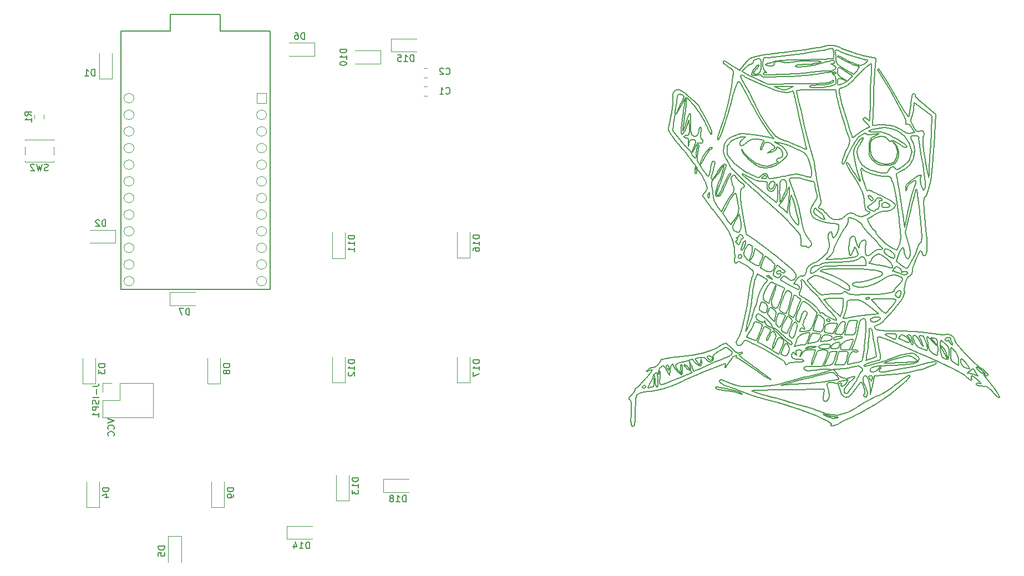
<source format=gbr>
G04 #@! TF.GenerationSoftware,KiCad,Pcbnew,(5.1.7)-1*
G04 #@! TF.CreationDate,2020-12-06T23:42:38-08:00*
G04 #@! TF.ProjectId,dropout-miniusb,64726f70-6f75-4742-9d6d-696e69757362,rev?*
G04 #@! TF.SameCoordinates,Original*
G04 #@! TF.FileFunction,Legend,Bot*
G04 #@! TF.FilePolarity,Positive*
%FSLAX46Y46*%
G04 Gerber Fmt 4.6, Leading zero omitted, Abs format (unit mm)*
G04 Created by KiCad (PCBNEW (5.1.7)-1) date 2020-12-06 23:42:38*
%MOMM*%
%LPD*%
G01*
G04 APERTURE LIST*
%ADD10C,0.150000*%
%ADD11C,0.200000*%
%ADD12C,0.120000*%
%ADD13C,0.100000*%
G04 APERTURE END LIST*
D10*
X268810715Y-88794718D02*
X269764873Y-88480949D01*
X267017597Y-89853317D02*
X266818279Y-89816711D01*
X272024014Y-88083806D02*
X271731461Y-88193924D01*
X273188995Y-89563155D02*
X273271621Y-89485310D01*
X273170319Y-88151790D02*
X273022698Y-88115333D01*
X272273685Y-88027776D02*
X272024014Y-88083806D01*
X267809641Y-89023173D02*
X268810715Y-88794718D01*
X273595850Y-88326156D02*
X273170319Y-88151790D01*
X272746281Y-88051383D02*
X272505575Y-88019558D01*
X270325027Y-88925306D02*
X270040393Y-89081444D01*
X272954714Y-88097403D02*
X272746281Y-88051383D01*
X272561456Y-90330695D02*
X272807990Y-89977331D01*
X273271621Y-89485310D02*
X273393244Y-89370112D01*
X273715008Y-88981934D02*
X273824453Y-88605710D01*
X270470855Y-88844922D02*
X270325027Y-88925306D01*
X266398276Y-89194999D02*
X266822313Y-89111626D01*
X271731461Y-88193924D02*
X271368236Y-88365751D01*
X266818279Y-89816711D02*
X266687840Y-89790115D01*
X264900997Y-87084973D02*
X263712857Y-87092444D01*
X266149501Y-87096329D02*
X264900997Y-87084973D01*
X269486067Y-87269051D02*
X269246108Y-87243950D01*
X269170654Y-89524905D02*
X268338118Y-89837927D01*
X270563342Y-88075589D02*
X270799267Y-87827412D01*
X270040393Y-89081444D02*
X269170654Y-89524905D01*
X266963360Y-89111626D02*
X267174781Y-89111626D01*
X267356468Y-87126510D02*
X266149501Y-87096329D01*
X270201760Y-87389031D02*
X269486067Y-87269051D01*
X270470108Y-88136400D02*
X270563342Y-88075589D01*
X267174781Y-89111626D02*
X267809641Y-89023173D01*
X267623023Y-89916519D02*
X267017597Y-89853317D01*
X266309972Y-89627851D02*
X266175499Y-89393570D01*
X266687840Y-89790115D02*
X266309972Y-89627851D01*
X268338118Y-89837927D02*
X267623023Y-89916519D01*
X270908638Y-88607353D02*
X270470855Y-88844922D01*
X272807990Y-89977331D02*
X273188995Y-89563155D01*
X271368236Y-88365751D02*
X270908638Y-88607353D01*
X273824453Y-88605710D02*
X273595850Y-88326156D01*
X272517678Y-90461283D02*
X272545320Y-90377760D01*
X273393244Y-89370112D02*
X273715008Y-88981934D01*
X272545320Y-90377760D02*
X272561456Y-90330695D01*
X266822313Y-89111626D02*
X266963360Y-89111626D01*
X268422388Y-87175070D02*
X267356468Y-87126510D01*
X269246108Y-87243950D02*
X269040962Y-87219595D01*
X269040962Y-87219595D02*
X268422388Y-87175070D01*
X270714101Y-87581177D02*
X270201760Y-87389031D01*
X270799267Y-87827412D02*
X270714101Y-87581177D01*
X266175499Y-89393570D02*
X266398276Y-89194999D01*
X272505575Y-88019558D02*
X272273685Y-88027776D01*
X270308740Y-88244128D02*
X270470108Y-88136400D01*
X273022698Y-88115333D02*
X272954714Y-88097403D01*
X269764873Y-88480949D02*
X270308740Y-88244128D01*
X263925921Y-90904744D02*
X264340993Y-90872321D01*
X261459991Y-91051468D02*
X261655425Y-91059537D01*
X265321150Y-90334879D02*
X264973314Y-90143629D01*
X265655837Y-89734085D02*
X265688111Y-89837031D01*
X265564844Y-90929845D02*
X266040130Y-91002012D01*
X265385846Y-90813153D02*
X265399741Y-90852001D01*
X264721999Y-90711701D02*
X264814337Y-90596652D01*
X260182501Y-88193177D02*
X259829884Y-88415954D01*
X263131487Y-88131469D02*
X264310214Y-88719115D01*
X264721999Y-90767731D02*
X264721999Y-90750698D01*
X263414327Y-90916846D02*
X263542375Y-90916846D01*
X262883609Y-90927455D02*
X263282245Y-90916846D01*
X259762648Y-88467800D02*
X259264053Y-88862851D01*
X259829884Y-88415954D02*
X259762648Y-88467800D01*
X261458348Y-87242306D02*
X261322979Y-87320002D01*
X262384865Y-90955694D02*
X262883609Y-90927455D01*
X264973314Y-90143629D02*
X264867080Y-90066531D01*
X261976516Y-90995438D02*
X262384865Y-90955694D01*
X265620127Y-89624714D02*
X265655837Y-89734085D01*
X261817539Y-87624956D02*
X261920486Y-87659022D01*
X260509120Y-88073945D02*
X260428138Y-88073945D01*
X260791364Y-90573941D02*
X261168186Y-90906238D01*
X260428138Y-88073945D02*
X260182501Y-88193177D01*
X261770474Y-91025470D02*
X261976516Y-90995438D01*
X265728901Y-90165443D02*
X265612059Y-90367301D01*
X261316554Y-87409351D02*
X261508700Y-87514688D01*
X261655425Y-91059537D02*
X261712949Y-91041756D01*
X260405427Y-90164547D02*
X260791364Y-90573941D01*
X264696001Y-89936840D02*
X263959091Y-89535513D01*
X260702163Y-88073945D02*
X260509120Y-88073945D01*
X263959091Y-89535513D02*
X262594941Y-88875701D01*
X265612059Y-90367301D02*
X265321150Y-90334879D01*
X261920486Y-87659022D02*
X262229175Y-87758532D01*
X264867080Y-90066531D02*
X264696001Y-89936840D01*
X262229175Y-87758532D02*
X263131487Y-88131469D01*
X265688111Y-89837031D02*
X265728901Y-90165443D01*
X261168186Y-90906238D02*
X261459991Y-91051468D01*
X261322979Y-87320002D02*
X261316554Y-87409351D01*
X265399741Y-90852001D02*
X265564844Y-90929845D01*
X265372100Y-90763697D02*
X265385846Y-90813153D01*
X272250974Y-90652533D02*
X272517678Y-90461283D01*
X266040130Y-91002012D02*
X266857126Y-91031895D01*
X271495536Y-90839002D02*
X272250974Y-90652533D01*
X270144236Y-90954947D02*
X271495536Y-90839002D01*
X262594941Y-88875701D02*
X261278453Y-88312260D01*
X268583755Y-91010828D02*
X270144236Y-90954947D01*
X268063346Y-91020540D02*
X268583755Y-91010828D01*
X263282245Y-90916846D02*
X263414327Y-90916846D01*
X264310214Y-88719115D02*
X265227019Y-89295704D01*
X264619800Y-90820325D02*
X264721999Y-90767731D01*
X263542375Y-90916846D02*
X263925921Y-90904744D01*
X261712949Y-91041756D02*
X261770474Y-91025470D01*
X265023517Y-90564229D02*
X265247190Y-90639683D01*
X259264053Y-88862851D02*
X260281413Y-90024247D01*
X260281413Y-90024247D02*
X260405427Y-90164547D01*
X264814337Y-90596652D02*
X265023517Y-90564229D01*
X264340993Y-90872321D02*
X264619800Y-90820325D01*
X261278453Y-88312260D02*
X260702163Y-88073945D01*
X265227019Y-89295704D02*
X265620127Y-89624714D01*
X261508700Y-87514688D02*
X261817539Y-87624956D01*
X267762575Y-91027114D02*
X268063346Y-91020540D01*
X265247190Y-90639683D02*
X265372100Y-90763697D01*
X264721999Y-90750698D02*
X264721999Y-90711701D01*
X266857126Y-91031895D02*
X267762575Y-91027114D01*
X273666388Y-87328966D02*
X273458837Y-87051803D01*
X273707731Y-87533963D02*
X273666388Y-87328966D01*
X274387834Y-87533963D02*
X274107369Y-87503333D01*
X274501329Y-87849525D02*
X274682897Y-87697720D01*
X273686649Y-87555179D02*
X273707731Y-87533963D01*
X273777433Y-87595671D02*
X273663938Y-87635564D01*
X272302073Y-87414880D02*
X272457763Y-87466726D01*
X255871607Y-87631381D02*
X255923603Y-87551892D01*
X273697182Y-87902119D02*
X274044944Y-87985641D01*
X274107369Y-87503333D02*
X273847971Y-87555179D01*
X254799860Y-87395456D02*
X254864855Y-87368860D01*
X255082850Y-87347643D02*
X255176084Y-87425488D01*
X272457763Y-87466726D02*
X272717146Y-87539043D01*
X255632395Y-87659022D02*
X255692310Y-87655586D01*
X255692310Y-87655586D02*
X255871607Y-87631381D01*
X255176084Y-87425488D02*
X255176084Y-87451486D01*
X274434048Y-87887626D02*
X274501329Y-87849525D01*
X254252855Y-88161502D02*
X254304701Y-88198855D01*
X273199454Y-87679342D02*
X273567461Y-87834882D01*
X254110015Y-88033454D02*
X254252855Y-88161502D01*
X273811484Y-87576396D02*
X273777433Y-87595671D01*
X273847971Y-87555179D02*
X273811484Y-87576396D01*
X274434048Y-87555179D02*
X274387834Y-87533963D01*
X274500522Y-87579534D02*
X274434048Y-87555179D01*
X254050847Y-87863122D02*
X254110015Y-88033454D01*
X272773923Y-87555179D02*
X272831448Y-87564891D01*
X273624239Y-87866409D02*
X273697182Y-87902119D01*
X273567461Y-87834882D02*
X273624239Y-87866409D01*
X255552159Y-87659022D02*
X255632395Y-87659022D01*
X254123910Y-87611807D02*
X254050847Y-87863122D01*
X255773442Y-87375285D02*
X255497922Y-87135326D01*
X254324872Y-87202562D02*
X254272876Y-87303865D01*
X255923603Y-87551892D02*
X255773442Y-87375285D01*
X255176084Y-87488840D02*
X255311304Y-87601498D01*
X254906990Y-87352424D02*
X255082850Y-87347643D01*
X274682897Y-87697720D02*
X274500522Y-87579534D01*
X255404688Y-87057631D02*
X254678386Y-86476260D01*
X272717146Y-87539043D02*
X272773923Y-87555179D01*
X261505413Y-87222733D02*
X261458348Y-87242306D01*
X272291615Y-87399490D02*
X272296396Y-87410098D01*
X254304701Y-88198855D02*
X254304701Y-88198855D01*
X255497922Y-87135326D02*
X255404688Y-87057631D01*
X254864855Y-87368860D02*
X254906990Y-87352424D01*
X255176084Y-87451486D02*
X255176084Y-87488840D01*
X273663938Y-87635564D02*
X273675293Y-87569673D01*
X272296396Y-87410098D02*
X272296396Y-87410098D01*
X272366919Y-87253662D02*
X272291615Y-87399490D01*
X254272876Y-87303865D02*
X254123910Y-87611807D01*
X274044944Y-87985641D02*
X274372429Y-87923186D01*
X272555779Y-87025805D02*
X272366919Y-87253662D01*
X272607775Y-86973959D02*
X272555779Y-87025805D01*
X272657231Y-86924503D02*
X272607775Y-86973959D01*
X273145068Y-86795708D02*
X272971747Y-86727575D01*
X254678386Y-86476260D02*
X254324872Y-87202562D01*
X272971747Y-86727575D02*
X272812771Y-86787639D01*
X272812771Y-86787639D02*
X272657231Y-86924503D01*
X273335571Y-86943179D02*
X273145068Y-86795708D01*
X273675293Y-87569673D02*
X273686649Y-87555179D01*
X274372429Y-87923186D02*
X274434048Y-87887626D01*
X272831448Y-87564891D02*
X273199454Y-87679342D01*
X273396382Y-86995175D02*
X273335571Y-86943179D01*
X272296396Y-87410098D02*
X272302073Y-87414880D01*
X255311304Y-87601498D02*
X255552159Y-87659022D01*
X273458837Y-87051803D02*
X273396382Y-86995175D01*
X252872119Y-85168738D02*
X252827743Y-85168738D01*
X252898117Y-85168738D02*
X252872119Y-85168738D01*
X252972824Y-87388134D02*
X253361899Y-87518722D01*
X263089352Y-86631053D02*
X264485178Y-86621341D01*
X254263463Y-86766423D02*
X254281094Y-86710542D01*
X253702264Y-85770130D02*
X253631890Y-85710214D01*
X252369789Y-86159204D02*
X252185711Y-86659591D01*
X253163327Y-85344748D02*
X252973721Y-85215803D01*
X253785936Y-85839906D02*
X253702264Y-85770130D01*
X252852098Y-87326576D02*
X252972824Y-87388134D01*
X253415538Y-85535998D02*
X253163327Y-85344748D01*
X252115935Y-86943179D02*
X252125796Y-86953788D01*
X254216248Y-86306825D02*
X254024102Y-86062981D01*
X254046066Y-87250375D02*
X254225213Y-86892229D01*
X252125796Y-86953788D02*
X252131324Y-86958569D01*
X254281094Y-86710542D02*
X254292449Y-86532141D01*
X268249815Y-86621341D02*
X268249815Y-86143814D01*
X252415809Y-86040121D02*
X252415809Y-86040121D01*
X255176084Y-88177788D02*
X255206116Y-88138791D01*
X252827743Y-85168738D02*
X252691478Y-85424834D01*
X268249815Y-86018306D02*
X268145225Y-85642082D01*
X261049103Y-87098869D02*
X261142188Y-87022668D01*
X254622356Y-87524549D02*
X254799860Y-87395456D01*
X260971258Y-87166105D02*
X261049103Y-87098869D01*
X254916701Y-87866409D02*
X254696017Y-87814562D01*
X254989765Y-87866409D02*
X254916701Y-87866409D01*
X255043853Y-87866409D02*
X254989765Y-87866409D01*
X254590082Y-88396679D02*
X254795078Y-88460629D01*
X255287099Y-88014777D02*
X255300994Y-87920796D01*
X254373581Y-88251449D02*
X254590082Y-88396679D01*
X255206116Y-88138791D02*
X255287099Y-88014777D01*
X252758864Y-87279660D02*
X252852098Y-87326576D01*
X252356641Y-87077652D02*
X252758864Y-87279660D01*
X267315977Y-85397341D02*
X267315977Y-85397341D01*
X261451923Y-86831418D02*
X262027466Y-86688578D01*
X252131324Y-86958569D02*
X252356641Y-87077652D01*
X254973329Y-88387714D02*
X255129766Y-88232922D01*
X254795078Y-88460629D02*
X254973329Y-88387714D01*
X252415809Y-86040121D02*
X252369789Y-86159204D01*
X267354824Y-85330852D02*
X267315977Y-85397341D01*
X252463024Y-85920141D02*
X252415809Y-86040121D01*
X252185711Y-86659591D02*
X252115935Y-86943179D01*
X254225213Y-86892229D02*
X254263463Y-86766423D01*
X252691478Y-85424834D02*
X252463024Y-85920141D01*
X254024102Y-86062981D02*
X253785936Y-85839906D01*
X254292449Y-86532141D02*
X254216248Y-86306825D01*
X253361899Y-87518722D02*
X253752766Y-87497655D01*
X253752766Y-87497655D02*
X254046066Y-87250375D01*
X261142188Y-87022668D02*
X261451923Y-86831418D01*
X264950603Y-86621341D02*
X268249815Y-86621341D01*
X262027466Y-86688578D02*
X263089352Y-86631053D01*
X254569762Y-87687411D02*
X254622356Y-87524549D01*
X267892267Y-85303211D02*
X267585072Y-85198023D01*
X254696017Y-87814562D02*
X254569762Y-87687411D01*
X255205369Y-87877017D02*
X255043853Y-87866409D01*
X255300994Y-87920796D02*
X255205369Y-87877017D01*
X268145225Y-85642082D02*
X267892267Y-85303211D01*
X255129766Y-88232922D02*
X255176084Y-88177788D01*
X264485178Y-86621341D02*
X264950603Y-86621341D01*
X252973721Y-85215803D02*
X252898117Y-85168738D01*
X253631890Y-85710214D02*
X253415538Y-85535998D01*
X267585072Y-85198023D02*
X267354824Y-85330852D01*
X268249815Y-86143814D02*
X268249815Y-86018306D01*
X254304701Y-88198855D02*
X254373581Y-88251449D01*
X263606474Y-86084646D02*
X262872104Y-86112288D01*
X248800437Y-85011405D02*
X248742912Y-85206839D01*
X270735915Y-85078641D02*
X270406009Y-84878576D01*
X271729818Y-85833481D02*
X271328491Y-85482507D01*
X259796714Y-87300578D02*
X259782819Y-87389031D01*
X260050270Y-86802880D02*
X259879340Y-87041195D01*
X260584425Y-86621341D02*
X260311296Y-86665120D01*
X249033074Y-85458900D02*
X249075359Y-85443510D01*
X272256652Y-86887149D02*
X272312682Y-86726828D01*
X261360332Y-86372567D02*
X261329404Y-86403197D01*
X261615681Y-86259909D02*
X261402467Y-86330432D01*
X264203981Y-86074187D02*
X263850616Y-86081359D01*
X266283974Y-85886971D02*
X265261982Y-86018306D01*
X249213268Y-85290361D02*
X249236576Y-85085365D01*
X249075359Y-85443510D02*
X249213268Y-85290361D01*
X266956188Y-85681975D02*
X266283974Y-85886971D01*
X270406009Y-84878576D02*
X270127949Y-84782054D01*
X267255912Y-85487289D02*
X266956188Y-85681975D01*
X272036266Y-86174743D02*
X271729818Y-85833481D01*
X271695004Y-86850094D02*
X271781664Y-86881621D01*
X248826435Y-85450682D02*
X248991836Y-85474439D01*
X249092990Y-84872002D02*
X248935059Y-84869611D01*
X248991836Y-85474439D02*
X249033074Y-85458900D01*
X267315977Y-85397341D02*
X267255912Y-85487289D01*
X270969449Y-85223872D02*
X270843792Y-85147521D01*
X271424266Y-86765526D02*
X271632549Y-86824096D01*
X248742912Y-85206839D02*
X248742912Y-85272431D01*
X249203406Y-84995268D02*
X249092990Y-84872002D01*
X269880819Y-84853325D02*
X269621436Y-85025300D01*
X248742912Y-85317106D02*
X248826435Y-85450682D01*
X269621436Y-85025300D02*
X269536270Y-85086112D01*
X270843792Y-85147521D02*
X270735915Y-85078641D01*
X271781664Y-86881621D02*
X272055690Y-86936755D01*
X270127949Y-84782054D02*
X269880819Y-84853325D01*
X272055690Y-86936755D02*
X272256652Y-86887149D01*
X271328491Y-85482507D02*
X270969449Y-85223872D01*
X248935059Y-84869611D02*
X248800437Y-85011405D01*
X271022940Y-86675728D02*
X271424266Y-86765526D01*
X260311296Y-86665120D02*
X260050270Y-86802880D01*
X260675269Y-86621341D02*
X260584425Y-86621341D01*
X260532578Y-87487943D02*
X260971258Y-87166105D01*
X259879340Y-87041195D02*
X259796714Y-87300578D01*
X260145895Y-87705191D02*
X260532578Y-87487943D01*
X260094048Y-87721477D02*
X260145895Y-87705191D01*
X269536270Y-85086112D02*
X269536270Y-85086112D01*
X260029352Y-87747326D02*
X260094048Y-87721477D01*
X259798955Y-87741499D02*
X260029352Y-87747326D01*
X265261982Y-86018306D02*
X264203981Y-86074187D01*
X272312682Y-86726828D02*
X272234837Y-86481042D01*
X262123240Y-86172352D02*
X261615681Y-86259909D01*
X263850616Y-86081359D02*
X263606474Y-86084646D01*
X248742912Y-85272431D02*
X248742912Y-85272431D01*
X261064492Y-86542750D02*
X260772687Y-86621341D01*
X249236576Y-85085365D02*
X249220440Y-85043828D01*
X249220440Y-85043828D02*
X249203406Y-84995268D01*
X261329404Y-86403197D02*
X261064492Y-86542750D01*
X262872104Y-86112288D02*
X262123240Y-86172352D01*
X248742912Y-85272431D02*
X248742912Y-85317106D01*
X272234837Y-86481042D02*
X272036266Y-86174743D01*
X271632549Y-86824096D02*
X271695004Y-86850094D01*
X259769073Y-87473300D02*
X259798955Y-87741499D01*
X260772687Y-86621341D02*
X260675269Y-86621341D01*
X261402467Y-86330432D02*
X261360332Y-86372567D01*
X259782819Y-87389031D02*
X259769073Y-87473300D01*
X271035939Y-84545382D02*
X271051328Y-84587517D01*
X271018009Y-84317526D02*
X271035939Y-84545382D01*
X272649909Y-85163060D02*
X272654691Y-84937744D01*
X271126633Y-84080107D02*
X271092716Y-84109990D01*
X250712787Y-85087606D02*
X250849651Y-84478146D01*
X250552317Y-83354552D02*
X250348815Y-83339910D01*
X271051328Y-84587517D02*
X271072396Y-84633686D01*
X271072396Y-84633686D02*
X271344778Y-84919067D01*
X271619550Y-84164377D02*
X271302643Y-84075923D01*
X250728924Y-83510242D02*
X250552317Y-83354552D01*
X249908641Y-83855538D02*
X249843048Y-83964909D01*
X271302643Y-84075923D02*
X271126633Y-84080107D01*
X272203161Y-85414375D02*
X272421306Y-85463831D01*
X250125889Y-83538631D02*
X249908641Y-83855538D01*
X250485678Y-85604878D02*
X250560385Y-85486392D01*
X250849651Y-84478146D02*
X250877292Y-83923671D01*
X250830974Y-83634106D02*
X250776886Y-83571053D01*
X271930032Y-85294246D02*
X272203161Y-85414375D01*
X271947813Y-84334559D02*
X271619550Y-84164377D01*
X272336140Y-84675074D02*
X272208839Y-84566450D01*
X271344778Y-84919067D02*
X271752529Y-85204448D01*
X272654691Y-84937744D02*
X272556675Y-84784445D01*
X269935952Y-86502258D02*
X270055035Y-86517648D01*
X268885273Y-86268724D02*
X269176331Y-86358672D01*
X268763799Y-86211050D02*
X268885273Y-86268724D01*
X268747513Y-86185202D02*
X268763799Y-86211050D01*
X268891847Y-85998733D02*
X268851206Y-85998733D01*
X272546963Y-85397341D02*
X272614199Y-85257938D01*
X269215179Y-85396594D02*
X269079810Y-85629979D01*
X272421306Y-85463831D02*
X272546963Y-85397341D01*
X272192702Y-84546130D02*
X272143993Y-84483674D01*
X268732870Y-86159204D02*
X268747513Y-86185202D01*
X269012573Y-85915360D02*
X268891847Y-85998733D01*
X269536270Y-85086112D02*
X269474711Y-85127500D01*
X271072396Y-84130310D02*
X271018009Y-84317526D01*
X268822967Y-85998733D02*
X268737801Y-86053120D01*
X272628842Y-85209976D02*
X272649909Y-85163060D01*
X268851206Y-85998733D02*
X268822967Y-85998733D01*
X271051328Y-84587517D02*
X271051328Y-84587517D01*
X271092716Y-84109990D02*
X271072396Y-84130310D01*
X272556675Y-84784445D02*
X272524999Y-84774882D01*
X271840085Y-85251364D02*
X271930032Y-85294246D01*
X250560385Y-85486392D02*
X250712787Y-85087606D01*
X272614199Y-85257938D02*
X272628842Y-85209976D01*
X271752529Y-85204448D02*
X271840085Y-85251364D01*
X272143993Y-84483674D02*
X271947813Y-84334559D01*
X272524999Y-84774882D02*
X272494220Y-84764274D01*
X250877292Y-83923671D02*
X250830974Y-83634106D01*
X250463864Y-85648506D02*
X250485678Y-85604878D01*
X250776886Y-83571053D02*
X250728924Y-83510242D01*
X272208839Y-84566450D02*
X272192702Y-84546130D01*
X270547952Y-86589815D02*
X271022940Y-86675728D01*
X270179049Y-86532888D02*
X270547952Y-86589815D01*
X268737801Y-86053120D02*
X268732870Y-86159204D01*
X270055035Y-86517648D02*
X270179049Y-86532888D01*
X269580048Y-86444585D02*
X269935952Y-86502258D01*
X269176331Y-86358672D02*
X269580048Y-86444585D01*
X269079810Y-85759671D02*
X269012573Y-85915360D01*
X272494220Y-84764274D02*
X272336140Y-84675074D01*
X249843048Y-83964909D02*
X249843048Y-83964909D01*
X269079810Y-85708720D02*
X269079810Y-85759671D01*
X250348815Y-83339910D02*
X250125889Y-83538631D01*
X269474711Y-85127500D02*
X269215179Y-85396594D01*
X269079810Y-85629979D02*
X269079810Y-85708720D01*
X251959498Y-84442436D02*
X251254413Y-83923671D01*
X249655683Y-83757373D02*
X249702748Y-83663391D01*
X252063341Y-86398416D02*
X252063341Y-86351350D01*
X249319202Y-83530413D02*
X249242254Y-83792186D01*
X252353354Y-85542423D02*
X252396385Y-85462934D01*
X252057663Y-84518637D02*
X251959498Y-84442436D01*
X249811223Y-85312175D02*
X250128429Y-85622508D01*
X252514870Y-84983763D02*
X252342148Y-84756953D01*
X248970769Y-81848459D02*
X248844215Y-81905087D01*
X251996105Y-86540210D02*
X252063341Y-86398416D01*
X252146714Y-86016663D02*
X252312115Y-85620267D01*
X250733108Y-86091967D02*
X251364531Y-86467445D01*
X251364531Y-86467445D02*
X251717149Y-86621341D01*
X248832262Y-82025215D02*
X248846755Y-82055995D01*
X248844215Y-81905087D02*
X248832262Y-82025215D01*
X252396385Y-85462934D02*
X252508446Y-85215803D01*
X249207441Y-84170801D02*
X249220440Y-84213683D01*
X249843048Y-82844752D02*
X249834083Y-82828465D01*
X249843048Y-83964909D02*
X249789408Y-84059787D01*
X249763560Y-82803364D02*
X249658073Y-82880462D01*
X249075359Y-81848459D02*
X249012904Y-81848459D01*
X249376129Y-84172445D02*
X249603687Y-83850607D01*
X249012904Y-81848459D02*
X248970769Y-81848459D01*
X249834083Y-82828465D02*
X249763560Y-82803364D01*
X250421729Y-85793737D02*
X250463864Y-85648506D01*
X250598336Y-85670470D02*
X250421729Y-85793737D01*
X250651976Y-85625048D02*
X250598336Y-85670470D01*
X251875229Y-86621341D02*
X251996105Y-86540210D01*
X251834588Y-86621341D02*
X251875229Y-86621341D01*
X249868897Y-82875381D02*
X249843048Y-82844752D01*
X249697967Y-85115995D02*
X249739205Y-85189955D01*
X249540634Y-83045863D02*
X249423045Y-83271777D01*
X249221336Y-84215327D02*
X249376129Y-84172445D01*
X249262574Y-81941544D02*
X249075359Y-81848459D01*
X249464582Y-82200926D02*
X249448147Y-82159688D01*
X251717149Y-86621341D02*
X251834588Y-86621341D01*
X249702748Y-83663391D02*
X249859185Y-83207081D01*
X249603687Y-83850607D02*
X249655683Y-83757373D01*
X249739205Y-85189955D02*
X249811223Y-85312175D01*
X249592481Y-84884254D02*
X249697967Y-85115995D01*
X250699041Y-85588591D02*
X250651976Y-85625048D01*
X250128429Y-85622508D02*
X250733108Y-86091967D01*
X252312115Y-85620267D02*
X252353354Y-85542423D01*
X252342148Y-84756953D02*
X252057663Y-84518637D01*
X249448147Y-82159688D02*
X249427976Y-82117553D01*
X252508446Y-85215803D02*
X252514870Y-84983763D01*
X252063341Y-86351350D02*
X252063341Y-86267081D01*
X252063341Y-86267081D02*
X252146714Y-86016663D01*
X249658073Y-82880462D02*
X249540634Y-83045863D01*
X249205050Y-84029904D02*
X249207441Y-84170801D01*
X249423045Y-83271777D02*
X249319202Y-83530413D01*
X249859185Y-83207081D02*
X249868897Y-82875381D01*
X249640293Y-84351443D02*
X249557667Y-84631296D01*
X248846755Y-82055995D02*
X248846755Y-82055995D01*
X249220440Y-84213683D02*
X249221336Y-84215327D01*
X250927495Y-85230297D02*
X250699041Y-85588591D01*
X249789408Y-84059787D02*
X249640293Y-84351443D01*
X251092897Y-84748137D02*
X250927495Y-85230297D01*
X249242254Y-83792186D02*
X249205050Y-84029904D01*
X249427976Y-82117553D02*
X249262574Y-81941544D01*
X251254413Y-83923671D02*
X251108286Y-84649972D01*
X249557667Y-84631296D02*
X249592481Y-84884254D01*
X249220440Y-84213683D02*
X249220440Y-84213683D01*
X251108286Y-84649972D02*
X251092897Y-84748137D01*
X248601865Y-83241894D02*
X248745452Y-83369046D01*
X248556593Y-83197219D02*
X248601865Y-83241894D01*
X270740099Y-84027364D02*
X270740099Y-84006147D01*
X248493241Y-83133121D02*
X248556593Y-83197219D01*
X248340839Y-82901380D02*
X248493241Y-83133121D01*
X248686284Y-82538154D02*
X248563018Y-82667845D01*
X248562271Y-82429679D02*
X248686284Y-82538154D01*
X265655837Y-79254481D02*
X265625058Y-79259113D01*
X268086804Y-80981857D02*
X267751369Y-80552292D01*
X265698719Y-79246263D02*
X265655837Y-79254481D01*
X267627206Y-80387637D02*
X267627206Y-80333251D01*
X267550258Y-80206996D02*
X267357215Y-80041594D01*
X265835732Y-79271365D02*
X265698719Y-79246263D01*
X269690316Y-84291528D02*
X270089102Y-84131057D01*
X267357215Y-80041594D02*
X267082443Y-79856620D01*
X267751369Y-80552292D02*
X267627206Y-80387637D01*
X248385365Y-82315378D02*
X248478748Y-82393969D01*
X269220110Y-84597976D02*
X269690316Y-84291528D01*
X248545238Y-82284598D02*
X248385365Y-82315378D01*
X268582112Y-81558894D02*
X268086804Y-80981857D01*
X269785941Y-82877025D02*
X269335158Y-82384257D01*
X270740099Y-84006147D02*
X270740099Y-83961771D01*
X248514309Y-82699671D02*
X248460072Y-82731197D01*
X248563018Y-82667845D02*
X248514309Y-82699671D01*
X248597831Y-82284598D02*
X248545238Y-82284598D01*
X248649827Y-82278771D02*
X248597831Y-82284598D01*
X265521365Y-79427951D02*
X265501044Y-79710792D01*
X270221184Y-84131057D02*
X270313671Y-84131057D01*
X266101539Y-79358174D02*
X265835732Y-79271365D01*
X270089102Y-84131057D02*
X270221184Y-84131057D01*
X269183653Y-82222143D02*
X269031250Y-82058385D01*
X248861248Y-82079453D02*
X248824044Y-82200926D01*
X265625058Y-79259113D02*
X265521365Y-79427951D01*
X266758214Y-79668657D02*
X266420240Y-79496831D01*
X267624816Y-80300081D02*
X267550258Y-80206996D01*
X265510756Y-79773247D02*
X265510756Y-79773247D01*
X270590087Y-84091463D02*
X270740099Y-84027364D01*
X248478748Y-82393969D02*
X248514309Y-82408463D01*
X265501044Y-79710792D02*
X265510756Y-79773247D01*
X267082443Y-79856620D02*
X266758214Y-79668657D01*
X270740099Y-83961771D02*
X270616832Y-83829540D01*
X267627206Y-80333251D02*
X267624816Y-80300081D01*
X269142265Y-84671040D02*
X269220110Y-84597976D01*
X270313671Y-84131057D02*
X270590087Y-84091463D01*
X249469214Y-82376936D02*
X249464582Y-82200926D01*
X248745452Y-83369046D02*
X248865432Y-83407296D01*
X269031250Y-82058385D02*
X268582112Y-81558894D01*
X248824044Y-82200926D02*
X248649827Y-82278771D01*
X270616832Y-83829540D02*
X270281248Y-83433294D01*
X249391519Y-82470918D02*
X249469214Y-82376936D01*
X269335158Y-82384257D02*
X269183653Y-82222143D01*
X249365521Y-82470918D02*
X249391519Y-82470918D01*
X249320099Y-82470918D02*
X249365521Y-82470918D01*
X248846755Y-82055995D02*
X248861248Y-82079453D01*
X249183983Y-82631388D02*
X249320099Y-82470918D01*
X249049510Y-82937837D02*
X249183983Y-82631388D01*
X249033074Y-83010900D02*
X249049510Y-82937837D01*
X248865432Y-83407296D02*
X248950448Y-83292994D01*
X248460072Y-82731197D02*
X248340839Y-82901380D01*
X270281248Y-83433294D02*
X269785941Y-82877025D01*
X249016041Y-83081274D02*
X249033074Y-83010900D01*
X248514309Y-82408463D02*
X248562271Y-82429679D01*
X266420240Y-79496831D02*
X266101539Y-79358174D01*
X248950448Y-83292994D02*
X249016041Y-83081274D01*
X266394989Y-85305751D02*
X266673048Y-85240905D01*
X267212134Y-83591224D02*
X267212134Y-83505311D01*
X265659124Y-83155085D02*
X265725464Y-82663064D01*
X267199135Y-83792186D02*
X267212134Y-83641577D01*
X266226449Y-84488755D02*
X266042371Y-84851831D01*
X266589675Y-82449850D02*
X266589675Y-82561612D01*
X266798855Y-85173519D02*
X266982036Y-85052793D01*
X266493154Y-82153263D02*
X266589675Y-82375293D01*
X266673048Y-85240905D02*
X266734756Y-85209976D01*
X266263056Y-82068844D02*
X266493154Y-82153263D01*
X265780747Y-82512305D02*
X265813917Y-82423852D01*
X264414057Y-85531067D02*
X265045481Y-85481611D01*
X263269396Y-84234900D02*
X263269396Y-84333812D01*
X265842156Y-85023657D02*
X265783885Y-85003337D01*
X265783885Y-85003337D02*
X265695432Y-84683142D01*
X266887158Y-84425403D02*
X266838449Y-84338593D01*
X263103994Y-84631296D02*
X262771698Y-85033369D01*
X265695432Y-84683142D02*
X265633126Y-83969839D01*
X265868155Y-85028438D02*
X265842156Y-85023657D01*
X265804205Y-85398836D02*
X266394989Y-85305751D01*
X267451197Y-82955766D02*
X267702511Y-82753758D01*
X266042371Y-84851831D02*
X265868155Y-85028438D01*
X267024171Y-84692854D02*
X266887158Y-84425403D01*
X266734756Y-85209976D02*
X266798855Y-85173519D01*
X265045481Y-85481611D02*
X265804205Y-85398836D01*
X262128022Y-85646265D02*
X264203234Y-85542423D01*
X264203234Y-85542423D02*
X264414057Y-85531067D01*
X263269396Y-84333812D02*
X263103994Y-84631296D01*
X269024825Y-84788479D02*
X269142265Y-84671040D01*
X268610500Y-85080285D02*
X269024825Y-84788479D01*
X268106377Y-84647432D02*
X268263561Y-85069676D01*
X268145972Y-83819828D02*
X268118480Y-84024077D01*
X267212134Y-83505311D02*
X267277727Y-83247572D01*
X267150575Y-83835217D02*
X267199135Y-83792186D01*
X266900905Y-83425972D02*
X266937511Y-83498886D01*
X265725464Y-82663064D02*
X265780747Y-82512305D01*
X267075271Y-84906068D02*
X267024171Y-84692854D01*
X262771698Y-85033369D02*
X262688026Y-85106283D01*
X266937511Y-83498886D02*
X267054950Y-83713594D01*
X266257229Y-84401048D02*
X266226449Y-84488755D01*
X268263561Y-85069676D02*
X268610500Y-85080285D01*
X268118480Y-84024077D02*
X268106377Y-84647432D01*
X267212134Y-83641577D02*
X267212134Y-83591224D01*
X267054950Y-83713594D02*
X267150575Y-83835217D01*
X266859666Y-83348128D02*
X266900905Y-83425972D01*
X267926333Y-82678454D02*
X268000891Y-82678454D01*
X268162258Y-83681172D02*
X268145972Y-83819828D01*
X266838449Y-84338593D02*
X266485832Y-83737202D01*
X268000891Y-82678454D02*
X268034957Y-82678454D01*
X266683656Y-82898840D02*
X266859666Y-83348128D01*
X262688026Y-85106283D02*
X262128022Y-85646265D01*
X268199462Y-83264456D02*
X268162258Y-83681172D01*
X268197968Y-82914379D02*
X268199462Y-83264456D01*
X266485832Y-83737202D02*
X266257229Y-84401048D01*
X266589675Y-82375293D02*
X266589675Y-82449850D01*
X265813917Y-82423852D02*
X265994708Y-82189720D01*
X265994708Y-82189720D02*
X266263056Y-82068844D01*
X268134616Y-82731197D02*
X268197968Y-82914379D01*
X268034957Y-82678454D02*
X268134616Y-82731197D01*
X265633126Y-83969839D02*
X265659124Y-83155085D01*
X266982036Y-85052793D02*
X267075271Y-84906068D01*
X267702511Y-82753758D02*
X267926333Y-82678454D01*
X267277727Y-83247572D02*
X267451197Y-82955766D01*
X266589675Y-82561612D02*
X266683656Y-82898840D01*
X249145733Y-80865165D02*
X249154698Y-80225673D01*
X249154698Y-80225673D02*
X249074612Y-79588272D01*
X265399741Y-80273336D02*
X265127210Y-80711866D01*
X260250485Y-78390270D02*
X260361499Y-78592278D01*
X265516284Y-79845414D02*
X265399741Y-80273336D01*
X248057998Y-81143224D02*
X248057998Y-81143224D01*
X260719944Y-78053043D02*
X260571575Y-77880469D01*
X248029460Y-80255555D02*
X247897528Y-80613103D01*
X260592792Y-78839409D02*
X260592792Y-78839409D01*
X248250145Y-79844667D02*
X248029460Y-80255555D01*
X248327990Y-79710792D02*
X248250145Y-79844667D01*
X248818366Y-81473878D02*
X249007973Y-81289949D01*
X260342823Y-77988197D02*
X260313836Y-78036906D01*
X270677644Y-77282963D02*
X270677644Y-77282963D01*
X248681354Y-81511231D02*
X248742912Y-81495841D01*
X248105064Y-81215242D02*
X248377296Y-81451167D01*
X260504339Y-77772443D02*
X260374648Y-77930673D01*
X261908981Y-79365496D02*
X261825608Y-79156316D01*
X271533637Y-77096643D02*
X271273358Y-76944091D01*
X261816643Y-79522679D02*
X261922876Y-79500715D01*
X260361499Y-78592278D02*
X260531981Y-78780988D01*
X260374648Y-77930673D02*
X260342823Y-77988197D01*
X261567868Y-79461868D02*
X261629576Y-79478901D01*
X260571575Y-77809946D02*
X260504339Y-77772443D01*
X248887993Y-78714499D02*
X248327990Y-79710792D01*
X261629576Y-79478901D02*
X261816643Y-79522679D01*
X248377296Y-81451167D02*
X248681354Y-81511231D01*
X249074612Y-79588272D02*
X249033074Y-79379391D01*
X264538668Y-81523483D02*
X263951919Y-82566692D01*
X260592792Y-78839409D02*
X260660029Y-78906645D01*
X249033074Y-79379391D02*
X248887993Y-78714499D01*
X264914146Y-80945251D02*
X264538668Y-81523483D01*
X265054446Y-80789711D02*
X264914146Y-80945251D01*
X265127210Y-80711866D02*
X265054446Y-80789711D01*
X265510756Y-79773247D02*
X265516284Y-79845414D01*
X261500632Y-79440800D02*
X261567868Y-79461868D01*
X248015864Y-81080769D02*
X248057998Y-81143224D01*
X247913664Y-80878014D02*
X248015864Y-81080769D01*
X260248094Y-78199767D02*
X260250485Y-78390270D01*
X260571575Y-77822945D02*
X260571575Y-77809946D01*
X261137556Y-78335883D02*
X261069274Y-78299426D01*
X261825608Y-79156316D02*
X261795575Y-79088183D01*
X270697068Y-77209899D02*
X270677644Y-77282963D01*
X271273358Y-76944091D02*
X271005159Y-76892992D01*
X271005159Y-76892992D02*
X270806439Y-77006547D01*
X261795575Y-79088183D02*
X261764796Y-79015419D01*
X260660029Y-78906645D02*
X261080629Y-79220415D01*
X270806439Y-77006547D02*
X270697068Y-77209899D01*
X248742912Y-81495841D02*
X248818366Y-81473878D01*
X247897528Y-80613103D02*
X247913664Y-80878014D01*
X260313836Y-78036906D02*
X260248094Y-78199767D01*
X261922876Y-79500715D02*
X261908981Y-79365496D01*
X261764796Y-79015419D02*
X261487633Y-78639194D01*
X249007973Y-81289949D02*
X249145733Y-80865165D01*
X261487633Y-78639194D02*
X261137556Y-78335883D01*
X261080629Y-79220415D02*
X261500632Y-79440800D01*
X260531981Y-78780988D02*
X260592792Y-78839409D01*
X260571575Y-77880469D02*
X260571575Y-77822945D01*
X261002037Y-78263119D02*
X260719944Y-78053043D01*
X261069274Y-78299426D02*
X261002037Y-78263119D01*
X263269396Y-84071142D02*
X263269396Y-84234900D01*
X248057998Y-81143224D02*
X248105064Y-81215242D01*
X263469611Y-83582259D02*
X263269396Y-84071142D01*
X263951919Y-82566692D02*
X263469611Y-83582259D01*
X270650002Y-77487212D02*
X270704389Y-77614662D01*
X270665392Y-77332419D02*
X270650002Y-77487212D01*
X268967152Y-77236644D02*
X268644567Y-77441939D01*
X269515949Y-76859822D02*
X269163332Y-77132054D01*
X269702418Y-76503171D02*
X269702418Y-76556661D01*
X269819111Y-76344343D02*
X269702418Y-76503171D01*
X270660611Y-76487781D02*
X270636256Y-76452967D01*
X270091492Y-76247822D02*
X269819111Y-76344343D01*
X268644567Y-77441939D02*
X268488877Y-77663968D01*
X257396377Y-77531737D02*
X257352599Y-77366336D01*
X257212299Y-76872074D02*
X257043760Y-76330448D01*
X270402871Y-76278601D02*
X270091492Y-76247822D01*
X269461712Y-78306897D02*
X269626217Y-78201411D01*
X256906747Y-75964234D02*
X256838764Y-75830359D01*
X270247929Y-77397264D02*
X270242251Y-77304179D01*
X270059966Y-77905571D02*
X270198473Y-77744353D01*
X256815007Y-75830359D02*
X256799767Y-75830359D01*
X269959410Y-77905571D02*
X270013648Y-77905571D01*
X268488877Y-77663968D02*
X268612891Y-77882113D01*
X256587449Y-77324350D02*
X256587449Y-77324350D01*
X256594621Y-77180016D02*
X256587449Y-77324350D01*
X256629584Y-76749704D02*
X256594621Y-77180016D01*
X256838764Y-75830359D02*
X256815007Y-75830359D01*
X256686212Y-76273820D02*
X256629584Y-76749704D01*
X271835155Y-77382622D02*
X271674684Y-77203474D01*
X270013648Y-77905571D02*
X270059966Y-77905571D01*
X271248256Y-77698035D02*
X271588771Y-77659785D01*
X269079810Y-77179269D02*
X268967152Y-77236644D01*
X271611482Y-77158052D02*
X271533637Y-77096643D01*
X269626217Y-78201411D02*
X269639963Y-78154345D01*
X271674684Y-77203474D02*
X271611482Y-77158052D01*
X270677644Y-77282963D02*
X270665392Y-77332419D01*
X257043760Y-76330448D02*
X256906747Y-75964234D01*
X257466901Y-77797694D02*
X257396377Y-77531737D01*
X269163332Y-77132054D02*
X269079810Y-77179269D01*
X269796400Y-77983416D02*
X269959410Y-77905571D01*
X270600546Y-76395443D02*
X270402871Y-76278601D01*
X269702418Y-76631965D02*
X269515949Y-76859822D01*
X270303959Y-76701742D02*
X270387482Y-76706673D01*
X270237470Y-77220507D02*
X270242251Y-76877752D01*
X270242251Y-77304179D02*
X270237470Y-77220507D01*
X269121198Y-78190802D02*
X269461712Y-78306897D01*
X268612891Y-77882113D02*
X268912018Y-78079788D01*
X257352599Y-77366336D02*
X257212299Y-76872074D01*
X268912018Y-78079788D02*
X269017504Y-78134174D01*
X256799767Y-75830359D02*
X256751207Y-75949442D01*
X269639963Y-78154345D02*
X269656249Y-78122819D01*
X269017504Y-78134174D02*
X269121198Y-78190802D01*
X271824696Y-77552057D02*
X271835155Y-77382622D01*
X269702418Y-76556661D02*
X269702418Y-76556661D01*
X256751207Y-75949442D02*
X256686212Y-76273820D01*
X270198473Y-77744353D02*
X270247929Y-77397264D01*
X270242251Y-76877752D02*
X270288570Y-76701742D01*
X270704389Y-77614662D02*
X270859182Y-77679358D01*
X270288570Y-76701742D02*
X270303959Y-76701742D01*
X269656249Y-78122819D02*
X269796400Y-77983416D01*
X270636256Y-76452967D02*
X270600546Y-76395443D01*
X270641934Y-76654826D02*
X270660611Y-76487781D01*
X269702418Y-76556661D02*
X269702418Y-76631965D01*
X270387482Y-76706673D02*
X270641934Y-76654826D01*
X271588771Y-77659785D02*
X271824696Y-77552057D01*
X271065971Y-77698035D02*
X271133954Y-77698035D01*
X271133954Y-77698035D02*
X271248256Y-77698035D01*
X270859182Y-77679358D02*
X271065971Y-77698035D01*
X249884286Y-96561217D02*
X249889964Y-96565281D01*
X252802492Y-89319162D02*
X252942792Y-89156151D01*
X251648269Y-91850684D02*
X251648269Y-91785091D01*
X252360824Y-90003329D02*
X252585394Y-89626208D01*
X250943034Y-94019131D02*
X251109033Y-93476757D01*
X252144473Y-90418252D02*
X252360824Y-90003329D01*
X250073146Y-96339098D02*
X250219123Y-96050564D01*
X251686967Y-91588014D02*
X251792453Y-91241075D01*
X249889964Y-96565281D02*
X249957350Y-96519067D01*
X251565643Y-92353313D02*
X251648269Y-91976341D01*
X251399345Y-92810520D02*
X251565643Y-92353313D01*
X249974981Y-95951652D02*
X249893998Y-96381247D01*
X250900750Y-91041756D02*
X250885361Y-91275141D01*
X251358107Y-92888215D02*
X251399345Y-92810520D01*
X251316570Y-92966060D02*
X251358107Y-92888215D01*
X250699041Y-94859734D02*
X250829629Y-94460948D01*
X250670653Y-92786913D02*
X250361814Y-94351427D01*
X250981135Y-90326661D02*
X250917186Y-90862609D01*
X249874574Y-96550698D02*
X249884286Y-96561217D01*
X251088115Y-89632931D02*
X250981135Y-90326661D01*
X251109033Y-93476757D02*
X251316570Y-92966060D01*
X250544995Y-95279588D02*
X250699041Y-94859734D01*
X249957350Y-96519067D02*
X250073146Y-96339098D01*
X249893998Y-96381247D02*
X249874574Y-96550698D01*
X251210635Y-89036321D02*
X251088115Y-89632931D01*
X250251696Y-94791601D02*
X250115281Y-95338008D01*
X250115281Y-95338008D02*
X249974981Y-95951652D01*
X250885361Y-91275141D02*
X250670653Y-92786913D01*
X251970107Y-88014030D02*
X251787672Y-87906153D01*
X251296548Y-88715230D02*
X251210635Y-89036321D01*
X263712857Y-87092444D02*
X262683244Y-87118293D01*
X261505413Y-87222733D02*
X261505413Y-87222733D01*
X252642918Y-88428206D02*
X252540719Y-88364107D01*
X253144651Y-88959223D02*
X253134939Y-88815636D01*
X251648269Y-91785091D02*
X251686967Y-91588014D01*
X250380490Y-95687339D02*
X250544995Y-95279588D01*
X261914061Y-87161324D02*
X261601038Y-87187920D01*
X250361814Y-94351427D02*
X250299359Y-94610810D01*
X253134939Y-88815636D02*
X252941896Y-88632455D01*
X250921967Y-94113112D02*
X250943034Y-94019131D01*
X251578492Y-88084553D02*
X251384105Y-88510234D01*
X252463771Y-88316444D02*
X252230386Y-88173006D01*
X262683244Y-87118293D02*
X261914061Y-87161324D01*
X252941896Y-88632455D02*
X252642918Y-88428206D01*
X253038417Y-89079203D02*
X253144651Y-88959223D01*
X251678301Y-87866409D02*
X251578492Y-88084553D01*
X250829629Y-94460948D02*
X250902394Y-94200669D01*
X251336890Y-88613927D02*
X251296548Y-88715230D01*
X251710724Y-87866409D02*
X251678301Y-87866409D01*
X252997179Y-89111626D02*
X253038417Y-89079203D01*
X250299359Y-94610810D02*
X250251696Y-94791601D01*
X251730148Y-87866409D02*
X251710724Y-87866409D01*
X250902394Y-94200669D02*
X250921967Y-94113112D01*
X261601038Y-87187920D02*
X261505413Y-87222733D01*
X252585394Y-89626208D02*
X252802492Y-89319162D01*
X251792453Y-91241075D02*
X251949786Y-90841392D01*
X251949786Y-90841392D02*
X252144473Y-90418252D01*
X251787672Y-87906153D02*
X251730148Y-87866409D01*
X252230386Y-88173006D02*
X251970107Y-88014030D01*
X251648269Y-91976341D02*
X251648269Y-91850684D01*
X250219123Y-96050564D02*
X250380490Y-95687339D01*
X252540719Y-88364107D02*
X252463771Y-88316444D01*
X252942792Y-89156151D02*
X252997179Y-89111626D01*
X250917186Y-90862609D02*
X250900750Y-91041756D01*
X247843141Y-80009172D02*
X248048137Y-79705114D01*
X256553383Y-74585292D02*
X256546062Y-74585292D01*
X256562348Y-75283952D02*
X256577588Y-74916841D01*
X256192548Y-75352832D02*
X256156988Y-75461605D01*
X247688348Y-80215064D02*
X247843141Y-80009172D01*
X256546062Y-74585292D02*
X256511846Y-74585292D01*
X275065502Y-78077397D02*
X274994186Y-78383098D01*
X247601538Y-80292012D02*
X247623353Y-80292012D01*
X247527877Y-80226420D02*
X247583758Y-80292012D01*
X246335254Y-78653090D02*
X246937692Y-79461868D01*
X256511846Y-74585292D02*
X256408153Y-74813148D01*
X255528701Y-76696961D02*
X255466246Y-76785414D01*
X274994186Y-78383098D02*
X274994186Y-78383098D01*
X254968548Y-77428044D02*
X255569940Y-77988197D01*
X256429220Y-76817687D02*
X256485250Y-76265752D01*
X256365121Y-77367232D02*
X256429220Y-76817687D01*
X256314918Y-77754663D02*
X256365121Y-77367232D01*
X255466246Y-76785414D02*
X254968548Y-77428044D01*
X275886681Y-74937759D02*
X275886681Y-74937759D01*
X256296241Y-77884354D02*
X256314918Y-77754663D01*
X247583758Y-80292012D02*
X247601538Y-80292012D01*
X256156988Y-75461605D02*
X255869216Y-76099454D01*
X256572657Y-74672848D02*
X256553383Y-74585292D01*
X246937692Y-79461868D02*
X246996860Y-79542253D01*
X247378762Y-80048019D02*
X247527877Y-80226420D01*
X246996860Y-79542253D02*
X247176007Y-79783855D01*
X256577588Y-74916841D02*
X256572657Y-74672848D01*
X255869216Y-76099454D02*
X255528701Y-76696961D01*
X256530523Y-75744446D02*
X256562348Y-75283952D01*
X275767523Y-75326834D02*
X275557552Y-76107522D01*
X275557552Y-76107522D02*
X275288442Y-77163880D01*
X246957863Y-77490499D02*
X246335254Y-78653090D01*
X256229005Y-75249138D02*
X256192548Y-75352832D01*
X256408153Y-74813148D02*
X256229005Y-75249138D01*
X275288442Y-77163880D02*
X275065502Y-78077397D01*
X275866406Y-74989756D02*
X275767523Y-75326834D01*
X255569940Y-77988197D02*
X256192548Y-78569418D01*
X256192548Y-75352832D02*
X256192548Y-75352832D01*
X276112027Y-75809142D02*
X275977465Y-75083737D01*
X256192548Y-78569418D02*
X256296241Y-77884354D01*
X275886681Y-74937759D02*
X275866406Y-74989756D01*
X247623353Y-80292012D02*
X247688348Y-80215064D01*
X248782656Y-78349032D02*
X248797299Y-77863436D01*
X248623082Y-78783379D02*
X248782656Y-78349032D01*
X247176007Y-79783855D02*
X247378762Y-80048019D01*
X248375055Y-79200841D02*
X248623082Y-78783379D01*
X248286602Y-79336958D02*
X248375055Y-79200841D01*
X256485250Y-76265752D02*
X256530523Y-75744446D01*
X275977465Y-75083737D02*
X275886681Y-74937759D01*
X248228330Y-79428698D02*
X248286602Y-79336958D01*
X248048137Y-79705114D02*
X248228330Y-79428698D01*
X274820716Y-86557243D02*
X275111715Y-86059545D01*
X273380245Y-84503995D02*
X273313009Y-84671040D01*
X253874240Y-73755147D02*
X253638315Y-73881551D01*
X274060348Y-84525062D02*
X274060348Y-84380728D01*
X274267869Y-81474625D02*
X274682897Y-83114743D01*
X274905016Y-85142740D02*
X274869336Y-85209976D01*
X274513491Y-85481611D02*
X274389448Y-85326071D01*
X274389448Y-85326071D02*
X274350540Y-85272431D01*
X274966619Y-84917423D02*
X274905016Y-85142740D01*
X253952084Y-73755147D02*
X253874240Y-73755147D01*
X274730739Y-85455762D02*
X274626164Y-85544813D01*
X254118980Y-74620105D02*
X254272876Y-74324116D01*
X274836928Y-85272431D02*
X274730739Y-85455762D01*
X253433319Y-74211458D02*
X253433319Y-74211458D01*
X254272876Y-74324116D02*
X254330699Y-74021851D01*
X274682897Y-83114743D02*
X274735595Y-83320486D01*
X274879078Y-83943094D02*
X274971475Y-84519384D01*
X274060348Y-84615906D02*
X274060348Y-84525062D01*
X274583193Y-86905079D02*
X274820716Y-86557243D01*
X274053042Y-86853979D02*
X274398368Y-87030736D01*
X274350540Y-85272431D02*
X274309197Y-85220585D01*
X273313009Y-84671040D02*
X272836378Y-85873823D01*
X276446820Y-78673111D02*
X276408719Y-78262222D01*
X276507616Y-79247907D02*
X276446820Y-78673111D01*
X276681893Y-80975432D02*
X276507616Y-79247907D01*
X276766207Y-82242314D02*
X276681893Y-80975432D01*
X276457368Y-83186760D02*
X276509245Y-83134764D01*
X274008472Y-83949519D02*
X273858490Y-83780831D01*
X276172017Y-83648898D02*
X276257930Y-83443603D01*
X274060348Y-84380728D02*
X274008472Y-83949519D01*
X274434048Y-87036414D02*
X274471342Y-87036414D01*
X276176873Y-83674747D02*
X276172017Y-83648898D01*
X254225213Y-73824923D02*
X254020964Y-73755147D01*
X275966125Y-84339490D02*
X276130689Y-83913809D01*
X254020964Y-73755147D02*
X253952084Y-73755147D01*
X254330699Y-74021851D02*
X254225213Y-73824923D01*
X273622595Y-84020043D02*
X273380245Y-84503995D01*
X275718889Y-84883357D02*
X275966125Y-84339490D01*
X274471342Y-87036414D02*
X274583193Y-86905079D01*
X272836378Y-85873823D02*
X273500225Y-86455193D01*
X274143826Y-84890678D02*
X274060348Y-84615906D01*
X254055927Y-74710202D02*
X254118980Y-74620105D01*
X274994186Y-78383098D02*
X274267869Y-81474625D01*
X273858490Y-83780831D02*
X273622595Y-84020043D01*
X274309197Y-85220585D02*
X274143826Y-84890678D01*
X273500225Y-86455193D02*
X273594206Y-86532888D01*
X253638315Y-73881551D02*
X253454237Y-74143474D01*
X274735595Y-83320486D02*
X274879078Y-83943094D01*
X253454237Y-74143474D02*
X253433319Y-74211458D01*
X274971475Y-84519384D02*
X274966619Y-84917423D01*
X274398368Y-87030736D02*
X274434048Y-87036414D01*
X276274978Y-77032545D02*
X276112027Y-75809142D01*
X276408719Y-78262222D02*
X276274978Y-77032545D01*
X276707024Y-82839672D02*
X276766207Y-82242314D01*
X276570848Y-83073206D02*
X276707024Y-82839672D01*
X276509245Y-83134764D02*
X276570848Y-83073206D01*
X276257930Y-83443603D02*
X276457368Y-83186760D01*
X276187422Y-83729731D02*
X276176873Y-83674747D01*
X273594206Y-86532888D02*
X274053042Y-86853979D01*
X274626164Y-85544813D02*
X274513491Y-85481611D01*
X276130689Y-83913809D02*
X276187422Y-83729731D01*
X274869336Y-85209976D02*
X274836928Y-85272431D01*
X275422198Y-85479220D02*
X275718889Y-84883357D01*
X275111715Y-86059545D02*
X275422198Y-85479220D01*
X255162936Y-76867890D02*
X255310557Y-76604324D01*
X255055358Y-75860989D02*
X255067610Y-76382295D01*
X252848811Y-73327076D02*
X253020637Y-73267011D01*
X255051174Y-75386898D02*
X255055358Y-75860989D01*
X252971928Y-72884661D02*
X252815491Y-72813241D01*
X252317943Y-73202315D02*
X252383535Y-73255058D01*
X250306680Y-73012709D02*
X249694680Y-72672941D01*
X252560890Y-73298837D02*
X252560890Y-73298837D01*
X252368893Y-73113862D02*
X252317943Y-73202315D01*
X252631413Y-73314226D02*
X252848811Y-73327076D01*
X252516514Y-73289872D02*
X252560890Y-73298837D01*
X249342959Y-72543250D02*
X249453974Y-72744361D01*
X252540719Y-72966390D02*
X252496941Y-73001204D01*
X253024671Y-72970574D02*
X252997179Y-72925003D01*
X249453974Y-72744361D02*
X249881896Y-73148825D01*
X252815491Y-72813241D02*
X252598243Y-72919474D01*
X253183498Y-73991072D02*
X253111481Y-73835382D01*
X255113629Y-76867890D02*
X255162936Y-76867890D01*
X255054461Y-75015604D02*
X255051174Y-75228967D01*
X255067610Y-76382295D02*
X255086884Y-76736555D01*
X252868235Y-73768893D02*
X252513974Y-73755147D01*
X256137564Y-74496839D02*
X256149517Y-74094915D01*
X254003931Y-74779082D02*
X254055927Y-74710202D01*
X253777867Y-74935369D02*
X254003931Y-74779082D01*
X253542690Y-74895625D02*
X253777867Y-74935369D01*
X253408068Y-74638782D02*
X253542690Y-74895625D01*
X253408068Y-74312760D02*
X253408068Y-74638782D01*
X255612224Y-75980371D02*
X255913741Y-75239277D01*
X255247504Y-73588102D02*
X255137087Y-73858093D01*
X255310557Y-76604324D02*
X255612224Y-75980371D01*
X255508531Y-73462594D02*
X255424859Y-73485156D01*
X255783303Y-73490983D02*
X255508531Y-73462594D01*
X250029367Y-73277620D02*
X250029367Y-73277620D01*
X250678721Y-73236381D02*
X250506895Y-73132539D01*
X252560890Y-73298837D02*
X252631413Y-73314226D01*
X249881896Y-73148825D02*
X250029367Y-73277620D01*
X256074212Y-74782219D02*
X256109922Y-74626530D01*
X256149517Y-74094915D02*
X256032974Y-73705691D01*
X250506895Y-73132539D02*
X250306680Y-73012709D01*
X251498257Y-73599458D02*
X250678721Y-73236381D01*
X255107204Y-76867890D02*
X255113629Y-76867890D01*
X249694680Y-72672941D02*
X249342959Y-72543250D01*
X252997179Y-72925003D02*
X252971928Y-72884661D01*
X255913741Y-75239277D02*
X256074212Y-74782219D01*
X255086884Y-76736555D02*
X255107204Y-76867890D01*
X256032974Y-73705691D02*
X255783303Y-73490983D01*
X253020637Y-73267011D02*
X253072484Y-73129252D01*
X252598243Y-72919474D02*
X252540719Y-72966390D01*
X253072484Y-73129252D02*
X253024671Y-72970574D01*
X252496941Y-73001204D02*
X252368893Y-73113862D01*
X253157500Y-74204286D02*
X253183498Y-73991072D01*
X253433319Y-74211458D02*
X253408068Y-74312760D01*
X252395787Y-73755147D02*
X252171816Y-73755147D01*
X255051174Y-75228967D02*
X255051174Y-75228967D01*
X255077919Y-74377756D02*
X255054461Y-75015604D01*
X255137087Y-73858093D02*
X255077919Y-74377756D01*
X252513974Y-73755147D02*
X252395787Y-73755147D01*
X255377943Y-73494868D02*
X255247504Y-73588102D01*
X255424859Y-73485156D02*
X255377943Y-73494868D01*
X255051174Y-75228967D02*
X255051174Y-75386898D01*
X252383535Y-73255058D02*
X252516514Y-73289872D01*
X252171816Y-73755147D02*
X251498257Y-73599458D01*
X253111481Y-73835382D02*
X252868235Y-73768893D01*
X256109922Y-74626530D02*
X256137564Y-74496839D01*
X254553476Y-74248811D02*
X254532408Y-74315300D01*
X254691236Y-74114936D02*
X254632217Y-74055021D01*
X267813526Y-73547611D02*
X267813526Y-73547611D01*
X267530685Y-71705933D02*
X267427888Y-71842797D01*
X254701844Y-76722062D02*
X254739198Y-76223617D01*
X271876542Y-73049166D02*
X271575772Y-72943679D01*
X272076010Y-73310043D02*
X271876542Y-73049166D01*
X273355144Y-83322279D02*
X273400566Y-83212609D01*
X268334981Y-72312256D02*
X267923046Y-72095007D01*
X254722911Y-74545548D02*
X254691236Y-74114936D01*
X254743232Y-75601008D02*
X254739795Y-75394070D01*
X254739198Y-76223617D02*
X254743232Y-75601008D01*
X272523356Y-74651631D02*
X272349886Y-74005565D01*
X273098152Y-83863606D02*
X273313756Y-83420145D01*
X273313756Y-83420145D02*
X273355144Y-83322279D01*
X250029367Y-73277620D02*
X250232122Y-73453630D01*
X271575772Y-72943679D02*
X271198800Y-72925003D01*
X272349886Y-74005565D02*
X272275328Y-73796385D01*
X267768403Y-71911826D02*
X267530685Y-71705933D01*
X270843045Y-72925003D02*
X270152304Y-72837446D01*
X254514479Y-76945735D02*
X254620712Y-76940954D01*
X254620712Y-76940954D02*
X254701844Y-76722062D01*
X272758533Y-75848139D02*
X272523356Y-74651631D01*
X254491021Y-76930345D02*
X254514479Y-76945735D01*
X267522616Y-72442843D02*
X267735830Y-73272839D01*
X252307334Y-75173684D02*
X253618891Y-76239754D01*
X250972170Y-74072801D02*
X252307334Y-75173684D01*
X250232122Y-73453630D02*
X250972170Y-74072801D01*
X272935141Y-84151527D02*
X273098152Y-83863606D01*
X267735830Y-73272839D02*
X267813526Y-73547611D01*
X273495294Y-82869853D02*
X273539073Y-82291920D01*
X273334076Y-80001850D02*
X273257875Y-79392988D01*
X270152304Y-72837446D02*
X269173941Y-72613773D01*
X269173941Y-72613773D02*
X268334981Y-72312256D01*
X273400566Y-83212609D02*
X273495294Y-82869853D01*
X267427888Y-71842797D02*
X267522616Y-72442843D01*
X273486479Y-81398573D02*
X273375315Y-80350284D01*
X254632217Y-74055021D02*
X254553476Y-74248811D01*
X253142111Y-74273913D02*
X253157500Y-74204286D01*
X271198800Y-72925003D02*
X271072396Y-72925003D01*
X253124330Y-74376859D02*
X253142111Y-74273913D01*
X272275328Y-73796385D02*
X272229906Y-73673119D01*
X273539073Y-82291920D02*
X273486479Y-81398573D01*
X253122089Y-74697053D02*
X253124330Y-74376859D01*
X253618891Y-76239754D02*
X254320091Y-76800654D01*
X253211140Y-75003651D02*
X253122089Y-74697053D01*
X253383713Y-75190717D02*
X253211140Y-75003651D01*
X267923046Y-72095007D02*
X267834742Y-71991165D01*
X273257875Y-79392988D02*
X273017020Y-77569987D01*
X253612466Y-75258850D02*
X253383713Y-75190717D01*
X253869309Y-75206107D02*
X253612466Y-75258850D01*
X254501629Y-74423177D02*
X254356548Y-74735303D01*
X254739795Y-75394070D02*
X254737554Y-75181902D01*
X273375315Y-80350284D02*
X273334076Y-80001850D01*
X254737554Y-75181902D02*
X254722911Y-74545548D01*
X254126152Y-75031741D02*
X253869309Y-75206107D01*
X254356548Y-74735303D02*
X254126152Y-75031741D01*
X254320091Y-76800654D02*
X254491021Y-76930345D01*
X267834742Y-71991165D02*
X267768403Y-71911826D01*
X271072396Y-72925003D02*
X270843045Y-72925003D01*
X273017020Y-77569987D02*
X272758533Y-75848139D01*
X272229906Y-73673119D02*
X272076010Y-73310043D01*
X272919004Y-84172445D02*
X272935141Y-84151527D01*
X254532408Y-74315300D02*
X254501629Y-74423177D01*
X269263888Y-75281412D02*
X269684638Y-75487454D01*
X268530265Y-79755317D02*
X268637245Y-80002448D01*
X271819765Y-78211272D02*
X271259612Y-78320643D01*
X268591823Y-79422871D02*
X268509198Y-79477257D01*
X272550101Y-77127273D02*
X272677402Y-77291927D01*
X269074281Y-79102975D02*
X268792038Y-79290042D01*
X270622510Y-75946902D02*
X270761166Y-76016678D01*
X269412256Y-78880647D02*
X269327987Y-78935930D01*
X269684638Y-75487454D02*
X270202656Y-75740262D01*
X269552406Y-78786666D02*
X269412256Y-78880647D01*
X271072396Y-78320643D02*
X270864860Y-78320643D01*
X268934729Y-75113769D02*
X268997184Y-75145296D01*
X268029280Y-74249708D02*
X268223817Y-74795218D01*
X272627198Y-77632442D02*
X272443120Y-77823543D01*
X272443120Y-77823543D02*
X272379171Y-77884354D01*
X271843223Y-76600439D02*
X272252617Y-76865500D01*
X268380253Y-75125872D02*
X268478418Y-75187430D01*
X272379171Y-77884354D02*
X272301326Y-77956521D01*
X272722076Y-77456432D02*
X272627198Y-77632442D01*
X269054708Y-75176224D02*
X269263888Y-75281412D01*
X269327987Y-78935930D02*
X269074281Y-79102975D01*
X272677402Y-77291927D02*
X272722076Y-77456432D01*
X271328491Y-76306990D02*
X271843223Y-76600439D01*
X270202656Y-75740262D02*
X270622510Y-75946902D01*
X268997184Y-75145296D02*
X269054708Y-75176224D01*
X268499486Y-75150376D02*
X268675346Y-75065060D01*
X268675346Y-75065060D02*
X268934729Y-75113769D01*
X268223817Y-74795218D02*
X268380253Y-75125872D01*
X272891363Y-84200087D02*
X272919004Y-84172445D01*
X272692044Y-84169307D02*
X272891363Y-84200087D01*
X269609184Y-81256630D02*
X269702418Y-81435926D01*
X272285040Y-83964012D02*
X272692044Y-84169307D01*
X271194019Y-83160762D02*
X271764631Y-83609901D01*
X269114773Y-80806594D02*
X269268819Y-80990673D01*
X268498589Y-79483085D02*
X268486487Y-79488762D01*
X271259612Y-78320643D02*
X271072396Y-78320643D01*
X270904604Y-76086455D02*
X271328491Y-76306990D01*
X268478418Y-75187430D02*
X268478418Y-75186683D01*
X268486487Y-79488762D02*
X268478418Y-79571239D01*
X272503932Y-77075426D02*
X272550101Y-77127273D01*
X271764631Y-83609901D02*
X272285040Y-83964012D01*
X270638647Y-82670385D02*
X271194019Y-83160762D01*
X270161269Y-82193755D02*
X270638647Y-82670385D01*
X268478418Y-79571239D02*
X268530265Y-79755317D01*
X268509198Y-79477257D02*
X268498589Y-79483085D01*
X269828075Y-81784211D02*
X270161269Y-82193755D01*
X269702418Y-81435926D02*
X269702418Y-81495841D01*
X272252617Y-76865500D02*
X272452085Y-77018051D01*
X269702418Y-81567859D02*
X269828075Y-81784211D01*
X269433323Y-81100940D02*
X269609184Y-81256630D01*
X268478418Y-75186683D02*
X268499486Y-75150376D01*
X269702418Y-81495841D02*
X269702418Y-81567859D01*
X269391189Y-81080769D02*
X269433323Y-81100940D01*
X272452085Y-77018051D02*
X272503932Y-77075426D01*
X268792038Y-79290042D02*
X268591823Y-79422871D01*
X270864860Y-78320643D02*
X270242251Y-78460047D01*
X270242251Y-78460047D02*
X269552406Y-78786666D01*
X269357122Y-81070161D02*
X269391189Y-81080769D01*
X269268819Y-80990673D02*
X269357122Y-81070161D01*
X272301326Y-77956521D02*
X271819765Y-78211272D01*
X270761166Y-76016678D02*
X270904604Y-76086455D01*
X268946981Y-80559464D02*
X269114773Y-80806594D01*
X268781579Y-80281404D02*
X268946981Y-80559464D01*
X268637245Y-80002448D02*
X268781579Y-80281404D01*
X250689329Y-67347973D02*
X250360917Y-67519052D01*
X250360917Y-67519052D02*
X250092719Y-67739588D01*
X249884286Y-66928120D02*
X249406759Y-66907052D01*
X252359181Y-67977754D02*
X252530260Y-67715980D01*
X249406759Y-67300908D02*
X249884286Y-66928120D01*
X249111666Y-67604965D02*
X249328167Y-67369788D01*
X252509790Y-68312590D02*
X252406097Y-68605890D01*
X249179201Y-68277030D02*
X249125562Y-68242216D01*
X252603921Y-67668168D02*
X252701190Y-67540120D01*
X249210728Y-68292420D02*
X249179201Y-68277030D01*
X249516429Y-68187830D02*
X249210728Y-68292420D01*
X251457766Y-67274312D02*
X251071979Y-67277450D01*
X252162851Y-68564652D02*
X252188251Y-68463349D01*
X253512657Y-69347881D02*
X253254022Y-69367902D01*
X251743894Y-67286415D02*
X251585814Y-67280737D01*
X252587635Y-67417750D02*
X252217238Y-67330193D01*
X252218134Y-68891271D02*
X252123256Y-68880962D01*
X253927580Y-68093848D02*
X253827174Y-68027210D01*
X254553476Y-68741409D02*
X254393155Y-68952979D01*
X254304701Y-68584972D02*
X254203996Y-68332014D01*
X252530260Y-67715980D02*
X252560890Y-67695809D01*
X252123256Y-68880962D02*
X252162851Y-68564652D01*
X253781752Y-69012297D02*
X254125405Y-68817610D01*
X252229490Y-68878422D02*
X252218134Y-68891271D01*
X249926421Y-67897518D02*
X249516429Y-68187830D01*
X254125405Y-68817610D02*
X254304701Y-68584972D01*
X252217238Y-67330193D02*
X251743894Y-67286415D01*
X250092719Y-67739588D02*
X250009197Y-67819673D01*
X248213538Y-67264600D02*
X248099237Y-67321975D01*
X253254022Y-69367902D02*
X253288088Y-69268392D01*
X250009197Y-67819673D02*
X249926421Y-67897518D01*
X248831365Y-67028675D02*
X248213538Y-67264600D01*
X249263471Y-66907052D02*
X248831365Y-67028675D01*
X249406759Y-66907052D02*
X249263471Y-66907052D01*
X249328167Y-67369788D02*
X249406759Y-67300908D01*
X253661026Y-69064741D02*
X253781752Y-69012297D01*
X248973906Y-67866739D02*
X249111666Y-67604965D01*
X248995870Y-68088768D02*
X248973906Y-67866739D01*
X252209169Y-68375046D02*
X252359181Y-67977754D01*
X252261016Y-68846895D02*
X252229490Y-68878422D01*
X252672203Y-67933228D02*
X252532651Y-68170797D01*
X253827174Y-68027210D02*
X253724228Y-67958330D01*
X253891870Y-69236866D02*
X253512657Y-69347881D01*
X254393155Y-68952979D02*
X254086557Y-69163802D01*
X254086557Y-69163802D02*
X254013493Y-69189651D01*
X253724228Y-67958330D02*
X253372507Y-67811605D01*
X253288088Y-69268392D02*
X253564504Y-69107772D01*
X254013493Y-69189651D02*
X253891870Y-69236866D01*
X251585814Y-67280737D02*
X251457766Y-67274312D01*
X249125562Y-68242216D02*
X248995870Y-68088768D01*
X252188251Y-68463349D02*
X252209169Y-68375046D01*
X254203996Y-68332014D02*
X253927580Y-68093848D01*
X253372507Y-67811605D02*
X252971928Y-67783366D01*
X251071979Y-67277450D02*
X250689329Y-67347973D01*
X252971928Y-67783366D02*
X252672203Y-67933228D01*
X253564504Y-69107772D02*
X253661026Y-69064741D01*
X252560890Y-67695809D02*
X252603921Y-67668168D01*
X252406097Y-68605890D02*
X252261016Y-68846895D01*
X252519652Y-68255813D02*
X252509790Y-68312590D01*
X252532651Y-68170797D02*
X252519652Y-68255813D01*
X267864775Y-73723621D02*
X268029280Y-74249708D01*
X252701190Y-67540120D02*
X252587635Y-67417750D01*
X267813526Y-73547611D02*
X267864775Y-73723621D01*
X248099237Y-67321975D02*
X248099237Y-67321975D01*
X253134042Y-71414128D02*
X253349647Y-71368706D01*
X253349647Y-71368706D02*
X253504440Y-71334639D01*
X255555447Y-69588587D02*
X255441892Y-69128840D01*
X249448147Y-69314711D02*
X249407656Y-69223717D01*
X255411113Y-69978557D02*
X255555447Y-69588587D01*
X254934482Y-70198943D02*
X255009786Y-70185944D01*
X252919334Y-71669327D02*
X252310472Y-71622411D01*
X254714694Y-70292028D02*
X254934482Y-70198943D01*
X249239116Y-68815966D02*
X249312031Y-68899638D01*
X254802400Y-70642404D02*
X254748013Y-70642404D01*
X254817640Y-70642404D02*
X254802400Y-70642404D01*
X254859177Y-70741316D02*
X254817640Y-70642404D01*
X250387812Y-70437258D02*
X249815406Y-69849613D01*
X255072241Y-67840890D02*
X254242246Y-67715980D01*
X251407563Y-70893718D02*
X252437773Y-71322387D01*
X249700208Y-69452470D02*
X250388559Y-70157555D01*
X249462042Y-69116737D02*
X249510602Y-69189651D01*
X251606881Y-71351673D02*
X251076760Y-70997412D01*
X256213615Y-69699601D02*
X256007872Y-69984982D01*
X256213615Y-69509098D02*
X256213615Y-69604723D01*
X249407656Y-69223717D02*
X249286032Y-68949841D01*
X251076760Y-70997412D02*
X250387812Y-70437258D01*
X255892674Y-68839424D02*
X256131139Y-69222970D01*
X251793350Y-71451332D02*
X251606881Y-71351673D01*
X254520306Y-70950346D02*
X254859177Y-70741316D01*
X256131139Y-69222970D02*
X256213615Y-69509098D01*
X249510602Y-69189651D02*
X249700208Y-69452470D01*
X253504440Y-71334639D02*
X253959406Y-71187915D01*
X254553476Y-68670885D02*
X254553476Y-68741409D01*
X254242246Y-67715980D02*
X255009786Y-68152120D01*
X253959406Y-71187915D02*
X254520306Y-70950346D01*
X254553476Y-68629647D02*
X254553476Y-68670885D01*
X254570509Y-68508024D02*
X254553476Y-68629647D01*
X254641929Y-68457821D02*
X254570509Y-68508024D01*
X255005902Y-68663714D02*
X254799262Y-68525057D01*
X255513312Y-68474854D02*
X255892674Y-68839424D01*
X255072241Y-68712273D02*
X255005902Y-68663714D01*
X255116020Y-70170704D02*
X255411113Y-69978557D01*
X255009786Y-70185944D02*
X255116020Y-70170704D01*
X251913180Y-71512890D02*
X251793350Y-71451332D01*
X254564084Y-70444580D02*
X254714694Y-70292028D01*
X256007872Y-69984982D02*
X255495382Y-70504495D01*
X254584255Y-70582340D02*
X254564084Y-70444580D01*
X249517774Y-69458895D02*
X249448147Y-69314711D01*
X255186693Y-67856131D02*
X255072241Y-67840890D01*
X254200859Y-71389773D02*
X254050100Y-71455366D01*
X255009786Y-68152120D02*
X255142018Y-68221000D01*
X255495382Y-70504495D02*
X254839604Y-71019973D01*
X250388559Y-70157555D02*
X251407563Y-70893718D01*
X254748013Y-70642404D02*
X254584255Y-70582340D01*
X249815406Y-69849613D02*
X249517774Y-69458895D01*
X256213615Y-69604723D02*
X256213615Y-69699601D01*
X254839604Y-71019973D02*
X254369398Y-71316859D01*
X252437773Y-71322387D02*
X253134042Y-71414128D01*
X254369398Y-71316859D02*
X254200859Y-71389773D01*
X255142018Y-68221000D02*
X255513312Y-68474854D01*
X249286032Y-68949841D02*
X249239116Y-68815966D01*
X252310472Y-71622411D02*
X251913180Y-71512890D01*
X253567791Y-71591482D02*
X252919334Y-71669327D01*
X254050100Y-71455366D02*
X253567791Y-71591482D01*
X254799262Y-68525057D02*
X254641929Y-68457821D01*
X249312031Y-68899638D02*
X249462042Y-69116737D01*
X255182509Y-68790865D02*
X255072241Y-68712273D01*
X255441892Y-69128840D02*
X255182509Y-68790865D01*
X252158966Y-72936507D02*
X252188251Y-72903935D01*
X259948967Y-72544893D02*
X259948967Y-72447625D01*
X255878928Y-72908866D02*
X256430864Y-72803529D01*
X259935968Y-72839090D02*
X259948967Y-72544893D01*
X253457524Y-73275976D02*
X253638315Y-73300480D01*
X259874559Y-73044235D02*
X259935968Y-72839090D01*
X252528467Y-72615417D02*
X252842237Y-72525320D01*
X259730075Y-73101012D02*
X259874559Y-73044235D01*
X252188251Y-72903935D02*
X252261016Y-72821309D01*
X258569427Y-72815781D02*
X258999889Y-72916934D01*
X257796060Y-72644552D02*
X258063511Y-72717616D01*
X257067218Y-72696399D02*
X257536528Y-72636335D01*
X251820842Y-73149572D02*
X251951430Y-73114758D01*
X254341158Y-73213671D02*
X254921483Y-73101909D01*
X254921483Y-73101909D02*
X255501807Y-72985067D01*
X253245953Y-72925003D02*
X253256562Y-72965494D01*
X257770062Y-72634990D02*
X257796060Y-72644552D01*
X255501807Y-72985067D02*
X255694850Y-72946219D01*
X253922799Y-73280160D02*
X254341158Y-73213671D01*
X252066628Y-73031385D02*
X252158966Y-72936507D01*
X258424197Y-72789783D02*
X258496364Y-72800092D01*
X258063511Y-72717616D02*
X258424197Y-72789783D01*
X253638315Y-73300480D02*
X253922799Y-73280160D01*
X253227277Y-72846411D02*
X253245953Y-72925003D01*
X252261016Y-72821309D02*
X252528467Y-72615417D01*
X251420412Y-73050660D02*
X251650659Y-73129252D01*
X251951430Y-73114758D02*
X252066628Y-73031385D01*
X251650659Y-73129252D02*
X251820842Y-73149572D01*
X255522277Y-67944584D02*
X255186693Y-67856131D01*
X256131139Y-68144051D02*
X255522277Y-67944584D01*
X256817547Y-68408963D02*
X256131139Y-68144051D01*
X257332428Y-68631888D02*
X256817547Y-68408963D01*
X258416875Y-69158125D02*
X258018089Y-68956266D01*
X259948967Y-72447625D02*
X259948967Y-72352747D01*
X258945502Y-69513282D02*
X258718393Y-69337272D01*
X259409881Y-73028845D02*
X259471589Y-73050062D01*
X253092804Y-72629163D02*
X253227277Y-72846411D01*
X256430864Y-72803529D02*
X257067218Y-72696399D01*
X259471589Y-73050062D02*
X259534791Y-73067693D01*
X253352187Y-73204855D02*
X253457524Y-73275976D01*
X257500071Y-68712273D02*
X257332428Y-68631888D01*
X257629762Y-68772188D02*
X257500071Y-68712273D01*
X258018089Y-68956266D02*
X257629762Y-68772188D01*
X259534791Y-73067693D02*
X259730075Y-73101012D01*
X258999889Y-72916934D02*
X259409881Y-73028845D01*
X259695262Y-71076004D02*
X259579466Y-70701572D01*
X258718393Y-69337272D02*
X258416875Y-69158125D01*
X253256562Y-72965494D02*
X253291375Y-73088013D01*
X259118972Y-69706026D02*
X258945502Y-69513282D01*
X259579466Y-70701572D02*
X259534044Y-70579949D01*
X251105149Y-72906326D02*
X251420412Y-73050660D01*
X259260019Y-69934779D02*
X259118972Y-69706026D01*
X259391204Y-70219263D02*
X259260019Y-69934779D01*
X253291375Y-73088013D02*
X253352187Y-73204855D01*
X258496364Y-72800092D02*
X258569427Y-72815781D01*
X257536528Y-72636335D02*
X257739282Y-72624381D01*
X257739282Y-72624381D02*
X257770062Y-72634990D01*
X259499978Y-70489255D02*
X259391204Y-70219263D01*
X259534044Y-70579949D02*
X259499978Y-70489255D01*
X255694850Y-72946219D02*
X255878928Y-72908866D01*
X252842237Y-72525320D02*
X253092804Y-72629163D01*
X259827344Y-71591482D02*
X259695262Y-71076004D01*
X259916694Y-72068262D02*
X259827344Y-71591482D01*
X259948967Y-72352747D02*
X259916694Y-72068262D01*
X247043178Y-68335301D02*
X247069774Y-69622653D01*
X275653222Y-66740755D02*
X275326543Y-66766753D01*
X275150638Y-73863622D02*
X274739644Y-74260316D01*
X275832369Y-66740755D02*
X275761846Y-66740755D01*
X276290368Y-66976679D02*
X276210925Y-66836380D01*
X276784854Y-70416191D02*
X276625967Y-69487881D01*
X276840780Y-70724881D02*
X276784854Y-70416191D01*
X276478421Y-73567931D02*
X276587060Y-74102983D01*
X274285695Y-74678377D02*
X274325409Y-74456347D01*
X277273662Y-74008105D02*
X277204737Y-73161077D01*
X274485924Y-74170219D02*
X274802876Y-73852416D01*
X275305461Y-73464985D02*
X275484608Y-73336788D01*
X276535183Y-73158537D02*
X276478421Y-73567931D01*
X276571670Y-73091300D02*
X276535183Y-73158537D01*
X275484608Y-73336788D02*
X276038262Y-72974459D01*
X274325409Y-74456347D02*
X274485924Y-74170219D01*
X276625967Y-69487881D02*
X276454933Y-68408215D01*
X277204737Y-73161077D02*
X277058028Y-72044804D01*
X276301724Y-67298517D02*
X276301724Y-67197065D01*
X274288952Y-74751440D02*
X274285695Y-74678377D01*
X274388641Y-75039959D02*
X274330280Y-75163225D01*
X274739644Y-74260316D02*
X274527267Y-74573787D01*
X277276904Y-74413465D02*
X277273662Y-74008105D01*
X247787409Y-67480952D02*
X247043178Y-68335301D01*
X275093083Y-66813818D02*
X275076857Y-66824426D01*
X275326543Y-66766753D02*
X275093083Y-66813818D01*
X276304966Y-67142081D02*
X276290368Y-66976679D01*
X276301724Y-67197065D02*
X276304966Y-67142081D01*
X276608934Y-73021524D02*
X276571670Y-73091300D01*
X276633258Y-74232674D02*
X276684328Y-74384927D01*
X274304341Y-75065060D02*
X274292179Y-74829285D01*
X277147198Y-74967941D02*
X277236368Y-74634598D01*
X276587060Y-74102983D02*
X276633258Y-74232674D01*
X276491390Y-72748246D02*
X276668924Y-72787243D01*
X275177383Y-73557323D02*
X275305461Y-73464985D01*
X276859427Y-74837353D02*
X277023169Y-75078059D01*
X275576214Y-73614100D02*
X275150638Y-73863622D01*
X248099237Y-67321975D02*
X247787409Y-67480952D01*
X276454933Y-68408215D02*
X276342245Y-67604965D01*
X277058028Y-72044804D02*
X276899963Y-71054040D01*
X274527267Y-74573787D02*
X274496473Y-74688985D01*
X276684328Y-74384927D02*
X276859427Y-74837353D01*
X274802876Y-73852416D02*
X275177383Y-73557323D01*
X276038262Y-72974459D02*
X276491390Y-72748246D01*
X275761846Y-66740755D02*
X275653222Y-66740755D01*
X276210925Y-66836380D02*
X276042326Y-66761971D01*
X274292179Y-74829285D02*
X274288952Y-74751440D01*
X277236368Y-74634598D02*
X277255807Y-74522837D01*
X274496473Y-74688985D02*
X274470535Y-74776542D01*
X275076857Y-66824426D02*
X275076857Y-66824426D01*
X274330280Y-75163225D02*
X274304341Y-75065060D01*
X250684249Y-72694158D02*
X251105149Y-72906326D01*
X250270970Y-72478553D02*
X250684249Y-72694158D01*
X277023169Y-75078059D02*
X277147198Y-74967941D01*
X250133210Y-72406237D02*
X250270970Y-72478553D01*
X249598158Y-72123396D02*
X250133210Y-72406237D01*
X247069774Y-69622653D02*
X248120453Y-71030582D01*
X276042326Y-66761971D02*
X275832369Y-66740755D01*
X276342245Y-67604965D02*
X276301724Y-67298517D01*
X274470535Y-74776542D02*
X274388641Y-75039959D01*
X277255807Y-74522837D02*
X277276904Y-74413465D01*
X276899963Y-71054040D02*
X276840780Y-70724881D01*
X276668924Y-72787243D02*
X276608934Y-73021524D01*
X248120453Y-71030582D02*
X249598158Y-72123396D01*
X274122759Y-80707085D02*
X274682897Y-78113107D01*
X277912422Y-71689647D02*
X277995108Y-70190725D01*
X272877616Y-72780071D02*
X272903615Y-72847307D01*
X275170913Y-64053543D02*
X275139282Y-64105539D01*
X273372924Y-75609674D02*
X273548037Y-76721166D01*
X273977663Y-79669404D02*
X274122759Y-80707085D01*
X274868529Y-71255151D02*
X274071704Y-71910033D01*
X273863361Y-78836122D02*
X273950917Y-79461121D01*
X277303649Y-70610878D02*
X277451988Y-71451332D01*
X272867157Y-72754073D02*
X272877616Y-72780071D01*
X273058407Y-73701657D02*
X273205879Y-74574683D01*
X273770156Y-72053620D02*
X273669631Y-72099789D01*
X273669631Y-72099789D02*
X273376958Y-72260409D01*
X277622230Y-72354390D02*
X277749486Y-72945472D01*
X277451988Y-71451332D02*
X277622230Y-72354390D01*
X273548037Y-76721166D02*
X273715814Y-77825186D01*
X275063081Y-66830851D02*
X275052532Y-66915868D01*
X278314495Y-63752922D02*
X276965615Y-62735412D01*
X275595652Y-74606359D02*
X275629704Y-74517159D01*
X275093083Y-67108911D02*
X275188738Y-67372328D01*
X275616735Y-61718948D02*
X275491899Y-62735412D01*
X277822445Y-73116402D02*
X277849997Y-72722248D01*
X275830741Y-73592286D02*
X275576214Y-73614100D01*
X276965615Y-62735412D02*
X275616735Y-61718948D01*
X275865599Y-73630237D02*
X275830741Y-73592286D01*
X275875326Y-73634421D02*
X275865599Y-73630237D01*
X275867213Y-73721081D02*
X275875326Y-73634421D01*
X275816950Y-73939225D02*
X275867213Y-73721081D01*
X275722923Y-74246421D02*
X275816950Y-73939225D01*
X278085892Y-68380873D02*
X278314495Y-63752922D01*
X272909292Y-72643058D02*
X272867157Y-72754073D01*
X273082762Y-72462865D02*
X272909292Y-72643058D01*
X275687258Y-68951485D02*
X275521095Y-70182657D01*
X277816782Y-73132539D02*
X277822445Y-73116402D01*
X275471639Y-62870183D02*
X275331399Y-63544489D01*
X273376958Y-72260409D02*
X273082762Y-72462865D01*
X277995108Y-70190725D02*
X278064018Y-68833000D01*
X277849997Y-72722248D02*
X277912422Y-71689647D01*
X275521095Y-70182657D02*
X274868529Y-71255151D01*
X275473267Y-67964904D02*
X275687258Y-68951485D01*
X275629704Y-74517159D02*
X275722923Y-74246421D01*
X274071704Y-71910033D02*
X273770156Y-72053620D01*
X273205879Y-74574683D02*
X273372924Y-75609674D01*
X275554325Y-74730223D02*
X275595652Y-74606359D01*
X273950917Y-79461121D02*
X273977663Y-79669404D01*
X273715814Y-77825186D02*
X273863361Y-78836122D01*
X272903615Y-72847307D02*
X272944853Y-73075164D01*
X272944853Y-73075164D02*
X273058407Y-73701657D01*
X275491899Y-62735412D02*
X275471639Y-62870183D01*
X275076857Y-66824426D02*
X275063081Y-66830851D01*
X275331399Y-63544489D02*
X275170913Y-64053543D01*
X278064018Y-68833000D02*
X278085892Y-68380873D01*
X275290071Y-67600184D02*
X275326543Y-67674592D01*
X277749486Y-72945472D02*
X277816782Y-73132539D01*
X277816782Y-73132539D02*
X277816782Y-73132539D01*
X275430311Y-75162329D02*
X275554325Y-74730223D01*
X275188738Y-67372328D02*
X275290071Y-67600184D01*
X275202514Y-76009506D02*
X275430311Y-75162329D01*
X275139282Y-64105539D02*
X275139282Y-64105539D01*
X274943116Y-77030901D02*
X275202514Y-76009506D01*
X274682897Y-78113107D02*
X274746129Y-77841472D01*
X275326543Y-67674592D02*
X275473267Y-67964904D01*
X275052532Y-66915868D02*
X275093083Y-67108911D01*
X274746129Y-77841472D02*
X274943116Y-77030901D01*
X240322235Y-60563977D02*
X240183578Y-60504660D01*
X276210118Y-66132938D02*
X276407105Y-66098722D01*
X275233308Y-64924925D02*
X275409229Y-65262153D01*
X275992870Y-66058231D02*
X276210118Y-66132938D01*
X239220455Y-62491568D02*
X239109441Y-63186941D01*
X275471639Y-65371823D02*
X275541355Y-65485079D01*
X239985904Y-60452664D02*
X239921656Y-60437423D01*
X275075243Y-64329212D02*
X275103602Y-64590238D01*
X240183578Y-60504660D02*
X240036107Y-60464169D01*
X275114151Y-64156489D02*
X275075243Y-64329212D01*
X240368553Y-60973969D02*
X240416216Y-60779582D01*
X240524840Y-61926484D02*
X240649750Y-60992646D01*
X239404533Y-63012724D02*
X239581440Y-62617225D01*
X275139282Y-64105539D02*
X275114151Y-64156489D01*
X239093304Y-63275394D02*
X239093304Y-63275394D01*
X239451748Y-60867138D02*
X239381972Y-61334057D01*
X239758047Y-62253103D02*
X239819606Y-62134020D01*
X240400079Y-60648994D02*
X240322235Y-60563977D01*
X240027142Y-62175408D02*
X239964687Y-62292997D01*
X240213461Y-64105539D02*
X240239459Y-63933713D01*
X239109441Y-63186941D02*
X239093304Y-63275394D01*
X239557683Y-60535589D02*
X239451748Y-60867138D01*
X240036107Y-60464169D02*
X239985904Y-60452664D01*
X240416216Y-60779582D02*
X240400079Y-60648994D01*
X240072564Y-61632288D02*
X240254102Y-61252029D01*
X239964687Y-62292997D02*
X239771046Y-62643074D01*
X240254102Y-61252029D02*
X240368553Y-60973969D01*
X239581440Y-62617225D02*
X239758047Y-62253103D01*
X276965615Y-66969507D02*
X276929950Y-67052133D01*
X276929950Y-67052133D02*
X276900769Y-67345433D01*
X277011829Y-66857596D02*
X276965615Y-66969507D01*
X276822955Y-66020280D02*
X277036139Y-66172533D01*
X276467902Y-66076908D02*
X276548959Y-66043738D01*
X275409229Y-65262153D02*
X275471639Y-65371823D01*
X239771046Y-62643074D02*
X239547074Y-63025723D01*
X239722337Y-60422034D02*
X239557683Y-60535589D01*
X239819606Y-62134020D02*
X239883704Y-62008512D01*
X239382868Y-63284359D02*
X239322057Y-63379237D01*
X277255807Y-70331025D02*
X277303649Y-70610878D01*
X239342975Y-61650964D02*
X239220455Y-62491568D01*
X277198268Y-69995441D02*
X277255807Y-70331025D01*
X240509450Y-62056175D02*
X240524840Y-61926484D01*
X277041816Y-68985551D02*
X277198268Y-69995441D01*
X276900769Y-67345433D02*
X276924287Y-68003752D01*
X239322057Y-63379237D02*
X239300840Y-63379237D01*
X240649750Y-60992646D02*
X240027142Y-62175408D01*
X239300840Y-63379237D02*
X239300840Y-63379237D01*
X239381972Y-61334057D02*
X239363295Y-61490344D01*
X239883704Y-62008512D02*
X240072564Y-61632288D01*
X239547074Y-63025723D02*
X239382868Y-63284359D01*
X240385586Y-62953556D02*
X240509450Y-62056175D01*
X276924287Y-68003752D02*
X277041816Y-68985551D01*
X240239459Y-63933713D02*
X240385586Y-62953556D01*
X239363295Y-61490344D02*
X239342975Y-61650964D01*
X277089659Y-66499301D02*
X277011829Y-66857596D01*
X275541355Y-65485079D02*
X275765073Y-65816629D01*
X275765073Y-65816629D02*
X275992870Y-66058231D01*
X277036139Y-66172533D02*
X277089659Y-66499301D01*
X239300840Y-63379237D02*
X239306368Y-63280175D01*
X275103602Y-64590238D02*
X275233308Y-64924925D01*
X239921656Y-60437423D02*
X239722337Y-60422034D01*
X276548959Y-66043738D02*
X276822955Y-66020280D01*
X276407105Y-66098722D02*
X276467902Y-66076908D01*
X239306368Y-63280175D02*
X239404533Y-63012724D01*
X268814749Y-75901779D02*
X268671312Y-75830359D01*
X269033641Y-76076593D02*
X268814749Y-75901779D01*
X244316969Y-75415287D02*
X244302476Y-75415287D01*
X269287346Y-76494206D02*
X269287346Y-76444003D01*
X248520883Y-76113200D02*
X248375055Y-75617295D01*
X247758124Y-76133520D02*
X247503373Y-76537984D01*
X244115111Y-75830359D02*
X244099721Y-75886987D01*
X244099721Y-75886987D02*
X244094940Y-76122912D01*
X269222500Y-76653929D02*
X269287346Y-76534099D01*
X247902309Y-75918812D02*
X247758124Y-76133520D01*
X247022858Y-77368876D02*
X246957863Y-77490499D01*
X269287346Y-76534099D02*
X269287346Y-76494206D01*
X244330715Y-76122912D02*
X244385102Y-75903423D01*
X247224716Y-77009087D02*
X247022858Y-77368876D01*
X248701674Y-77158052D02*
X248659539Y-76896428D01*
X248375055Y-75617295D02*
X248205470Y-75564551D01*
X248011082Y-75775076D02*
X247954156Y-75851576D01*
X244231952Y-76245431D02*
X244330715Y-76122912D01*
X269062030Y-76649895D02*
X269222500Y-76653929D01*
X244115111Y-75830359D02*
X244115111Y-75830359D01*
X244094940Y-76122912D02*
X244172784Y-76245431D01*
X244302476Y-75415287D02*
X244281259Y-75415287D01*
X257753029Y-80286484D02*
X257920073Y-80373144D01*
X257488865Y-80024561D02*
X257753029Y-80286484D01*
X257215586Y-79712435D02*
X257488865Y-80024561D01*
X257126386Y-79606949D02*
X257215586Y-79712435D01*
X256552487Y-78191699D02*
X256600299Y-78738106D01*
X244385102Y-75830359D02*
X244385102Y-75756698D01*
X268558654Y-75951982D02*
X268634108Y-76187907D01*
X244385102Y-75903423D02*
X244385102Y-75830359D01*
X268703735Y-76315058D02*
X268858528Y-76505561D01*
X256777056Y-79148098D02*
X257034795Y-79495934D01*
X256575198Y-77540702D02*
X256552487Y-78191699D01*
X268623499Y-75830359D02*
X268607363Y-75830359D01*
X269213685Y-76293991D02*
X269033641Y-76076593D01*
X256600299Y-78738106D02*
X256777056Y-79148098D01*
X244360000Y-75536910D02*
X244316969Y-75415287D01*
X268671312Y-75830359D02*
X268623499Y-75830359D01*
X269287346Y-76444003D02*
X269213685Y-76293991D01*
X268858528Y-76505561D02*
X269062030Y-76649895D01*
X244281259Y-75415287D02*
X244216264Y-75536910D01*
X244198633Y-76245431D02*
X244231952Y-76245431D01*
X248659539Y-76896428D02*
X248520883Y-76113200D01*
X244385102Y-75756698D02*
X244360000Y-75536910D01*
X244172784Y-76245431D02*
X244198633Y-76245431D01*
X244216264Y-75536910D02*
X244131247Y-75772835D01*
X248797299Y-77863436D02*
X248729913Y-77333166D01*
X248205470Y-75564551D02*
X248011082Y-75775076D01*
X248729913Y-77333166D02*
X248701674Y-77158052D01*
X247954156Y-75851576D02*
X247902309Y-75918812D01*
X268664887Y-76245431D02*
X268703735Y-76315058D01*
X257674437Y-78597806D02*
X257466901Y-77797694D01*
X257868227Y-79396424D02*
X257674437Y-78597806D01*
X257034795Y-79495934D02*
X257126386Y-79606949D01*
X257975058Y-79946716D02*
X257868227Y-79396424D01*
X257993735Y-80265267D02*
X257975058Y-79946716D01*
X257920073Y-80373144D02*
X257993735Y-80265267D01*
X256587449Y-77324350D02*
X256575198Y-77540702D01*
X244131247Y-75772835D02*
X244115111Y-75830359D01*
X246957863Y-77490499D02*
X246957863Y-77490499D01*
X268664887Y-76245431D02*
X268664887Y-76245431D01*
X247503373Y-76537984D02*
X247224716Y-77009087D01*
X268607363Y-75830359D02*
X268558654Y-75951982D01*
X268634108Y-76187907D02*
X268664887Y-76245431D01*
X265054446Y-70683642D02*
X265038906Y-70735489D01*
X265038906Y-70735489D02*
X264900997Y-70948105D01*
X260364936Y-59726362D02*
X259496691Y-59736970D01*
X268197968Y-66444915D02*
X268187360Y-66409354D01*
X260654201Y-59726362D02*
X260364936Y-59726362D01*
X263781737Y-60890596D02*
X263766945Y-60764043D01*
X267931264Y-66403527D02*
X267487803Y-66657381D01*
X263865110Y-61265775D02*
X263781737Y-60890596D01*
X265705144Y-67861211D02*
X265776564Y-67531155D01*
X265385846Y-68653852D02*
X265552891Y-68284351D01*
X264559885Y-70898500D02*
X264623834Y-70444580D01*
X269246108Y-66554435D02*
X269090418Y-66569825D01*
X265473403Y-69629825D02*
X265133635Y-70413053D01*
X266784959Y-67397429D02*
X266100045Y-68447213D01*
X269494882Y-66844597D02*
X270221184Y-66450592D01*
X267378432Y-66740755D02*
X267213031Y-66864918D01*
X264061290Y-62042579D02*
X263865110Y-61265775D01*
X268187360Y-66409354D02*
X268180935Y-66389034D01*
X270221184Y-66450592D02*
X269246108Y-66554435D01*
X265776564Y-67531155D02*
X265779851Y-67366650D01*
X264700782Y-71057327D02*
X264665969Y-71057327D01*
X267213031Y-66864918D02*
X266784959Y-67397429D01*
X264900997Y-70948105D02*
X264751284Y-71057327D01*
X258545820Y-59767899D02*
X257903040Y-59813919D01*
X264751284Y-71057327D02*
X264700782Y-71057327D01*
X264965245Y-65099292D02*
X264639373Y-64050256D01*
X257903040Y-59813919D02*
X257666368Y-59857846D01*
X265779851Y-67366650D02*
X265759531Y-67321975D01*
X264665969Y-71057327D02*
X264559885Y-70898500D01*
X263766945Y-60764043D02*
X263643080Y-59747579D01*
X265700363Y-67202145D02*
X265553638Y-66825921D01*
X264639373Y-64050256D02*
X264328741Y-63001518D01*
X265323391Y-68774728D02*
X265385846Y-68653852D01*
X264623834Y-70444580D02*
X264882321Y-69726346D01*
X265553638Y-66825921D02*
X265279015Y-66055093D01*
X265552891Y-68284351D02*
X265705144Y-67861211D01*
X268499486Y-66559216D02*
X268197968Y-66444915D01*
X265279015Y-66055093D02*
X264965245Y-65099292D01*
X266100045Y-68447213D02*
X265473403Y-69629825D01*
X265759531Y-67321975D02*
X265700363Y-67202145D01*
X265206698Y-69009009D02*
X265323391Y-68774728D01*
X269090418Y-66569825D02*
X268499486Y-66559216D01*
X264882321Y-69726346D02*
X265206698Y-69009009D01*
X257666368Y-59872489D02*
X257666368Y-59872489D01*
X257666368Y-59857846D02*
X257666368Y-59872489D01*
X263643080Y-59747579D02*
X260654201Y-59726362D01*
X268180935Y-66389034D02*
X267931264Y-66403527D01*
X265133635Y-70413053D02*
X265054446Y-70683642D01*
X264328741Y-63001518D02*
X264061290Y-62042579D01*
X267487803Y-66657381D02*
X267378432Y-66740755D01*
X259496691Y-59736970D02*
X258545820Y-59767899D01*
X273043018Y-68555687D02*
X273219775Y-69196972D01*
X272151315Y-67425818D02*
X272690401Y-68007039D01*
X271549027Y-67300908D02*
X271475216Y-67200502D01*
X271155022Y-71057327D02*
X271445333Y-71057327D01*
X269778619Y-70931819D02*
X269468137Y-70656897D01*
X270578732Y-71242301D02*
X270143339Y-71145780D01*
X272426087Y-71129643D02*
X271946169Y-71238118D01*
X269481883Y-70444580D02*
X270281995Y-70908212D01*
X273219775Y-69196972D02*
X273210063Y-69865750D01*
X273210063Y-69865750D02*
X273077831Y-70352242D01*
X272886581Y-68584225D02*
X272679792Y-68153016D01*
X273007308Y-69184123D02*
X272886581Y-68584225D01*
X271952743Y-71038650D02*
X272281006Y-70956173D01*
X269412256Y-67197065D02*
X269341733Y-67240843D01*
X271145310Y-66978323D02*
X270605477Y-66851769D01*
X270281995Y-70908212D02*
X271155022Y-71057327D01*
X272507966Y-70767912D02*
X272666943Y-70520781D01*
X268895881Y-67979397D02*
X268872423Y-68341726D01*
X269545982Y-67108014D02*
X269412256Y-67197065D01*
X271857865Y-67581507D02*
X271606551Y-67373075D01*
X272949036Y-69807478D02*
X273007308Y-69184123D01*
X272281006Y-70956173D02*
X272507966Y-70767912D01*
X269341733Y-67240843D02*
X269143908Y-67400716D01*
X272789313Y-70287247D02*
X272949036Y-69807478D01*
X270143339Y-71145780D02*
X269778619Y-70931819D01*
X271445333Y-71057327D02*
X271572485Y-71057327D01*
X269143908Y-67400716D02*
X268979404Y-67643066D01*
X272798278Y-68126122D02*
X273043018Y-68555687D01*
X269083097Y-67077235D02*
X269389545Y-66897191D01*
X271946169Y-71238118D02*
X271384522Y-71264863D01*
X268697310Y-68711377D02*
X268706125Y-68525804D01*
X268969692Y-70127673D02*
X268758868Y-69752344D01*
X271042364Y-71264863D02*
X270578732Y-71242301D01*
X271572485Y-71057327D02*
X271952743Y-71038650D01*
X272690401Y-68007039D02*
X272798278Y-68126122D01*
X272586558Y-68027210D02*
X272151315Y-67425818D01*
X268872423Y-68463349D02*
X268872423Y-68756798D01*
X271475216Y-67200502D02*
X271145310Y-66978323D01*
X268872423Y-68756798D02*
X269020642Y-69638790D01*
X269266279Y-70455188D02*
X268969692Y-70127673D01*
X272743144Y-70897006D02*
X272426087Y-71129643D01*
X273001630Y-70497323D02*
X272946496Y-70601913D01*
X273077831Y-70352242D02*
X273001630Y-70497323D01*
X269020642Y-69638790D02*
X269481883Y-70444580D01*
X268872423Y-68341726D02*
X268872423Y-68463349D01*
X272666943Y-70520781D02*
X272711468Y-70434868D01*
X271384522Y-71264863D02*
X271196409Y-71264863D01*
X272946496Y-70601913D02*
X272743144Y-70897006D01*
X268860171Y-67342445D02*
X269083097Y-67077235D01*
X268687598Y-69272277D02*
X268697310Y-68711377D01*
X272711468Y-70434868D02*
X272789313Y-70287247D01*
X269468137Y-70656897D02*
X269370121Y-70559778D01*
X268758868Y-69752344D02*
X268687598Y-69272277D01*
X271196409Y-71264863D02*
X271042364Y-71264863D01*
X268979404Y-67643066D02*
X268895881Y-67979397D01*
X270605477Y-66851769D02*
X270003189Y-66924086D01*
X270003189Y-66924086D02*
X269545982Y-67108014D01*
X268715837Y-68338439D02*
X268757225Y-67778435D01*
X272679792Y-68153016D02*
X272586558Y-68027210D01*
X268706125Y-68525804D02*
X268715837Y-68338439D01*
X271606551Y-67373075D02*
X271549027Y-67300908D01*
X269389545Y-66897191D02*
X269494882Y-66844597D01*
X268757225Y-67778435D02*
X268860171Y-67342445D01*
X269370121Y-70559778D02*
X269266279Y-70455188D01*
X270111813Y-72328392D02*
X270722169Y-72450015D01*
X271131564Y-66338831D02*
X271796307Y-66626453D01*
X273924979Y-71433402D02*
X274784230Y-70542745D01*
X269785044Y-66180751D02*
X269970766Y-66180751D01*
X272670080Y-71721323D02*
X272698469Y-71764205D01*
X269569440Y-66180751D02*
X269785044Y-66180751D01*
X271497927Y-72368883D02*
X271613872Y-72167174D01*
X268920236Y-66139363D02*
X269569440Y-66180751D01*
X270722169Y-72450015D02*
X271222407Y-72483335D01*
X270317705Y-65594599D02*
X270055035Y-65640768D01*
X273518005Y-66354967D02*
X272888972Y-65952894D01*
X275209821Y-69238211D02*
X274853124Y-67853142D01*
X268867492Y-71985636D02*
X269646537Y-72220515D01*
X272963530Y-71920641D02*
X273204385Y-71840406D01*
X273204385Y-71840406D02*
X273489616Y-71691291D01*
X271821408Y-71741643D02*
X272112467Y-71542175D01*
X273707731Y-66513197D02*
X273518005Y-66354967D01*
X273489616Y-71691291D02*
X273582851Y-71638697D01*
X272803806Y-71880150D02*
X272963530Y-71920641D01*
X269909954Y-72281327D02*
X270111813Y-72328392D01*
X272045081Y-65632550D02*
X271119461Y-65534684D01*
X272888972Y-65952894D02*
X272045081Y-65632550D01*
X272698469Y-71764205D02*
X272803806Y-71880150D01*
X271656904Y-72000130D02*
X271821408Y-71741643D01*
X271222407Y-72483335D02*
X271497927Y-72368883D01*
X267590749Y-71152205D02*
X268117733Y-71625548D01*
X269646537Y-72220515D02*
X269909954Y-72281327D01*
X268117733Y-71625548D02*
X268867492Y-71985636D01*
X272058080Y-67581507D02*
X271857865Y-67581507D01*
X272088860Y-67550728D02*
X272058080Y-67581507D01*
X272125317Y-67514271D02*
X272088860Y-67550728D01*
X272477934Y-67544901D02*
X272125317Y-67514271D01*
X273059155Y-67845672D02*
X272477934Y-67544901D01*
X274448631Y-68363840D02*
X274432434Y-68519380D01*
X269970766Y-66180751D02*
X270525989Y-66209886D01*
X269806261Y-65685294D02*
X269064420Y-65856373D01*
X271632549Y-72095007D02*
X271656904Y-72000130D01*
X274784230Y-70542745D02*
X275209821Y-69238211D01*
X273209166Y-67944584D02*
X273059155Y-67845672D01*
X272632876Y-71658121D02*
X272670080Y-71721323D01*
X273361569Y-68047530D02*
X273209166Y-67944584D01*
X273830116Y-68337841D02*
X273361569Y-68047530D01*
X274234625Y-68527597D02*
X273830116Y-68337841D01*
X274432434Y-68519380D02*
X274234625Y-68527597D01*
X270055035Y-65640768D02*
X269806261Y-65685294D01*
X274434048Y-68318268D02*
X274448631Y-68363840D01*
X274424306Y-68286592D02*
X274434048Y-68318268D01*
X272112467Y-71542175D02*
X272423697Y-71525142D01*
X274273532Y-68153763D02*
X274424306Y-68286592D01*
X273892541Y-67874060D02*
X274273532Y-68153763D01*
X270525989Y-66209886D02*
X271131564Y-66338831D01*
X273351857Y-67521443D02*
X273892541Y-67874060D01*
X272873582Y-67228890D02*
X273351857Y-67521443D01*
X272423697Y-71525142D02*
X272632876Y-71658121D01*
X271119461Y-65534684D02*
X270317705Y-65594599D01*
X274853124Y-67853142D02*
X274042523Y-66789613D01*
X274042523Y-66789613D02*
X273707731Y-66513197D01*
X272711468Y-67135656D02*
X272873582Y-67228890D01*
X269064420Y-65856373D02*
X268683414Y-66027601D01*
X273582851Y-71638697D02*
X273924979Y-71433402D01*
X271613872Y-72167174D02*
X271632549Y-72095007D01*
X272485255Y-67004321D02*
X272711468Y-67135656D01*
X271796307Y-66626453D02*
X272485255Y-67004321D01*
X268683414Y-66027601D02*
X268920236Y-66139363D01*
X267248740Y-73412391D02*
X267038664Y-72648587D01*
X267038664Y-72648587D02*
X266727435Y-71329111D01*
X267128761Y-70336703D02*
X267212134Y-70517494D01*
X265637160Y-71174916D02*
X265839019Y-71483007D01*
X266913754Y-69779089D02*
X267128761Y-70336703D01*
X266831128Y-69218189D02*
X266913754Y-69779089D01*
X265542282Y-71622411D02*
X265283647Y-71116495D01*
X267767506Y-67077982D02*
X267781252Y-67193927D01*
X266394391Y-72362459D02*
X266485832Y-72510080D01*
X267682490Y-67064236D02*
X267767506Y-67077982D01*
X267315977Y-67375615D02*
X267529938Y-67161654D01*
X266382139Y-69093279D02*
X266558896Y-68556584D01*
X265330862Y-70831263D02*
X265398098Y-70868617D01*
X268749156Y-78391914D02*
X268578077Y-78319747D01*
X267338538Y-73657879D02*
X267337194Y-73651454D01*
X267137726Y-73485156D02*
X267306265Y-73688807D01*
X266576527Y-72652621D02*
X266855483Y-73079048D01*
X265233444Y-70879076D02*
X265276475Y-70845756D01*
X267960400Y-76561442D02*
X267866418Y-75958407D01*
X267996110Y-76937667D02*
X267979823Y-76764197D01*
X265839019Y-71483007D02*
X266117078Y-71921538D01*
X265276475Y-70845756D02*
X265330862Y-70831263D01*
X268164649Y-77904674D02*
X268061702Y-77458972D01*
X265219548Y-70891178D02*
X265233444Y-70879076D01*
X266382139Y-69472641D02*
X266382139Y-69272277D01*
X268061702Y-77458972D02*
X267996110Y-76937667D01*
X266855483Y-73079048D02*
X267137726Y-73485156D01*
X266727435Y-71329111D02*
X266481798Y-70075826D01*
X267236489Y-68235493D02*
X266970681Y-68699274D01*
X268578077Y-78319747D02*
X268519806Y-78299426D01*
X266481798Y-70075826D02*
X266382139Y-69472641D01*
X267337194Y-68089665D02*
X267236489Y-68235493D01*
X267399350Y-67996430D02*
X267337194Y-68089665D01*
X267781252Y-67193927D02*
X267717901Y-67406245D01*
X266382139Y-69272277D02*
X266382139Y-69093279D01*
X268309730Y-78164057D02*
X268164649Y-77904674D01*
X267571176Y-67707015D02*
X267399350Y-67996430D01*
X267717901Y-67406245D02*
X267571176Y-67707015D01*
X267110084Y-67628573D02*
X267315977Y-67375615D01*
X265204308Y-70911499D02*
X265219548Y-70891178D01*
X266558896Y-68556584D02*
X266942143Y-67856131D01*
X267866418Y-75958407D02*
X267645883Y-75251529D01*
X267529938Y-67161654D02*
X267682490Y-67064236D01*
X267045986Y-67715980D02*
X267110084Y-67628573D01*
X265495366Y-70976195D02*
X265637160Y-71174916D01*
X266485832Y-73194994D02*
X266350613Y-72982527D01*
X268519806Y-78299426D02*
X268463029Y-78277612D01*
X267645883Y-75251529D02*
X267218559Y-74408385D01*
X267306265Y-73688807D02*
X267338538Y-73657879D01*
X266942143Y-67856131D02*
X267045986Y-67715980D01*
X265398098Y-70868617D02*
X265495366Y-70976195D01*
X267979823Y-76764197D02*
X267960400Y-76561442D01*
X267218559Y-74408385D02*
X266673048Y-73495764D01*
X267337194Y-73651454D02*
X267248740Y-73412391D01*
X266673048Y-73495764D02*
X266485832Y-73194994D01*
X268463029Y-78277612D02*
X268309730Y-78164057D01*
X266117078Y-71921538D02*
X266394391Y-72362459D01*
X265283647Y-71116495D02*
X265204308Y-70911499D01*
X265955711Y-72338254D02*
X265542282Y-71622411D01*
X266350613Y-72982527D02*
X265955711Y-72338254D01*
X267287588Y-70684539D02*
X267590749Y-71152205D01*
X266485832Y-72510080D02*
X266576527Y-72652621D01*
X267212134Y-70517494D02*
X267287588Y-70684539D01*
X266970681Y-68699274D02*
X266831128Y-69218189D01*
X260571575Y-72427454D02*
X260596677Y-72652023D01*
X263617082Y-79565711D02*
X263725706Y-79565711D01*
X261297877Y-77905571D02*
X261340908Y-77905571D01*
X262252932Y-78735566D02*
X262343626Y-78844937D01*
X261269489Y-77247253D02*
X261235422Y-77304179D01*
X263288820Y-79534931D02*
X263617082Y-79565711D01*
X260828418Y-74237456D02*
X260983361Y-75065060D01*
X261977861Y-78412981D02*
X262188833Y-78652193D01*
X260596677Y-72652023D02*
X260685877Y-73324685D01*
X262950845Y-79414802D02*
X263288820Y-79534931D01*
X262188833Y-78652193D02*
X262252932Y-78735566D01*
X260335651Y-70826482D02*
X260470273Y-71592379D01*
X259197564Y-66642888D02*
X259584247Y-68173934D01*
X261052988Y-77607191D02*
X261002784Y-77791269D01*
X261002784Y-77791269D02*
X261083916Y-77881216D01*
X261174611Y-75856208D02*
X261288165Y-76314311D01*
X259884868Y-69303206D02*
X259996182Y-69723806D01*
X261083916Y-77881216D02*
X261244387Y-77905571D01*
X261186863Y-77376944D02*
X261052988Y-77607191D01*
X260552899Y-72218274D02*
X260571575Y-72427454D01*
X262343626Y-78844937D02*
X262632294Y-79162890D01*
X261235422Y-77304179D02*
X261186863Y-77376944D01*
X261131729Y-75705449D02*
X261174611Y-75856208D01*
X260685877Y-73324685D02*
X260828418Y-74237456D01*
X260470273Y-71592379D02*
X260552899Y-72218274D01*
X260094945Y-69911321D02*
X260189673Y-70211942D01*
X260189673Y-70211942D02*
X260335651Y-70826482D01*
X259584247Y-68173934D02*
X259884868Y-69303206D01*
X268813106Y-78478723D02*
X268749156Y-78391914D01*
X268709412Y-78600346D02*
X268813106Y-78478723D01*
X268505910Y-78749312D02*
X268709412Y-78600346D01*
X266615524Y-78764104D02*
X266714585Y-78839409D01*
X265840662Y-78554028D02*
X266271124Y-78597059D01*
X262632294Y-79162890D02*
X262950845Y-79414802D01*
X261340908Y-77905571D02*
X261468060Y-77970267D01*
X261088698Y-75546622D02*
X261131729Y-75705449D01*
X259996182Y-69723806D02*
X260052810Y-69833476D01*
X257666368Y-60015926D02*
X257759453Y-60448779D01*
X261468060Y-77970267D02*
X261705628Y-78148817D01*
X261336725Y-77056750D02*
X261269489Y-77247253D01*
X268436283Y-78798021D02*
X268505910Y-78749312D01*
X268286272Y-78906645D02*
X268436283Y-78798021D01*
X267544580Y-79129422D02*
X268286272Y-78906645D01*
X263725706Y-79565711D02*
X263910531Y-79565711D01*
X261705628Y-78148817D02*
X261977861Y-78412981D01*
X257759453Y-60448779D02*
X258007630Y-61611967D01*
X258007630Y-61611967D02*
X258361891Y-63163483D01*
X261288165Y-76314311D02*
X261355402Y-76745520D01*
X263910531Y-79565711D02*
X264462616Y-79445731D01*
X260052810Y-69833476D02*
X260094945Y-69911321D01*
X257666368Y-59872489D02*
X257666368Y-60015926D01*
X266844277Y-78937574D02*
X267544580Y-79129422D01*
X266714585Y-78839409D02*
X266844277Y-78937574D01*
X261355402Y-76745520D02*
X261336725Y-77056750D01*
X266271124Y-78597059D02*
X266615524Y-78764104D01*
X265421556Y-78704936D02*
X265840662Y-78554028D01*
X265102109Y-78949527D02*
X265421556Y-78704936D01*
X265012012Y-79046945D02*
X265102109Y-78949527D01*
X258361891Y-63163483D02*
X258774423Y-64906249D01*
X261244387Y-77905571D02*
X261297877Y-77905571D01*
X260983361Y-75065060D02*
X261088698Y-75546622D01*
X264924754Y-79140030D02*
X265012012Y-79046945D01*
X264462616Y-79445731D02*
X264924754Y-79140030D01*
X258774423Y-64906249D02*
X259197564Y-66642888D01*
X249268999Y-57498897D02*
X249103598Y-57646369D01*
X255461465Y-60123056D02*
X254418256Y-59802713D01*
X255798693Y-67508444D02*
X255915236Y-67541016D01*
X254491021Y-66881054D02*
X255013223Y-67197065D01*
X255694850Y-59249881D02*
X254242246Y-59249881D01*
X256442368Y-59561259D02*
X257147453Y-59270051D01*
X257333922Y-60722655D02*
X257318532Y-60611640D01*
X252852098Y-59166358D02*
X252586290Y-59051907D01*
X255915236Y-67541016D02*
X256258290Y-67659203D01*
X255093458Y-59602498D02*
X255409469Y-59711869D01*
X249697967Y-58917434D02*
X249697967Y-58917434D01*
X249739205Y-57713755D02*
X249632225Y-57643978D01*
X256857441Y-59976332D02*
X256702349Y-60042672D01*
X258031985Y-68414043D02*
X258383705Y-68570479D01*
X250126636Y-57931750D02*
X249801660Y-57759923D01*
X251788569Y-58702726D02*
X250844869Y-58276298D01*
X257030612Y-59937185D02*
X256897035Y-59957655D01*
X258620527Y-66548608D02*
X258387889Y-65510330D01*
X256258290Y-67659203D02*
X256811122Y-67871520D01*
X259053977Y-68492634D02*
X258878266Y-67697453D01*
X254418256Y-59802713D02*
X253241172Y-59331759D01*
X256897035Y-59957655D02*
X256857441Y-59976332D01*
X259118972Y-68815966D02*
X259118972Y-68734984D01*
X257158062Y-60029523D02*
X257030612Y-59937185D01*
X249246438Y-58127930D02*
X249574700Y-58726931D01*
X259118972Y-68734984D02*
X259053977Y-68492634D01*
X250844869Y-58276298D02*
X250126636Y-57931750D01*
X255668852Y-67472136D02*
X255798693Y-67508444D01*
X257147453Y-59270051D02*
X255694850Y-59249881D01*
X258383705Y-68570479D02*
X258766355Y-68727513D01*
X249574700Y-58726931D02*
X249697967Y-58917434D01*
X256345847Y-59602498D02*
X256442368Y-59561259D01*
X256046571Y-59711869D02*
X256345847Y-59602498D01*
X254989765Y-59561259D02*
X255093458Y-59602498D01*
X255013223Y-67197065D02*
X255668852Y-67472136D01*
X259118972Y-68815966D02*
X259118972Y-68815966D01*
X255409469Y-59711869D02*
X255732203Y-59762968D01*
X254428566Y-66824426D02*
X254491021Y-66881054D01*
X256202260Y-60167432D02*
X255461465Y-60123056D01*
X257253687Y-60281734D02*
X257158062Y-60029523D01*
X257682505Y-62398184D02*
X257457936Y-61352585D01*
X258387889Y-65510330D02*
X258310044Y-65164287D01*
X257915143Y-68359656D02*
X258031985Y-68414043D01*
X256811122Y-67871520D02*
X257386516Y-68115663D01*
X257386516Y-68115663D02*
X257784555Y-68296304D01*
X258310044Y-65164287D02*
X258225625Y-64802555D01*
X258766355Y-68727513D02*
X259024990Y-68814323D01*
X257784555Y-68296304D02*
X257915143Y-68359656D01*
X249801660Y-57759923D02*
X249739205Y-57713755D01*
X255732203Y-59762968D02*
X256046571Y-59711869D01*
X256702349Y-60042672D02*
X256202260Y-60167432D01*
X258878266Y-67697453D02*
X258620527Y-66548608D01*
X258225625Y-64802555D02*
X257976701Y-63716315D01*
X249632225Y-57643978D02*
X249268999Y-57498897D01*
X257976701Y-63716315D02*
X257682505Y-62398184D01*
X259024990Y-68814323D02*
X259118972Y-68815966D01*
X253241172Y-59331759D02*
X252852098Y-59166358D01*
X257318532Y-60611640D02*
X257253687Y-60281734D01*
X257354990Y-60846818D02*
X257333922Y-60722655D01*
X257457936Y-61352585D02*
X257354990Y-60846818D01*
X254989765Y-59561259D02*
X254989765Y-59561259D01*
X252586290Y-59051907D02*
X251788569Y-58702726D01*
X254242246Y-59249881D02*
X254989765Y-59561259D01*
X249103598Y-57646369D02*
X249246438Y-58127930D01*
X264154674Y-58986464D02*
X264379094Y-58938651D01*
X264379094Y-58938651D02*
X264452008Y-58917434D01*
X263891855Y-56946065D02*
X263891855Y-56946065D01*
X265057583Y-58281827D02*
X265033229Y-58273758D01*
X263891855Y-56835050D02*
X263891855Y-56946065D01*
X263933990Y-56501708D02*
X263891855Y-56835050D01*
X263924278Y-57271041D02*
X264042763Y-57526539D01*
X264455295Y-56522924D02*
X264186948Y-56377096D01*
X264382232Y-58070406D02*
X264042763Y-58029915D01*
X265199527Y-56987303D02*
X265101362Y-56923504D01*
X266195820Y-57651150D02*
X265199527Y-56987303D01*
X265614449Y-58212349D02*
X266195820Y-57651150D01*
X264535680Y-58901298D02*
X265041297Y-58658051D01*
X264934317Y-58144964D02*
X265095684Y-58252840D01*
X263909784Y-58806420D02*
X263985836Y-58958822D01*
X263891855Y-58502511D02*
X263891855Y-58577816D01*
X263913072Y-58168571D02*
X263891855Y-58418989D01*
X264659544Y-57983596D02*
X264729171Y-58022444D01*
X268690736Y-55897925D02*
X268473488Y-56075579D01*
X268779936Y-55850113D02*
X268747513Y-55867146D01*
X265033229Y-58273758D02*
X264872011Y-58219671D01*
X264729171Y-58022444D02*
X264934317Y-58144964D01*
X268974473Y-55787658D02*
X268877951Y-55804691D01*
X264561529Y-57931003D02*
X264659544Y-57983596D01*
X265101362Y-56923504D02*
X264804625Y-56734345D01*
X268877951Y-55804691D02*
X268779936Y-55850113D01*
X263891855Y-58418989D02*
X263891855Y-58502511D01*
X264452008Y-58917434D02*
X264535680Y-58901298D01*
X254222673Y-66617488D02*
X254428566Y-66824426D01*
X253663416Y-65938252D02*
X254222673Y-66617488D01*
X252864948Y-64802555D02*
X253663416Y-65938252D01*
X252085903Y-63499067D02*
X252864948Y-64802555D01*
X251542782Y-62464823D02*
X252085903Y-63499067D01*
X249794190Y-59070584D02*
X250065824Y-59541686D01*
X251378278Y-62112953D02*
X251542782Y-62464823D01*
X269039319Y-55833976D02*
X268974473Y-55787658D01*
X264075186Y-56323457D02*
X264036936Y-56323457D01*
X251279515Y-61893314D02*
X251378278Y-62112953D01*
X264036936Y-56323457D02*
X264011834Y-56323457D01*
X264277642Y-57750959D02*
X264561529Y-57931003D01*
X250964849Y-61243214D02*
X251279515Y-61893314D01*
X268473488Y-56075579D02*
X268032567Y-56478250D01*
X264011834Y-56323457D02*
X263933990Y-56501708D01*
X264186948Y-56377096D02*
X264075186Y-56323457D01*
X265132888Y-58298262D02*
X265057583Y-58281827D01*
X266879688Y-57651150D02*
X266879688Y-57651150D01*
X264804625Y-56734345D02*
X264455295Y-56522924D01*
X268032567Y-56478250D02*
X267481378Y-57022266D01*
X263891855Y-58577816D02*
X263909784Y-58806420D01*
X265536754Y-58290194D02*
X265614449Y-58212349D01*
X265095684Y-58252840D02*
X265132888Y-58298262D01*
X268747513Y-55867146D02*
X268690736Y-55897925D01*
X267481378Y-57022266D02*
X267028056Y-57491576D01*
X265041297Y-58658051D02*
X265536754Y-58290194D01*
X263985836Y-58958822D02*
X264154674Y-58986464D01*
X267028056Y-57491576D02*
X266879688Y-57651150D01*
X264872011Y-58219671D02*
X264382232Y-58070406D01*
X264042763Y-57526539D02*
X264277642Y-57750959D01*
X263891855Y-57027197D02*
X263924278Y-57271041D01*
X263891855Y-56946065D02*
X263891855Y-57027197D01*
X250507642Y-60351510D02*
X250964849Y-61243214D01*
X264042763Y-58029915D02*
X263913072Y-58168571D01*
X250065824Y-59541686D02*
X250507642Y-60351510D01*
X249697967Y-58917434D02*
X249794190Y-59070584D01*
X251025660Y-55410836D02*
X251025660Y-55410836D01*
X267834742Y-64257045D02*
X267834742Y-64188015D01*
X265089259Y-63618299D02*
X265178310Y-63898003D01*
X268083666Y-65786746D02*
X268851206Y-65454299D01*
X264144813Y-59863524D02*
X264185304Y-60228244D01*
X268281341Y-64836622D02*
X267985501Y-64465328D01*
X266178786Y-58378348D02*
X265609519Y-58891586D01*
X267380673Y-66164464D02*
X267979823Y-65828133D01*
X266879688Y-57651150D02*
X266708758Y-57836125D01*
X267979823Y-65828133D02*
X268083666Y-65786746D01*
X266301754Y-66994609D02*
X266489269Y-66874630D01*
X266102436Y-66844597D02*
X266112148Y-66885836D01*
X265261085Y-64163810D02*
X265511503Y-64963175D01*
X264219370Y-60463272D02*
X264314995Y-60885666D01*
X264314995Y-60885666D02*
X264535680Y-61734338D01*
X264743067Y-59353723D02*
X264648936Y-59374641D01*
X266013385Y-66556079D02*
X266102436Y-66844597D01*
X264535680Y-61734338D02*
X264833761Y-62776949D01*
X264203234Y-60348970D02*
X264219370Y-60463272D01*
X251025660Y-55351518D02*
X251025660Y-55410836D01*
X267985501Y-64465328D02*
X267834742Y-64257045D01*
X268851206Y-65454299D02*
X268353508Y-64914466D01*
X266112148Y-66885836D02*
X266121113Y-66915868D01*
X264185304Y-60228244D02*
X264203234Y-60348970D01*
X266121113Y-66915868D02*
X266181028Y-66998494D01*
X264846013Y-59336690D02*
X264743067Y-59353723D01*
X266708758Y-57836125D02*
X266178786Y-58378348D01*
X268850459Y-63504745D02*
X268869883Y-62553874D01*
X269077419Y-55962771D02*
X269039319Y-55833976D01*
X269083993Y-56546382D02*
X269091165Y-56193765D01*
X269091165Y-56193765D02*
X269077419Y-55962771D01*
X269057995Y-57040047D02*
X269083993Y-56546382D01*
X268805037Y-64205945D02*
X268850459Y-63504745D01*
X268353508Y-64914466D02*
X268281341Y-64836622D01*
X268606466Y-64386736D02*
X268720768Y-64452478D01*
X266691725Y-66697873D02*
X266755823Y-66637061D01*
X265141106Y-59209240D02*
X264846013Y-59336690D01*
X265178310Y-63898003D02*
X265261085Y-64163810D01*
X266755823Y-66637061D02*
X266833668Y-66564147D01*
X264185304Y-59594429D02*
X264144813Y-59863524D01*
X269027963Y-57529676D02*
X269057995Y-57040047D01*
X268997184Y-57978815D02*
X269017504Y-57693584D01*
X268914558Y-59879810D02*
X268997184Y-57978815D01*
X266833668Y-66564147D02*
X267380673Y-66164464D01*
X266489269Y-66874630D02*
X266691725Y-66697873D01*
X267834742Y-64188015D02*
X267834742Y-64148421D01*
X269017504Y-57693584D02*
X269027963Y-57529676D01*
X264648936Y-59374641D02*
X264370279Y-59453382D01*
X268872423Y-61647677D02*
X268914558Y-59879810D01*
X268872423Y-62237863D02*
X268872423Y-61647677D01*
X267834742Y-64148421D02*
X267910944Y-64030085D01*
X268869883Y-62553874D02*
X268872423Y-62237863D01*
X268720768Y-64452478D02*
X268805037Y-64205945D01*
X264370279Y-59453382D02*
X264185304Y-59594429D01*
X266181028Y-66998494D02*
X266301754Y-66994609D01*
X265511503Y-64963175D02*
X265800918Y-65882221D01*
X265800918Y-65882221D02*
X266013385Y-66556079D01*
X268582112Y-64354313D02*
X268606466Y-64386736D01*
X268532656Y-64289617D02*
X268582112Y-64354313D01*
X264833761Y-62776949D02*
X265089259Y-63618299D01*
X265609519Y-58891586D02*
X265141106Y-59209240D01*
X268343049Y-64126606D02*
X268532656Y-64289617D01*
X268099803Y-64013948D02*
X268343049Y-64126606D01*
X267910944Y-64030085D02*
X268099803Y-64013948D01*
X252229490Y-55754488D02*
X252220525Y-55357345D01*
X250771806Y-57449441D02*
X250755669Y-57423592D01*
X263684319Y-57153601D02*
X263684319Y-57125960D01*
X252229490Y-55887317D02*
X252229490Y-55754488D01*
X252042871Y-57020623D02*
X252184815Y-56564163D01*
X256950526Y-57682079D02*
X255300994Y-57744534D01*
X253032740Y-57828803D02*
X252600783Y-57802058D01*
X252600783Y-57802058D02*
X252351113Y-57735718D01*
X257251296Y-57672367D02*
X256950526Y-57682079D01*
X263684319Y-57178703D02*
X263684319Y-57153601D01*
X253661026Y-57817448D02*
X253504440Y-57823873D01*
X251487051Y-56591804D02*
X251203911Y-56914539D01*
X252097258Y-57474543D02*
X251684726Y-57485151D01*
X253858700Y-57806839D02*
X253661026Y-57817448D01*
X263082927Y-57041690D02*
X262161192Y-57150314D01*
X251051658Y-57181990D02*
X251125320Y-57320646D01*
X251918260Y-55908534D02*
X251918260Y-55908534D01*
X252270728Y-57591235D02*
X252097258Y-57474543D01*
X250972170Y-56843119D02*
X251158639Y-56579552D01*
X250755669Y-57423592D02*
X250741176Y-57399238D01*
X252351113Y-57735718D02*
X252270728Y-57656977D01*
X260675269Y-57382205D02*
X260504339Y-57408203D01*
X261046563Y-57321393D02*
X260675269Y-57382205D01*
X251791557Y-57279109D02*
X252042871Y-57020623D01*
X251125320Y-57320646D02*
X251346751Y-57361137D01*
X251767352Y-55963668D02*
X251880906Y-55908534D01*
X251575952Y-56112633D02*
X251767352Y-55963668D01*
X251565643Y-57506218D02*
X251472259Y-57521459D01*
X251684726Y-57485151D02*
X251565643Y-57506218D01*
X260504339Y-57408203D02*
X259157670Y-57542675D01*
X251366175Y-56327640D02*
X251575952Y-56112633D01*
X251512900Y-57361137D02*
X251791557Y-57279109D01*
X251419516Y-57361137D02*
X251512900Y-57361137D01*
X251346751Y-57361137D02*
X251419516Y-57361137D01*
X251203911Y-56914539D02*
X251051658Y-57181990D01*
X251880906Y-55908534D02*
X251918260Y-55908534D01*
X251044337Y-57526539D02*
X250771806Y-57449441D01*
X251585814Y-56489755D02*
X251487051Y-56591804D01*
X251663658Y-56411910D02*
X251585814Y-56489755D01*
X251918260Y-55908534D02*
X251915720Y-56082004D01*
X250741176Y-57399238D02*
X250750888Y-57292257D01*
X252270728Y-57631129D02*
X252270728Y-57591235D01*
X262161192Y-57150314D02*
X261046563Y-57321393D01*
X251472259Y-57521459D02*
X251044337Y-57526539D01*
X252270728Y-57656977D02*
X252270728Y-57631129D01*
X251158639Y-56579552D02*
X251366175Y-56327640D01*
X263684319Y-57125960D02*
X263552984Y-57045724D01*
X250750888Y-57292257D02*
X250829629Y-57090250D01*
X263552984Y-57045724D02*
X263082927Y-57041690D01*
X257552814Y-57656230D02*
X257251296Y-57672367D01*
X259157670Y-57542675D02*
X257552814Y-57656230D01*
X251202417Y-55176554D02*
X251025660Y-55351518D01*
X251915720Y-56082004D02*
X251663658Y-56411910D01*
X251544426Y-55046863D02*
X251202417Y-55176554D01*
X251627052Y-55037151D02*
X251544426Y-55046863D01*
X251713862Y-55024899D02*
X251627052Y-55037151D01*
X251975635Y-55006222D02*
X251713862Y-55024899D01*
X252184815Y-56564163D02*
X252229490Y-56056006D01*
X250829629Y-57090250D02*
X250972170Y-56843119D01*
X253504440Y-57823873D02*
X253032740Y-57828803D01*
X252154782Y-55088101D02*
X251975635Y-55006222D01*
X255300994Y-57744534D02*
X253858700Y-57806839D01*
X252220525Y-55357345D02*
X252154782Y-55088101D01*
X252229490Y-56056006D02*
X252229490Y-55887317D01*
X262646787Y-59207596D02*
X262790972Y-59176966D01*
X260370464Y-59035770D02*
X259931187Y-59077905D01*
X257873755Y-58834958D02*
X258475147Y-58828234D01*
X250539318Y-57623060D02*
X251090357Y-57895293D01*
X263263718Y-57382205D02*
X263124315Y-57256548D01*
X263269396Y-58357430D02*
X263269396Y-58428850D01*
X250703823Y-55825011D02*
X250651976Y-55846079D01*
X250917186Y-55658863D02*
X250703823Y-55825011D01*
X249365521Y-56946065D02*
X249365521Y-56977591D01*
X263310634Y-57423592D02*
X263263718Y-57382205D01*
X263684319Y-58444090D02*
X263684319Y-58357430D01*
X263532066Y-58922215D02*
X263660114Y-58705864D01*
X259991998Y-59379721D02*
X260706945Y-59428131D01*
X263123418Y-58644455D02*
X262688922Y-58851991D01*
X263269396Y-58428850D02*
X263123418Y-58644455D01*
X259637738Y-59228813D02*
X259678976Y-59295153D01*
X258475147Y-58828234D02*
X260278126Y-58795961D01*
X250651976Y-55846079D02*
X250553213Y-55879996D01*
X249931501Y-57309291D02*
X250539318Y-57623060D01*
X249853656Y-56372016D02*
X249508062Y-56707003D01*
X263160772Y-58291688D02*
X263269396Y-58340397D01*
X260986648Y-59021277D02*
X260832602Y-59021277D01*
X263269396Y-58340397D02*
X263269396Y-58357430D01*
X259678976Y-59295153D02*
X259991998Y-59379721D01*
X251274435Y-57983596D02*
X253204566Y-58876196D01*
X261639886Y-59371354D02*
X262398760Y-59261983D01*
X259632209Y-59219101D02*
X259637738Y-59228813D01*
X261233779Y-59021277D02*
X260986648Y-59021277D01*
X261747016Y-58732609D02*
X262534876Y-58627422D01*
X262947408Y-58414058D02*
X263160772Y-58291688D01*
X262534876Y-58627422D02*
X262824142Y-58523579D01*
X253204566Y-58876196D02*
X257873755Y-58834958D01*
X249508062Y-56707003D02*
X249365521Y-56886150D01*
X260278126Y-58795961D02*
X261747016Y-58732609D01*
X249365521Y-56886150D02*
X249365521Y-56946065D01*
X251090357Y-57895293D02*
X251274435Y-57983596D01*
X259931187Y-59077905D02*
X259682412Y-59143647D01*
X260832602Y-59021277D02*
X260370464Y-59035770D01*
X263362481Y-57464831D02*
X263310634Y-57423592D01*
X250553213Y-55879996D02*
X250276797Y-56049581D01*
X263575844Y-57256548D02*
X263684319Y-57178703D01*
X263062607Y-57181243D02*
X263124315Y-57180346D01*
X263362481Y-57251766D02*
X263575844Y-57256548D01*
X263310634Y-57236227D02*
X263362481Y-57251766D01*
X262824142Y-58523579D02*
X262895562Y-58461124D01*
X263264615Y-57221585D02*
X263310634Y-57236227D01*
X263124315Y-57180346D02*
X263264615Y-57221585D01*
X260706945Y-59428131D02*
X261639886Y-59371354D01*
X249365521Y-56977591D02*
X249517774Y-57072469D01*
X263220836Y-59068342D02*
X263532066Y-58922215D01*
X262398760Y-59261983D02*
X262646787Y-59207596D01*
X259682412Y-59143647D02*
X259632209Y-59219101D01*
X263684319Y-58222659D02*
X263575844Y-57819988D01*
X262688922Y-58851991D02*
X261973976Y-58978246D01*
X261973976Y-58978246D02*
X261233779Y-59021277D01*
X263684319Y-58357430D02*
X263684319Y-58222659D01*
X262790972Y-59176966D02*
X263220836Y-59068342D01*
X262895562Y-58461124D02*
X262947408Y-58414058D01*
X249517774Y-57072469D02*
X249931501Y-57309291D01*
X250276797Y-56049581D02*
X249853656Y-56372016D01*
X263575844Y-57819988D02*
X263362481Y-57464831D01*
X263660114Y-58705864D02*
X263684319Y-58444090D01*
X251025660Y-55472245D02*
X250917186Y-55658863D01*
X263124315Y-57256548D02*
X263062607Y-57181243D01*
X268465419Y-55211368D02*
X268436283Y-55203299D01*
X268104734Y-55700998D02*
X268214105Y-55632865D01*
X263891855Y-54622079D02*
X263891855Y-54616252D01*
X268008959Y-55756131D02*
X268104734Y-55700998D01*
X267712372Y-55910177D02*
X268008959Y-55756131D01*
X266797211Y-56924848D02*
X266868482Y-56835050D01*
X267010276Y-56115921D02*
X266963360Y-56115921D01*
X266963360Y-56115921D02*
X266900905Y-56115921D01*
X266340901Y-55679781D02*
X266502118Y-55737455D01*
X266382139Y-57402376D02*
X266797211Y-56924848D01*
X267183745Y-56302389D02*
X267150575Y-56160595D01*
X267394569Y-55978161D02*
X267712372Y-55910177D01*
X265272291Y-55446396D02*
X264754273Y-55185519D01*
X267065409Y-56553704D02*
X267183745Y-56302389D01*
X263684319Y-55182083D02*
X263684319Y-55269789D01*
X266502118Y-55737455D02*
X266990105Y-55901960D01*
X266220921Y-55629578D02*
X266340901Y-55679781D01*
X265809734Y-55697561D02*
X265272291Y-55446396D01*
X264641615Y-54881462D02*
X264908319Y-55023256D01*
X263891855Y-54616252D02*
X264092070Y-54600862D01*
X266900905Y-56115921D02*
X266712942Y-56059890D01*
X263923381Y-55835470D02*
X264332925Y-56167917D01*
X263732131Y-55533953D02*
X263923381Y-55835470D01*
X251025660Y-55410836D02*
X251025660Y-55472245D01*
X263968952Y-53761006D02*
X263621864Y-53671955D01*
X265599209Y-54421864D02*
X265046078Y-54224787D01*
X267346009Y-54925240D02*
X266934971Y-54822294D01*
X264314248Y-54942273D02*
X264007053Y-54745345D01*
X264754273Y-55185519D02*
X264314248Y-54942273D01*
X264332925Y-56167917D02*
X264856472Y-56505891D01*
X265363135Y-55246331D02*
X265860833Y-55473888D01*
X264457835Y-53967795D02*
X263968952Y-53761006D01*
X266206129Y-54615654D02*
X265599209Y-54421864D01*
X268215748Y-55146522D02*
X267835639Y-55049104D01*
X268511588Y-55373482D02*
X268465419Y-55211368D01*
X264721999Y-54092705D02*
X264618156Y-54040858D01*
X263891855Y-54652709D02*
X263891855Y-54622079D01*
X265046078Y-54224787D02*
X264721999Y-54092705D01*
X268394896Y-55192691D02*
X268215748Y-55146522D01*
X268214105Y-55632865D02*
X268511588Y-55373482D01*
X264092070Y-54600862D02*
X264468145Y-54771941D01*
X266308478Y-55911821D02*
X265809734Y-55697561D01*
X263684319Y-55269789D02*
X263732131Y-55533953D01*
X264007053Y-54745345D02*
X263891855Y-54652709D01*
X266712942Y-56059890D02*
X266308478Y-55911821D01*
X266990105Y-55901960D02*
X267394569Y-55978161D01*
X265860833Y-55473888D02*
X266220921Y-55629578D01*
X264908319Y-55023256D02*
X265363135Y-55246331D01*
X264468145Y-54771941D02*
X264555701Y-54829615D01*
X265033229Y-56613619D02*
X266382139Y-57402376D01*
X264856472Y-56505891D02*
X265033229Y-56613619D01*
X263559408Y-54082096D02*
X263559408Y-54082096D01*
X263540134Y-54007539D02*
X263559408Y-54082096D01*
X264618156Y-54040858D02*
X264457835Y-53967795D01*
X263509205Y-53778039D02*
X263540134Y-54007539D01*
X263621864Y-53671955D02*
X263509205Y-53778039D01*
X266649590Y-54746840D02*
X266206129Y-54615654D01*
X266797211Y-54788227D02*
X266649590Y-54746840D01*
X264555701Y-54829615D02*
X264641615Y-54881462D01*
X267150575Y-56160595D02*
X267010276Y-56115921D01*
X266934971Y-54822294D02*
X266797211Y-54788227D01*
X266868482Y-56835050D02*
X267065409Y-56553704D01*
X267835639Y-55049104D02*
X267346009Y-54925240D01*
X268436283Y-55203299D02*
X268394896Y-55192691D01*
X240860573Y-67114589D02*
X240815899Y-67114589D01*
X241198548Y-68069494D02*
X241162838Y-68320061D01*
X241029113Y-68727513D02*
X241367984Y-69065637D01*
X238740687Y-66035670D02*
X240048359Y-67612137D01*
X240794831Y-65491653D02*
X240586399Y-65973215D01*
X240857286Y-65329389D02*
X240794831Y-65491653D01*
X241204973Y-66494520D02*
X241259957Y-66130398D01*
X242185727Y-67497985D02*
X241993879Y-67378753D01*
X239083592Y-63358020D02*
X238987071Y-64022016D01*
X241251142Y-64313075D02*
X240857286Y-65329389D01*
X241272209Y-65495687D02*
X241251142Y-64313075D01*
X241272209Y-65653767D02*
X241272209Y-65495687D01*
X240442214Y-66907052D02*
X240442214Y-66868802D01*
X241764230Y-67321975D02*
X241687281Y-67321975D01*
X241993879Y-67378753D02*
X241764230Y-67321975D01*
X240551585Y-67049593D02*
X240442214Y-66942762D01*
X241367984Y-69065637D02*
X241499319Y-69189651D01*
X241145058Y-67978650D02*
X241147299Y-67882129D01*
X241150586Y-67788894D02*
X241145954Y-67508444D01*
X238864551Y-64956751D02*
X238740687Y-66035670D01*
X242242654Y-67586139D02*
X242206047Y-67529511D01*
X241226040Y-67865992D02*
X241209754Y-67985971D01*
X242206047Y-67529511D02*
X242185727Y-67497985D01*
X241147299Y-67882129D02*
X241150586Y-67788894D01*
X240178050Y-67767229D02*
X240573549Y-68226677D01*
X240913317Y-66699516D02*
X241080063Y-66659922D01*
X241098740Y-67272669D02*
X240993403Y-67149402D01*
X241137737Y-68271203D02*
X241145058Y-67978650D01*
X241542200Y-69189651D02*
X241597185Y-69189651D01*
X241363800Y-67474378D02*
X241226040Y-67865992D01*
X242196335Y-67884669D02*
X242242654Y-67586139D01*
X241597185Y-69189651D02*
X241762586Y-68961795D01*
X240573549Y-68226677D02*
X241029113Y-68727513D01*
X241499319Y-69189651D02*
X241542200Y-69189651D01*
X239093304Y-63275394D02*
X239083592Y-63358020D01*
X240048359Y-67612137D02*
X240178050Y-67767229D01*
X241162838Y-68320061D02*
X241140127Y-68416284D01*
X241209754Y-67985971D02*
X241198548Y-68069494D01*
X241080063Y-66659922D02*
X241204973Y-66494520D01*
X240857286Y-66699516D02*
X240913317Y-66699516D01*
X240179395Y-64334740D02*
X240213461Y-64105539D01*
X241259957Y-66130398D02*
X241272209Y-65653767D01*
X240028785Y-65738037D02*
X240090493Y-65027125D01*
X240090493Y-65027125D02*
X240179395Y-64334740D01*
X241762586Y-68961795D02*
X242013901Y-68444673D01*
X240084666Y-66507370D02*
X240027142Y-66232597D01*
X240198072Y-66557573D02*
X240084666Y-66507370D01*
X241145954Y-67508444D02*
X241098740Y-67272669D01*
X238987071Y-64022016D02*
X238880987Y-64810624D01*
X240750156Y-67114589D02*
X240551585Y-67049593D01*
X240993403Y-67149402D02*
X240860573Y-67114589D01*
X241140127Y-68416284D02*
X241137737Y-68271203D01*
X240564584Y-66756144D02*
X240784223Y-66699516D01*
X241687281Y-67321975D02*
X241607046Y-67321975D01*
X241607046Y-67321975D02*
X241363800Y-67474378D01*
X240027142Y-66232597D02*
X240028785Y-65738037D01*
X240442214Y-66868802D02*
X240564584Y-66756144D01*
X240815899Y-67114589D02*
X240750156Y-67114589D01*
X242013901Y-68444673D02*
X242196335Y-67884669D01*
X238880987Y-64810624D02*
X238864551Y-64956751D01*
X240366013Y-66380965D02*
X240198072Y-66557573D01*
X240784223Y-66699516D02*
X240857286Y-66699516D01*
X240442214Y-66942762D02*
X240442214Y-66907052D01*
X240586399Y-65973215D02*
X240366013Y-66380965D01*
X267367823Y-104464802D02*
X267102763Y-104769577D01*
X267539650Y-104405619D02*
X267367823Y-104464802D01*
X267871199Y-106314623D02*
X267949044Y-106200351D01*
X267897198Y-106470268D02*
X267871199Y-106314623D01*
X267917368Y-106501898D02*
X267897198Y-106470268D01*
X267973399Y-104745267D02*
X268042279Y-104883072D01*
X268116836Y-105031410D02*
X268306592Y-105496715D01*
X268428066Y-106406229D02*
X268326016Y-106610508D01*
X268326016Y-106610508D02*
X268270882Y-106646994D01*
X268042279Y-104883072D02*
X268116836Y-105031410D01*
X265152312Y-106699678D02*
X264807912Y-106589440D01*
X266037590Y-106221418D02*
X265757140Y-106509982D01*
X267646780Y-104508565D02*
X267539650Y-104405619D01*
X267816962Y-104305900D02*
X267973399Y-104745267D01*
X267919012Y-105084108D02*
X267742405Y-104677179D01*
X268091735Y-105995250D02*
X268065737Y-105595613D01*
X267938585Y-106537564D02*
X267917368Y-106501898D01*
X267979823Y-106190609D02*
X268019568Y-106176833D01*
X267949044Y-106200351D02*
X267979823Y-106190609D01*
X267870452Y-103540676D02*
X267760185Y-103845481D01*
X268244884Y-106662384D02*
X268086804Y-106651850D01*
X268437031Y-106013897D02*
X268428066Y-106406229D01*
X265458909Y-106677789D02*
X265152312Y-106699678D01*
X265551994Y-106646994D02*
X265458909Y-106677789D01*
X267102763Y-104769577D02*
X266793028Y-105210558D01*
X268019568Y-106176833D02*
X268091735Y-105995250D01*
X268306592Y-105496715D02*
X268437031Y-106013897D01*
X268270882Y-106646994D02*
X268244884Y-106662384D01*
X267742405Y-104677179D02*
X267668594Y-104550715D01*
X267760185Y-103845481D02*
X267816962Y-104305900D01*
X265757140Y-106509982D02*
X265603990Y-106630783D01*
X268077092Y-103430438D02*
X267870452Y-103540676D01*
X268065737Y-105595613D02*
X267919012Y-105084108D01*
X265603990Y-106630783D02*
X265551994Y-106646994D01*
X266360922Y-105823394D02*
X266037590Y-106221418D01*
X266613880Y-105478083D02*
X266360922Y-105823394D01*
X267668594Y-104550715D02*
X267646780Y-104508565D01*
X266693368Y-105360539D02*
X266613880Y-105478083D01*
X266793028Y-105210558D02*
X266693368Y-105360539D01*
X268086804Y-106651850D02*
X267938585Y-106537564D01*
X271425760Y-103301554D02*
X270906247Y-103347768D01*
X278874634Y-101313914D02*
X278909492Y-101348757D01*
X268873917Y-102591434D02*
X268872423Y-102641697D01*
X269151230Y-102156952D02*
X268989863Y-102284223D01*
X269370121Y-104219180D02*
X269354732Y-104322933D01*
X277409838Y-101496288D02*
X277876757Y-101374695D01*
X273666388Y-102361231D02*
X275630526Y-101949431D01*
X278791963Y-101677064D02*
X278221276Y-101920251D01*
X268872423Y-102641697D02*
X268872423Y-102684653D01*
X269515949Y-103471781D02*
X269370121Y-104219180D01*
X269079810Y-105609389D02*
X268913661Y-106231952D01*
X269233109Y-104937384D02*
X269101027Y-105521040D01*
X278361516Y-101279847D02*
X278697922Y-101258795D01*
X270117490Y-102371765D02*
X270153948Y-102314211D01*
X274652103Y-102896238D02*
X272979816Y-103135361D01*
X276872396Y-102383912D02*
X276013145Y-102617372D01*
X277420372Y-102199909D02*
X277152054Y-102289079D01*
X270293351Y-102533894D02*
X270211472Y-102658715D01*
X268872423Y-102684653D02*
X269037675Y-102815181D01*
X270361484Y-102449580D02*
X270325027Y-102496601D01*
X269101027Y-105521040D02*
X269079810Y-105609389D01*
X278909492Y-101348757D02*
X278973531Y-101495481D01*
X270486244Y-102075895D02*
X270475785Y-102231540D01*
X277876757Y-101374695D02*
X278361516Y-101279847D01*
X275630526Y-101949431D02*
X276853749Y-101657596D01*
X270475785Y-102231540D02*
X270361484Y-102449580D01*
X277152054Y-102289079D02*
X276872396Y-102383912D01*
X268903202Y-102443917D02*
X268873917Y-102591434D01*
X276853749Y-101657596D02*
X277255807Y-101541680D01*
X270153948Y-102314211D02*
X270325027Y-102107496D01*
X268400573Y-103611215D02*
X268210071Y-103430438D01*
X268636498Y-104083796D02*
X268400573Y-103611215D01*
X270906247Y-103347768D02*
X269515949Y-103471781D01*
X277255807Y-101541680D02*
X277409838Y-101496288D01*
X268989863Y-102284223D02*
X268903202Y-102443917D01*
X270470108Y-102060476D02*
X270486244Y-102075895D01*
X268893490Y-105484553D02*
X268890203Y-105298921D01*
X269404935Y-102058055D02*
X269151230Y-102156952D01*
X268913661Y-106231952D02*
X268893490Y-105484553D01*
X278846260Y-101284733D02*
X278874634Y-101313914D01*
X270698711Y-102807875D02*
X270988873Y-102807875D01*
X270211472Y-102658715D02*
X270223724Y-102752771D01*
X270076999Y-102453644D02*
X270117490Y-102371765D01*
X269037675Y-102815181D02*
X269417037Y-102802212D01*
X269417037Y-102802212D02*
X269835397Y-102640890D01*
X270223724Y-102752771D02*
X270380907Y-102796534D01*
X270325027Y-102107496D02*
X270458005Y-102048314D01*
X269835397Y-102640890D02*
X270076999Y-102453644D01*
X276013145Y-102617372D02*
X274652103Y-102896238D01*
X269354732Y-104322933D02*
X269233109Y-104937384D01*
X278697922Y-101258795D02*
X278846260Y-101284733D01*
X270325027Y-102496601D02*
X270293351Y-102533894D01*
X270380907Y-102796534D02*
X270619223Y-102807875D01*
X268210071Y-103430438D02*
X268145972Y-103430438D01*
X270619223Y-102807875D02*
X270698711Y-102807875D01*
X270458005Y-102048314D02*
X270470108Y-102060476D01*
X272979816Y-103135361D02*
X271425760Y-103301554D01*
X278973531Y-101495481D02*
X278791963Y-101677064D01*
X271857865Y-102679797D02*
X273666388Y-102361231D01*
X270988873Y-102807875D02*
X271857865Y-102679797D01*
X268145972Y-103430438D02*
X268077092Y-103430438D01*
X278221276Y-101920251D02*
X277420372Y-102199909D01*
X268814749Y-104743639D02*
X268636498Y-104083796D01*
X268890203Y-105298921D02*
X268814749Y-104743639D01*
X270390619Y-97519364D02*
X270148270Y-97478036D01*
X275845338Y-100213882D02*
X275933687Y-100270630D01*
X268826105Y-101416860D02*
X268204393Y-101653547D01*
X272003843Y-100795910D02*
X273376211Y-100324120D01*
X270460396Y-100453826D02*
X270458005Y-100781327D01*
X271147700Y-101109620D02*
X271549027Y-100961296D01*
X269971513Y-97781197D02*
X270016935Y-98158139D01*
X268735410Y-101863503D02*
X269931022Y-101523048D01*
X270148270Y-97478036D02*
X269995867Y-97536412D01*
X268033314Y-101970499D02*
X268735410Y-101863503D01*
X267923046Y-101790559D02*
X267897198Y-101832709D01*
X271156665Y-97782004D02*
X270553630Y-97552609D01*
X281508340Y-102309355D02*
X279587981Y-101402262D01*
X270210725Y-101058550D02*
X270158878Y-101065049D01*
X270158878Y-101065049D02*
X270004832Y-101084488D01*
X270177406Y-99150353D02*
X270335486Y-99871007D01*
X277528996Y-100475716D02*
X276840780Y-100172554D01*
X270004832Y-101084488D02*
X269549269Y-101196369D01*
X270358197Y-100979928D02*
X270210725Y-101058550D01*
X270470108Y-97537219D02*
X270390619Y-97519364D01*
X269931022Y-101523048D02*
X271147700Y-101109620D01*
X270458005Y-100781327D02*
X270358197Y-100979928D01*
X270050254Y-98407825D02*
X270177406Y-99150353D01*
X269995867Y-97536412D02*
X269971513Y-97781197D01*
X270553630Y-97552609D02*
X270470108Y-97537219D01*
X274544286Y-99190874D02*
X272581777Y-98364032D01*
X272581777Y-98364032D02*
X271156665Y-97782004D01*
X279587981Y-101402262D02*
X277528996Y-100475716D01*
X269768160Y-101980226D02*
X269404935Y-102058055D01*
X270259284Y-101921073D02*
X269768160Y-101980226D01*
X270895639Y-101873230D02*
X270259284Y-101921073D01*
X271495536Y-101840792D02*
X270895639Y-101873230D01*
X276301724Y-101002624D02*
X276287948Y-101091795D01*
X274553206Y-100011217D02*
X275303040Y-99986101D01*
X268204393Y-101653547D02*
X267923046Y-101790559D01*
X270034865Y-98283796D02*
X270050254Y-98407825D01*
X276840780Y-100172554D02*
X276267672Y-99926126D01*
X283920765Y-103886824D02*
X283540581Y-103565001D01*
X275303040Y-99986101D02*
X275725359Y-100133632D01*
X270396297Y-100100387D02*
X270460396Y-100453826D01*
X271695004Y-101832709D02*
X271495536Y-101840792D01*
X272275328Y-101807578D02*
X271695004Y-101832709D01*
X274014135Y-101708665D02*
X272275328Y-101807578D01*
X275725359Y-100133632D02*
X275845338Y-100213882D01*
X273376211Y-100324120D02*
X274553206Y-100011217D01*
X283540581Y-103565001D02*
X283419810Y-103451521D01*
X283419810Y-103451521D02*
X283269828Y-103311281D01*
X270335486Y-99871007D02*
X270366265Y-99985279D01*
X275399487Y-101557100D02*
X274014135Y-101708665D01*
X276267672Y-99926126D02*
X274544286Y-99190874D01*
X284236910Y-104075698D02*
X283920765Y-103886824D01*
X276083654Y-101335773D02*
X275399487Y-101557100D01*
X276287948Y-101091795D02*
X276083654Y-101335773D01*
X270366265Y-99985279D02*
X270396297Y-100100387D01*
X271549027Y-100961296D02*
X272003843Y-100795910D01*
X267897198Y-101832709D02*
X267892267Y-101840792D01*
X267892267Y-101840792D02*
X268033314Y-101970499D01*
X276312257Y-100929665D02*
X276301724Y-101002624D01*
X283269828Y-103311281D02*
X282739677Y-102967569D01*
X269549269Y-101196369D02*
X268826105Y-101416860D01*
X270016935Y-98158139D02*
X270034865Y-98283796D01*
X276221473Y-100584355D02*
X276312257Y-100929665D01*
X275933687Y-100270630D02*
X276221473Y-100584355D01*
X282739677Y-102967569D02*
X281508340Y-102309355D01*
X285739792Y-104613140D02*
X285785198Y-104563684D01*
X285515252Y-104571798D02*
X285570371Y-104585573D01*
X287694216Y-106024431D02*
X287583972Y-105903660D01*
X288587523Y-106762910D02*
X288439179Y-106725616D01*
X285078321Y-104802836D02*
X285058882Y-104690955D01*
X286210775Y-103201835D02*
X286286169Y-103355044D01*
X286221323Y-103181589D02*
X286210775Y-103201835D01*
X285600388Y-102330422D02*
X285371785Y-102172357D01*
X287846612Y-105384864D02*
X288217068Y-105910129D01*
X285447986Y-104550715D02*
X285515252Y-104571798D01*
X285058882Y-104654468D02*
X285058882Y-104624481D01*
X285058882Y-104690955D02*
X285058882Y-104654468D01*
X286034063Y-103015396D02*
X286079455Y-103015396D01*
X286077019Y-102746271D02*
X285845188Y-102529845D01*
X285845188Y-102529845D02*
X285600388Y-102330422D01*
X287583972Y-105903660D02*
X287234591Y-105555898D01*
X286286169Y-103355044D02*
X286519628Y-103714968D01*
X286079455Y-103015396D02*
X286213210Y-103066466D01*
X288594818Y-106623477D02*
X288587523Y-106762910D01*
X287241888Y-104639079D02*
X287362670Y-104779319D01*
X285505525Y-104951967D02*
X285196701Y-104892814D01*
X285196701Y-104892814D02*
X285078321Y-104802836D01*
X285959475Y-103015396D02*
X286034063Y-103015396D01*
X285948956Y-104995760D02*
X285505525Y-104951967D01*
X288144112Y-106487301D02*
X287802840Y-106143589D01*
X286486384Y-105078431D02*
X286194578Y-105014392D01*
X286848743Y-105251094D02*
X286486384Y-105078431D01*
X287234591Y-105555898D02*
X286848743Y-105251094D01*
X286267522Y-102953793D02*
X286077019Y-102746271D01*
X287802840Y-106143589D02*
X287694216Y-106024431D01*
X285189395Y-102080751D02*
X285095369Y-102067782D01*
X285123727Y-102297193D02*
X285385561Y-102610095D01*
X287362670Y-104779319D02*
X287487506Y-104926835D01*
X287487506Y-104926835D02*
X287846612Y-105384864D01*
X285371785Y-102172357D02*
X285189395Y-102080751D01*
X288439179Y-106725616D02*
X288144112Y-106487301D01*
X285079964Y-102081558D02*
X285058075Y-102105883D01*
X285570371Y-104585573D02*
X285739792Y-104613140D01*
X284270140Y-103663898D02*
X284291222Y-103720630D01*
X286519628Y-103714968D02*
X286890071Y-104207825D01*
X284362552Y-104019757D02*
X284236910Y-104075698D01*
X286213210Y-103066466D02*
X286234292Y-103163734D01*
X285095369Y-102067782D02*
X285079964Y-102081558D01*
X284320403Y-103790362D02*
X284362552Y-104019757D01*
X286194578Y-105014392D02*
X286096473Y-105007922D01*
X284291222Y-103720630D02*
X284320403Y-103790362D01*
X284272560Y-103469346D02*
X284270140Y-103663898D01*
X288217068Y-105910129D02*
X288469172Y-106330864D01*
X285385561Y-102610095D02*
X285733322Y-102892174D01*
X284465499Y-103453149D02*
X284272560Y-103469346D01*
X284825422Y-103659849D02*
X284465499Y-103453149D01*
X285194251Y-103963025D02*
X284825422Y-103659849D01*
X285058882Y-104624481D02*
X285186153Y-104535311D01*
X285058075Y-102105883D02*
X285123727Y-102297193D01*
X285186153Y-104535311D02*
X285447986Y-104550715D01*
X285307731Y-104074084D02*
X285194251Y-103963025D01*
X285392867Y-104152706D02*
X285307731Y-104074084D01*
X286096473Y-105007922D02*
X285948956Y-104995760D01*
X288469172Y-106330864D02*
X288594818Y-106623477D01*
X286890071Y-104207825D02*
X287241888Y-104639079D01*
X285733322Y-102892174D02*
X285959475Y-103015396D01*
X285644152Y-104393457D02*
X285392867Y-104152706D01*
X286234292Y-103163734D02*
X286221323Y-103181589D01*
X285785198Y-104563684D02*
X285644152Y-104393457D01*
X279885480Y-97158634D02*
X280172444Y-97157827D01*
X271421726Y-96568523D02*
X272529033Y-96582299D01*
X269539557Y-96029497D02*
X269666708Y-96223989D01*
X273565818Y-96582299D02*
X275569714Y-96670662D01*
X269702418Y-96271010D02*
X269746944Y-96323708D01*
X272897937Y-96582299D02*
X273565818Y-96582299D01*
X270731881Y-95188893D02*
X270428720Y-95430346D01*
X273699618Y-91707247D02*
X273428058Y-92091390D01*
X277774618Y-96914656D02*
X277972427Y-96948692D01*
X269505490Y-95906977D02*
X269539557Y-96029497D01*
X278566587Y-97037056D02*
X279297789Y-97121370D01*
X270325027Y-95482342D02*
X270226862Y-95534189D01*
X281610480Y-97538833D02*
X281776673Y-97859012D01*
X277972427Y-96948692D02*
X278566587Y-97037056D01*
X270226862Y-95534189D02*
X269788331Y-95759506D01*
X286887650Y-103355044D02*
X286667967Y-103430438D01*
X286548002Y-102799762D02*
X286869810Y-103139440D01*
X281272461Y-97246190D02*
X281610480Y-97538833D01*
X285353945Y-101916994D02*
X285781149Y-102250172D01*
X280244596Y-97142437D02*
X280381579Y-97114064D01*
X273428058Y-92091390D02*
X273068119Y-92568021D01*
X282799681Y-99406509D02*
X283391421Y-100060673D01*
X286407762Y-103244000D02*
X286418296Y-103222917D01*
X286548002Y-103430438D02*
X286408569Y-103376126D01*
X286594201Y-103430438D02*
X286548002Y-103430438D01*
X285930294Y-102351505D02*
X286089988Y-102455258D01*
X269666708Y-96223989D02*
X269702418Y-96271010D01*
X281800983Y-97972507D02*
X281820437Y-98063306D01*
X283391421Y-100060673D02*
X284042373Y-100726193D01*
X281776673Y-97859012D02*
X281800983Y-97972507D01*
X275569714Y-96670662D02*
X277489267Y-96862779D01*
X269515949Y-95897265D02*
X269505490Y-95906977D01*
X269526558Y-95891588D02*
X269515949Y-95897265D01*
X271933320Y-93964744D02*
X271288000Y-94661910D01*
X269788331Y-95759506D02*
X269526558Y-95891588D01*
X273892541Y-91394374D02*
X273699618Y-91707247D01*
X281962290Y-98317848D02*
X282309245Y-98810705D01*
X280808784Y-97108401D02*
X281272461Y-97246190D01*
X271288000Y-94661910D02*
X270731881Y-95188893D01*
X272444764Y-93363352D02*
X271933320Y-93964744D01*
X272529033Y-96582299D02*
X272897937Y-96582299D01*
X270428720Y-95430346D02*
X270325027Y-95482342D01*
X270483107Y-96519874D02*
X271421726Y-96568523D01*
X281820437Y-98063306D02*
X281962290Y-98317848D01*
X280381579Y-97114064D02*
X280808784Y-97108401D01*
X286387487Y-103128084D02*
X286267522Y-102953793D01*
X286089988Y-102455258D02*
X286548002Y-102799762D01*
X286418296Y-103222917D02*
X286387487Y-103128084D01*
X284042373Y-100726193D02*
X284710314Y-101360097D01*
X286392357Y-103263453D02*
X286407762Y-103244000D01*
X285781149Y-102250172D02*
X285930294Y-102351505D01*
X286408569Y-103376126D02*
X286392357Y-103263453D01*
X272723571Y-93010735D02*
X272607775Y-93158207D01*
X286667967Y-103430438D02*
X286594201Y-103430438D01*
X269953733Y-96424234D02*
X270483107Y-96519874D01*
X286869810Y-103139440D02*
X286887650Y-103355044D01*
X273068119Y-92568021D02*
X272723571Y-93010735D01*
X284710314Y-101360097D02*
X285353945Y-101916994D01*
X269746944Y-96323708D02*
X269953733Y-96424234D01*
X279297789Y-97121370D02*
X279885480Y-97158634D01*
X277489267Y-96862779D02*
X277774618Y-96914656D01*
X272607775Y-93158207D02*
X272444764Y-93363352D01*
X282309245Y-98810705D02*
X282799681Y-99406509D01*
X280172444Y-97157827D02*
X280244596Y-97142437D01*
X275651608Y-86159204D02*
X275477302Y-86622985D01*
X278148317Y-62860322D02*
X278854373Y-63482930D01*
X276550573Y-84338593D02*
X276525441Y-84338593D01*
X277080724Y-76353308D02*
X277022348Y-76893888D01*
X276449240Y-84448861D02*
X276283869Y-84742310D01*
X275360579Y-86989348D02*
X275320058Y-87151612D01*
X277446310Y-84730208D02*
X277267163Y-85072216D01*
X277255807Y-79814485D02*
X277294729Y-80160677D01*
X275789398Y-60729080D02*
X275975045Y-60976509D01*
X276593529Y-84338593D02*
X276550573Y-84338593D01*
X274999849Y-88146261D02*
X274911500Y-88177788D01*
X277057221Y-85098962D02*
X276891043Y-84862290D01*
X276891043Y-84862290D02*
X276861862Y-84774882D01*
X276245768Y-61262637D02*
X276487356Y-61483920D01*
X275975045Y-60976509D02*
X276245768Y-61262637D01*
X274123580Y-89686422D02*
X274086287Y-90253000D01*
X274563739Y-88451664D02*
X274288952Y-88989106D01*
X278409328Y-71313423D02*
X278119943Y-73614847D01*
X274288952Y-88989106D02*
X274123580Y-89686422D01*
X277294729Y-80160677D02*
X277395240Y-81203289D01*
X277741388Y-75161432D02*
X277422000Y-75874137D01*
X277391206Y-62214405D02*
X278050242Y-62772018D01*
X275720503Y-60599388D02*
X275789398Y-60729080D01*
X278119943Y-73614847D02*
X277741388Y-75161432D01*
X277080724Y-77954878D02*
X277210430Y-79350106D01*
X274813410Y-88206176D02*
X274563739Y-88451664D01*
X276525441Y-84338593D02*
X276449240Y-84448861D01*
X275326543Y-87202562D02*
X275347610Y-87326576D01*
X276722429Y-84462756D02*
X276593529Y-84338593D01*
X278585249Y-68942520D02*
X278409328Y-71313423D01*
X276846457Y-84712427D02*
X276722429Y-84462756D01*
X276861862Y-84774882D02*
X276846457Y-84712427D01*
X277546836Y-84109990D02*
X277537109Y-84265530D01*
X276690828Y-61646034D02*
X277391206Y-62214405D01*
X277255807Y-76058963D02*
X277200703Y-76121268D01*
X277210430Y-79350106D02*
X277255807Y-79814485D01*
X278854373Y-63482930D02*
X278625770Y-68152120D01*
X278050242Y-62772018D02*
X278148317Y-62860322D01*
X277537109Y-84265530D02*
X277446310Y-84730208D01*
X277557384Y-83985229D02*
X277546836Y-84109990D01*
X275477302Y-86622985D02*
X275360579Y-86989348D01*
X277267163Y-85072216D02*
X277057221Y-85098962D01*
X275860743Y-85653437D02*
X275651608Y-86159204D01*
X274087900Y-90899066D02*
X274018199Y-91131704D01*
X274107369Y-90497740D02*
X274112225Y-90675244D01*
X274086287Y-90253000D02*
X274101676Y-90439319D01*
X274911500Y-88177788D02*
X274813410Y-88206176D01*
X277022348Y-76893888D02*
X277080724Y-77954878D01*
X277422000Y-75874137D02*
X277255807Y-76058963D01*
X276079620Y-85162313D02*
X275860743Y-85653437D01*
X277200703Y-76121268D02*
X277080724Y-76353308D01*
X278625770Y-68152120D02*
X278585249Y-68942520D01*
X277494959Y-82475699D02*
X277548464Y-83491565D01*
X276487356Y-61483920D02*
X276571670Y-61552799D01*
X276571670Y-61552799D02*
X276690828Y-61646034D01*
X274018199Y-91131704D02*
X273892541Y-91394374D01*
X277395240Y-81203289D02*
X277494959Y-82475699D01*
X274112225Y-90675244D02*
X274087900Y-90899066D01*
X276283869Y-84742310D02*
X276079620Y-85162313D01*
X274101676Y-90439319D02*
X274107369Y-90497740D01*
X275347610Y-87326576D02*
X275282765Y-87829952D01*
X277548464Y-83491565D02*
X277557384Y-83985229D01*
X275282765Y-87829952D02*
X274999849Y-88146261D01*
X275320058Y-87151612D02*
X275326543Y-87202562D01*
X275132813Y-61305669D02*
X275230873Y-60800500D01*
X274979588Y-62567769D02*
X275037950Y-62102494D01*
X269266279Y-65164287D02*
X270511495Y-65080615D01*
X274906630Y-63116418D02*
X274979588Y-62567769D01*
X274786665Y-63773092D02*
X274802876Y-63731705D01*
X273418346Y-61882706D02*
X273790402Y-62527876D01*
X272288327Y-59953471D02*
X273418346Y-61882706D01*
X273736912Y-63108349D02*
X273253841Y-62185120D01*
X275679160Y-66243206D02*
X275264118Y-65558142D01*
X270076103Y-56530993D02*
X270160372Y-56530993D01*
X275196851Y-65433232D02*
X274885562Y-65049836D01*
X274537801Y-64976922D02*
X274484311Y-64997242D01*
X274085480Y-63839582D02*
X273736912Y-63108349D01*
X274286501Y-64358497D02*
X274085480Y-63839582D01*
X274484311Y-64997242D02*
X274294615Y-64989921D01*
X275264118Y-65558142D02*
X275196851Y-65433232D01*
X273790402Y-62527876D02*
X273879572Y-62685209D01*
X270160372Y-56530993D02*
X270411687Y-56921711D01*
X274459986Y-63578555D02*
X274672363Y-63791769D01*
X275056611Y-66367070D02*
X275679160Y-66243206D01*
X273831745Y-65994282D02*
X273946047Y-66087516D01*
X270511495Y-65080615D02*
X270859182Y-65054617D01*
X270066391Y-56530993D02*
X270076103Y-56530993D01*
X275071194Y-61786184D02*
X275132813Y-61305669D01*
X275056611Y-61947701D02*
X275071194Y-61786184D01*
X275037950Y-62102494D02*
X275056611Y-61947701D01*
X274781002Y-63786988D02*
X274786665Y-63773092D01*
X274672363Y-63791769D02*
X274781002Y-63786988D01*
X274345684Y-64579630D02*
X274286501Y-64358497D01*
X272647369Y-61091708D02*
X271929285Y-59846640D01*
X274437290Y-66359002D02*
X274937454Y-66392919D01*
X270200116Y-56987303D02*
X270158878Y-56924848D01*
X273253841Y-62185120D02*
X272647369Y-61091708D01*
X274307584Y-64727251D02*
X274330280Y-64645521D01*
X274595355Y-64955854D02*
X274537801Y-64976922D01*
X271109600Y-58471732D02*
X270429616Y-57356954D01*
X269370121Y-61428935D02*
X269266279Y-65164287D01*
X273879572Y-62685209D02*
X274162488Y-63151381D01*
X270411687Y-56921711D02*
X271155022Y-58073693D01*
X271929285Y-59846640D02*
X271109600Y-58471732D01*
X270859182Y-65054617D02*
X272374988Y-65225696D01*
X274294615Y-64989921D02*
X274307584Y-64727251D01*
X274885562Y-65049836D02*
X274595355Y-64955854D01*
X269382224Y-61036424D02*
X269370121Y-61428935D01*
X275487043Y-60297124D02*
X275640253Y-60346729D01*
X274802876Y-63731705D02*
X274840977Y-63537317D01*
X274937454Y-66392919D02*
X275056611Y-66367070D01*
X270158878Y-56924848D02*
X270037255Y-56665465D01*
X272374988Y-65225696D02*
X273619308Y-65812744D01*
X275720503Y-60556506D02*
X275720503Y-60599388D01*
X273946047Y-66087516D02*
X274437290Y-66359002D01*
X275720503Y-60504062D02*
X275720503Y-60556506D01*
X275640253Y-60346729D02*
X275720503Y-60504062D01*
X270429616Y-57356954D02*
X270200116Y-56987303D01*
X275450556Y-60307732D02*
X275487043Y-60297124D01*
X275414891Y-60322972D02*
X275450556Y-60307732D01*
X275339512Y-60458491D02*
X275414891Y-60322972D01*
X274840977Y-63537317D02*
X274906630Y-63116418D01*
X274162488Y-63151381D02*
X274459986Y-63578555D01*
X273619308Y-65812744D02*
X273831745Y-65994282D01*
X270037255Y-56665465D02*
X270066391Y-56530993D01*
X271155022Y-58073693D02*
X272288327Y-59953471D01*
X274330280Y-64645521D02*
X274345684Y-64579630D01*
X275230873Y-60800500D02*
X275339512Y-60458491D01*
X267424451Y-54402291D02*
X267648423Y-54455781D01*
X266755823Y-54219856D02*
X267424451Y-54402291D01*
X265063261Y-53655818D02*
X265858592Y-53941797D01*
X269599472Y-56509925D02*
X269554947Y-57144636D01*
X269424359Y-59860237D02*
X269382224Y-61036424D01*
X267648423Y-54455781D02*
X269743806Y-54953479D01*
X269487561Y-58377601D02*
X269424359Y-59860237D01*
X269554947Y-57144636D02*
X269487561Y-58377601D01*
X269619792Y-56323457D02*
X269599472Y-56509925D01*
X264473225Y-53397033D02*
X264615766Y-53470993D01*
X269743806Y-54953479D02*
X269619792Y-56323457D01*
X265858592Y-53941797D02*
X266755823Y-54219856D01*
X264615766Y-53470993D02*
X265063261Y-53655818D01*
X250776886Y-105734239D02*
X250797804Y-105749644D01*
X261726696Y-106896665D02*
X261735511Y-106458105D01*
X263599302Y-104516679D02*
X263180943Y-104468044D01*
X264389553Y-105941760D02*
X264349062Y-105746401D01*
X259408985Y-108224478D02*
X259434983Y-108218786D01*
X259383136Y-108234190D02*
X259408985Y-108224478D01*
X257562526Y-107747011D02*
X257727031Y-107798887D01*
X252434486Y-106267632D02*
X253167212Y-106475960D01*
X262517096Y-105775582D02*
X262592401Y-106415956D01*
X259205632Y-108207430D02*
X259383136Y-108234190D01*
X258789813Y-108109355D02*
X259205632Y-108207430D01*
X258221591Y-107949661D02*
X258789813Y-108109355D01*
X253167212Y-106475960D02*
X253412102Y-106543226D01*
X262539657Y-106865049D02*
X262418931Y-107094445D01*
X262592401Y-106415956D02*
X262539657Y-106865049D01*
X251031338Y-105833928D02*
X251611662Y-106021204D01*
X263180943Y-104468044D02*
X263040643Y-104468044D01*
X256255003Y-105526718D02*
X255710240Y-105533187D01*
X254074305Y-105564818D02*
X252317943Y-105614244D01*
X264410620Y-106042256D02*
X264389553Y-105941760D01*
X262314341Y-104924415D02*
X262372911Y-105135178D01*
X262034787Y-107321435D02*
X261822321Y-107235492D01*
X262372911Y-105135178D02*
X262517096Y-105775582D01*
X255710240Y-105533187D02*
X254074305Y-105564818D01*
X264194269Y-105168423D02*
X263957448Y-104721764D01*
X256721922Y-107485192D02*
X257353346Y-107679730D01*
X251611662Y-106021204D02*
X252434486Y-106267632D01*
X251160133Y-105671814D02*
X250776886Y-105734239D01*
X262925743Y-104468044D02*
X262577907Y-104480192D01*
X261879098Y-105464293D02*
X256255003Y-105526718D01*
X262287745Y-107202277D02*
X262034787Y-107321435D01*
X262296411Y-104864440D02*
X262314341Y-104924415D01*
X263957448Y-104721764D02*
X263599302Y-104516679D01*
X262577907Y-104480192D02*
X262336305Y-104540196D01*
X263040643Y-104468044D02*
X262925743Y-104468044D01*
X264349062Y-105746401D02*
X264194269Y-105168423D01*
X261735511Y-106458105D02*
X261754188Y-106314623D01*
X261822321Y-107235492D02*
X261726696Y-106896665D01*
X257353346Y-107679730D02*
X257562526Y-107747011D01*
X255659140Y-107168225D02*
X256721922Y-107485192D01*
X266733860Y-108312005D02*
X267149679Y-108037203D01*
X257727031Y-107798887D02*
X258221591Y-107949661D01*
X263876465Y-109427426D02*
X265408706Y-109019690D01*
X267149679Y-108037203D02*
X267354077Y-107905076D01*
X262336305Y-104540196D02*
X262264885Y-104677986D01*
X265408706Y-109019690D02*
X266733860Y-108312005D01*
X250797804Y-105749644D02*
X251031338Y-105833928D01*
X252317943Y-105614244D02*
X251160133Y-105671814D01*
X264807912Y-106589440D02*
X264545093Y-106331671D01*
X262306273Y-109274217D02*
X263876465Y-109427426D01*
X250776886Y-105734239D02*
X250776886Y-105734239D01*
X261754188Y-106314623D02*
X261879098Y-105464293D01*
X253687771Y-106613750D02*
X254510594Y-106839111D01*
X262418931Y-107094445D02*
X262356625Y-107144708D01*
X262356625Y-107144708D02*
X262287745Y-107202277D01*
X260896551Y-108784617D02*
X262306273Y-109274217D01*
X253412102Y-106543226D02*
X253687771Y-106613750D01*
X260446665Y-108577095D02*
X260896551Y-108784617D01*
X262264885Y-104677986D02*
X262296411Y-104864440D01*
X264545093Y-106331671D02*
X264410620Y-106042256D01*
X260327582Y-108525204D02*
X260446665Y-108577095D01*
X254510594Y-106839111D02*
X255659140Y-107168225D01*
X259788646Y-108314455D02*
X260327582Y-108525204D01*
X259434983Y-108218786D02*
X259788646Y-108314455D01*
X247213361Y-105749644D02*
X247061705Y-105734239D01*
X245236911Y-105168423D02*
X245262909Y-105133550D01*
X249365521Y-106253034D02*
X249243898Y-106252228D01*
X245370786Y-105127080D02*
X245580713Y-105148954D01*
X245262909Y-105133550D02*
X245370786Y-105127080D01*
X248893821Y-106096583D02*
X248673285Y-106025238D01*
X247238462Y-105444839D02*
X247947731Y-105604533D01*
X247061705Y-105734239D02*
X246914084Y-105714770D01*
X249007973Y-106158993D02*
X248950448Y-106128199D01*
X249188764Y-106049562D02*
X249365521Y-106201965D01*
X245339260Y-105297307D02*
X245275908Y-105230026D01*
X246844607Y-105372702D02*
X247000147Y-105401882D01*
X245275908Y-105230026D02*
X245236911Y-105168423D01*
X248224147Y-105915015D02*
X247666384Y-105812861D01*
X246376791Y-105285952D02*
X246844607Y-105372702D01*
X247947731Y-105604533D02*
X248696743Y-105826652D01*
X245360178Y-105319197D02*
X245339260Y-105297307D01*
X246472566Y-105642633D02*
X245954248Y-105534009D01*
X248696743Y-105826652D02*
X249188764Y-106049562D01*
X245954248Y-105534009D02*
X245565174Y-105421321D01*
X247666384Y-105812861D02*
X247213361Y-105749644D01*
X249365521Y-106201965D02*
X249365521Y-106253034D01*
X246914084Y-105714770D02*
X246472566Y-105642633D01*
X249365521Y-106253034D02*
X249365521Y-106253034D01*
X248673285Y-106025238D02*
X248224147Y-105915015D01*
X249243898Y-106252228D02*
X249007973Y-106158993D01*
X245565174Y-105421321D02*
X245392003Y-105349991D01*
X245580713Y-105148954D02*
X245909872Y-105201667D01*
X245909872Y-105201667D02*
X246376791Y-105285952D01*
X247000147Y-105401882D02*
X247000147Y-105401882D01*
X245392003Y-105349991D02*
X245360178Y-105319197D01*
X248950448Y-106128199D02*
X248893821Y-106096583D01*
X237951930Y-101770284D02*
X237914576Y-101770284D01*
X237914576Y-101770284D02*
X237801918Y-101811627D01*
X234577264Y-104939819D02*
X234478501Y-104883072D01*
X234120953Y-105233269D02*
X234254828Y-105298114D01*
X234098242Y-105115724D02*
X234120953Y-105233269D01*
X234112885Y-105090593D02*
X234098242Y-105115724D01*
X235959344Y-103119164D02*
X235918106Y-103154829D01*
X236015374Y-103063238D02*
X235959344Y-103119164D01*
X236482293Y-103663091D02*
X236423125Y-103261825D01*
X236374416Y-103140246D02*
X236352602Y-103082677D01*
X236313007Y-105090593D02*
X236344533Y-105090593D01*
X235031333Y-105004665D02*
X234950948Y-105199217D01*
X235913324Y-104322127D02*
X235918106Y-104198098D01*
X236439262Y-104858762D02*
X236499326Y-104309964D01*
X235669182Y-103679302D02*
X235669182Y-103777393D01*
X238094471Y-101904846D02*
X237987640Y-101770284D01*
X235939173Y-103326685D02*
X236021799Y-104198098D01*
X236032407Y-104322127D02*
X236136101Y-104831195D01*
X234991440Y-105261627D02*
X235113063Y-105230833D01*
X235545168Y-104073277D02*
X235295497Y-104555586D01*
X234631651Y-105090593D02*
X234631651Y-105052492D01*
X236423125Y-103261825D02*
X236374416Y-103140246D01*
X236344533Y-105090593D02*
X236439262Y-104858762D01*
X235918106Y-104198098D02*
X235939173Y-103326685D01*
X235113063Y-105230833D02*
X235150416Y-105215443D01*
X235669182Y-103777393D02*
X235545168Y-104073277D01*
X237744394Y-101915380D02*
X237744394Y-101915380D01*
X237801918Y-101811627D02*
X237744394Y-101889442D01*
X235669182Y-103679302D02*
X235669182Y-103679302D01*
X234299204Y-105298114D02*
X234358522Y-105298114D01*
X237744394Y-101889442D02*
X237744394Y-101915380D01*
X234254828Y-105298114D02*
X234299204Y-105298114D01*
X235752704Y-103398837D02*
X235669182Y-103608779D01*
X236222014Y-102935161D02*
X236015374Y-103063238D01*
X235150416Y-105215443D02*
X235197482Y-105199217D01*
X234536026Y-105233269D02*
X234631651Y-105126273D01*
X236136101Y-104831195D02*
X236269229Y-105090593D01*
X235451934Y-105129500D02*
X235631081Y-105090593D01*
X236021799Y-104198098D02*
X236032407Y-104322127D01*
X234631651Y-105052492D02*
X234577264Y-104939819D01*
X234358522Y-105298114D02*
X234536026Y-105233269D01*
X235181196Y-104740411D02*
X235031333Y-105004665D01*
X236352602Y-103082677D02*
X236222014Y-102935161D01*
X235918106Y-103154829D02*
X235752704Y-103398837D01*
X235631081Y-105090593D02*
X235690399Y-105090593D01*
X234950948Y-105199217D02*
X234991440Y-105261627D01*
X235690399Y-105090593D02*
X235726706Y-105090593D01*
X236269229Y-105090593D02*
X236313007Y-105090593D01*
X247000147Y-105401882D02*
X247238462Y-105444839D01*
X235197482Y-105199217D02*
X235451934Y-105129500D01*
X235233042Y-104654468D02*
X235181196Y-104740411D01*
X234112885Y-105090593D02*
X234112885Y-105090593D01*
X235295497Y-104555586D02*
X235233042Y-104654468D01*
X234631651Y-105126273D02*
X234631651Y-105090593D01*
X234129022Y-105058992D02*
X234112885Y-105090593D01*
X234256173Y-104939819D02*
X234129022Y-105058992D01*
X234398116Y-104883072D02*
X234256173Y-104939819D01*
X235726706Y-105090593D02*
X235836227Y-104831195D01*
X237987640Y-101770284D02*
X237951930Y-101770284D01*
X234445331Y-104883072D02*
X234398116Y-104883072D01*
X234478501Y-104883072D02*
X234445331Y-104883072D01*
X235669182Y-103608779D02*
X235669182Y-103679302D01*
X236499326Y-104309964D02*
X236482293Y-103663091D01*
X235836227Y-104831195D02*
X235913324Y-104322127D01*
X243500571Y-102075895D02*
X243658800Y-101998887D01*
X237744394Y-101968885D02*
X237809240Y-102130207D01*
X247276563Y-100493556D02*
X247741838Y-100166862D01*
X246258306Y-100879402D02*
X246397859Y-100836446D01*
X238118228Y-102550913D02*
X238159466Y-102307711D01*
X237951930Y-102392847D02*
X237983456Y-102439061D01*
X244748178Y-100614342D02*
X244717548Y-100566500D01*
X237809240Y-102130207D02*
X237925932Y-102350698D01*
X247741838Y-100166862D02*
X247810718Y-99832100D01*
X241796653Y-102415543D02*
X241926344Y-102693573D01*
X243970030Y-100499233D02*
X243970030Y-100525172D01*
X244069689Y-100423032D02*
X243970030Y-100499233D01*
X246948300Y-99072523D02*
X246896453Y-99072523D01*
X241936056Y-102704122D02*
X241946664Y-102713849D01*
X243970030Y-100525172D02*
X243970030Y-100569742D01*
X244297545Y-100397901D02*
X244069689Y-100423032D01*
X242097573Y-102672521D02*
X242478429Y-102529845D01*
X244547963Y-100445728D02*
X244297545Y-100397901D01*
X247810718Y-99832100D02*
X247591079Y-99538635D01*
X245816489Y-99632662D02*
X245816489Y-99632662D01*
X246219458Y-99413800D02*
X245917194Y-99576736D01*
X243839442Y-101908103D02*
X244387492Y-101650319D01*
X241946664Y-102713849D02*
X242097573Y-102672521D01*
X244387492Y-101650319D02*
X245145470Y-101315527D01*
X237744394Y-101915380D02*
X237744394Y-101968885D01*
X244693044Y-100525172D02*
X244547963Y-100445728D01*
X244492979Y-101024498D02*
X244683183Y-100968573D01*
X246621531Y-100762680D02*
X247276563Y-100493556D01*
X243970030Y-100569742D02*
X244053403Y-100705933D01*
X246896453Y-99072523D02*
X246871949Y-99072523D01*
X243658800Y-101998887D02*
X243839442Y-101908103D01*
X246559226Y-99235474D02*
X246219458Y-99413800D01*
X246397859Y-100836446D02*
X246621531Y-100762680D01*
X241926344Y-102693573D02*
X241936056Y-102704122D01*
X245845027Y-101031805D02*
X246258306Y-100879402D01*
X242478429Y-102529845D02*
X243019158Y-102297999D01*
X240960980Y-101977805D02*
X241479745Y-102475518D01*
X243019158Y-102297999D02*
X243500571Y-102075895D01*
X241479745Y-102475518D02*
X241376052Y-101749202D01*
X244218804Y-100887516D02*
X244260192Y-100919117D01*
X244053403Y-100705933D02*
X244218804Y-100887516D01*
X247103990Y-99191681D02*
X246948300Y-99072523D01*
X247497845Y-99466483D02*
X247425678Y-99414607D01*
X247591079Y-99538635D02*
X247497845Y-99466483D01*
X241376052Y-101749202D02*
X241251142Y-101043967D01*
X246871949Y-99072523D02*
X246798288Y-99115480D01*
X247425678Y-99414607D02*
X247103990Y-99191681D01*
X241562371Y-101832709D02*
X241604656Y-101941318D01*
X241604656Y-101941318D02*
X241796653Y-102415543D01*
X238159466Y-102145597D02*
X238094471Y-101904846D01*
X237925932Y-102350698D02*
X237951930Y-102392847D01*
X243970030Y-100525172D02*
X243970030Y-100525172D01*
X244260192Y-100919117D02*
X244306361Y-100958846D01*
X244306361Y-100958846D02*
X244492979Y-101024498D01*
X241251142Y-101043967D02*
X241562371Y-101832709D01*
X246798288Y-99115480D02*
X246559226Y-99235474D01*
X244717548Y-100566500D02*
X244693044Y-100525172D01*
X244777463Y-100799152D02*
X244748178Y-100614342D01*
X245145470Y-101315527D02*
X245845027Y-101031805D01*
X244683183Y-100968573D02*
X244777463Y-100799152D01*
X238159466Y-102226654D02*
X238159466Y-102145597D01*
X237983456Y-102439061D02*
X238118228Y-102550913D01*
X238159466Y-102307711D02*
X238159466Y-102226654D01*
X245917194Y-99576736D02*
X245816489Y-99632662D01*
X238603823Y-104225650D02*
X239407073Y-103892501D01*
X236948316Y-104781739D02*
X237283153Y-104728249D01*
X236774099Y-104699875D02*
X236948316Y-104781739D01*
X236778282Y-103742535D02*
X236737492Y-104120283D01*
X236821164Y-102760854D02*
X236821164Y-103075401D01*
X240188360Y-101979419D02*
X240235425Y-102506342D01*
X236704323Y-102872735D02*
X236727930Y-102807875D01*
X237698972Y-102428513D02*
X237489195Y-102107496D01*
X239117658Y-102323953D02*
X238944936Y-102075895D01*
X237765611Y-102537943D02*
X237698972Y-102428513D01*
X238826600Y-101861890D02*
X238782074Y-101745959D01*
X238782074Y-101662482D02*
X238719619Y-101526276D01*
X238263159Y-103326685D02*
X237765611Y-102537943D01*
X238719619Y-101526276D02*
X238577825Y-101703003D01*
X238944936Y-102075895D02*
X238826600Y-101861890D01*
X240235425Y-102506342D02*
X240188360Y-103002427D01*
X237283153Y-104728249D02*
X237820595Y-104541810D01*
X236538174Y-103107809D02*
X236569850Y-103167798D01*
X236718218Y-104480192D02*
X236774099Y-104699875D01*
X236523531Y-102944888D02*
X236538174Y-103107809D01*
X239322057Y-102581722D02*
X239117658Y-102323953D01*
X240017430Y-103222917D02*
X239922552Y-103170234D01*
X240888813Y-101909717D02*
X240960980Y-101977805D01*
X236737492Y-104120283D02*
X236718218Y-104480192D01*
X236520543Y-102890561D02*
X236523531Y-102944888D01*
X240593122Y-101697325D02*
X240888813Y-101909717D01*
X236790236Y-102670877D02*
X236821164Y-102760854D01*
X236515463Y-102833006D02*
X236520543Y-102890561D01*
X238325615Y-102600369D02*
X238263159Y-103326685D01*
X237298692Y-101915380D02*
X237123578Y-101925122D01*
X239745198Y-103029187D02*
X239538408Y-102824893D01*
X236836554Y-102148839D02*
X236613628Y-102480389D01*
X237489195Y-102107496D02*
X237298692Y-101915380D01*
X238423630Y-102104269D02*
X238337717Y-102474711D01*
X238782074Y-101707859D02*
X238782074Y-101662482D01*
X236739136Y-102772210D02*
X236790236Y-102670877D01*
X236947569Y-102054006D02*
X236893182Y-102102640D01*
X239407073Y-103892501D02*
X239674525Y-103783056D01*
X236789489Y-103616877D02*
X236778282Y-103742535D01*
X236569850Y-103167798D02*
X236629018Y-103068094D01*
X240188360Y-103002427D02*
X240083770Y-103222917D01*
X237123578Y-101925122D02*
X236947569Y-102054006D01*
X238782074Y-101745959D02*
X238782074Y-101707859D01*
X238577825Y-101703003D02*
X238423630Y-102104269D01*
X240442214Y-101720828D02*
X240593122Y-101697325D01*
X236821164Y-103075401D02*
X236799200Y-103481508D01*
X239538408Y-102824893D02*
X239322057Y-102581722D01*
X236613628Y-102480389D02*
X236515463Y-102833006D01*
X240083770Y-103222917D02*
X240048359Y-103222917D01*
X240442214Y-101728941D02*
X240442214Y-101720828D01*
X239922552Y-103170234D02*
X239745198Y-103029187D01*
X240442214Y-101803528D02*
X240442214Y-101728941D01*
X236799200Y-103481508D02*
X236789489Y-103616877D01*
X236893182Y-102102640D02*
X236836554Y-102148839D01*
X240631821Y-102028875D02*
X240442214Y-101803528D01*
X241728669Y-102952986D02*
X241085890Y-102455258D01*
X241085890Y-102455258D02*
X240997437Y-102382299D01*
X240997437Y-102382299D02*
X240631821Y-102028875D01*
X237820595Y-104541810D02*
X238603823Y-104225650D01*
X240048359Y-103222917D02*
X240017430Y-103222917D01*
X236727930Y-102807875D02*
X236739136Y-102772210D01*
X236629018Y-103068094D02*
X236704323Y-102872735D01*
X238337717Y-102474711D02*
X238325615Y-102600369D01*
X239674525Y-103783056D02*
X241728669Y-102952986D01*
X239221352Y-102152888D02*
X239552155Y-102575237D01*
X239537661Y-101518999D02*
X239163827Y-101785688D01*
X243098647Y-100836446D02*
X243118818Y-101396584D01*
X244929716Y-100533285D02*
X244944359Y-100768358D01*
X242632475Y-101831080D02*
X242321245Y-101558714D01*
X240167442Y-101323640D02*
X239537661Y-101518999D01*
X243526569Y-100626504D02*
X243251796Y-100610293D01*
X247809074Y-99280044D02*
X247809074Y-99280044D01*
X241728669Y-100919117D02*
X240379759Y-101272571D01*
X242953566Y-101355241D02*
X243098647Y-100836446D01*
X243076683Y-101805964D02*
X242914569Y-101948624D01*
X242949382Y-100650814D02*
X242849872Y-100670268D01*
X242849872Y-100670268D02*
X242102354Y-100836446D01*
X246652460Y-98496995D02*
X246773187Y-98449975D01*
X246380825Y-98623429D02*
X246652460Y-98496995D01*
X242321245Y-101558714D02*
X242227264Y-101459010D01*
X244697228Y-101270927D02*
X244525402Y-101355241D01*
X245716082Y-99690231D02*
X245420990Y-99881526D01*
X240013993Y-102968375D02*
X240028038Y-102779516D01*
X244467578Y-101355241D02*
X244400342Y-101355241D01*
X245119472Y-100117436D02*
X244938681Y-100318457D01*
X246948300Y-98514820D02*
X247179294Y-98693161D01*
X245420990Y-99881526D02*
X245119472Y-100117436D01*
X247476031Y-98957415D02*
X247727196Y-99198181D01*
X240109170Y-101706245D02*
X240188360Y-101979419D01*
X240048359Y-101666531D02*
X240109170Y-101706245D01*
X240038497Y-101660853D02*
X240048359Y-101666531D01*
X239928977Y-101803528D02*
X240038497Y-101660853D01*
X239944516Y-102216120D02*
X239928977Y-101803528D01*
X245816489Y-99632662D02*
X245716082Y-99690231D01*
X242807439Y-101852955D02*
X242953566Y-101355241D01*
X242454971Y-101355241D02*
X242807439Y-101852955D01*
X243868727Y-100884273D02*
X243728427Y-100731064D01*
X246846848Y-98449975D02*
X246948300Y-98514820D01*
X244892512Y-100435180D02*
X244903867Y-100462746D01*
X242102354Y-100836446D02*
X242454971Y-101355241D01*
X239964687Y-102330422D02*
X239944516Y-102216120D01*
X239982467Y-102442289D02*
X239964687Y-102330422D01*
X243728427Y-100731064D02*
X243526569Y-100626504D01*
X243907574Y-100940199D02*
X243868727Y-100884273D01*
X240028038Y-102779516D02*
X239982467Y-102442289D01*
X243251796Y-100610293D02*
X242949382Y-100650814D01*
X242914569Y-101948624D02*
X242632475Y-101831080D01*
X239903875Y-102931082D02*
X240013993Y-102968375D01*
X240379759Y-101272571D02*
X240167442Y-101323640D01*
X242227264Y-101459010D02*
X241728669Y-100919117D01*
X243118818Y-101396584D02*
X243122105Y-101497917D01*
X243122105Y-101497917D02*
X243076683Y-101805964D01*
X244938681Y-100318457D02*
X244892512Y-100435180D01*
X244864870Y-101056936D02*
X244697228Y-101270927D01*
X244903867Y-100462746D02*
X244929716Y-100533285D01*
X239730406Y-102762483D02*
X239903875Y-102931082D01*
X244196242Y-101232856D02*
X243949709Y-100996947D01*
X246773187Y-98449975D02*
X246812781Y-98449975D01*
X246812781Y-98449975D02*
X246846848Y-98449975D01*
X247727196Y-99198181D02*
X247809074Y-99280044D01*
X244400342Y-101355241D02*
X244196242Y-101232856D01*
X239674525Y-102704122D02*
X239730406Y-102762483D01*
X244944359Y-100768358D02*
X244864870Y-101056936D01*
X247179294Y-98693161D02*
X247476031Y-98957415D01*
X239163827Y-101785688D02*
X239221352Y-102152888D01*
X243949709Y-100996947D02*
X243907574Y-100940199D01*
X244525402Y-101355241D02*
X244467578Y-101355241D01*
X239552155Y-102575237D02*
X239674525Y-102704122D01*
X234921813Y-102517683D02*
X234979487Y-102470662D01*
X234731310Y-102691959D02*
X234871460Y-102557412D01*
X235434154Y-102527395D02*
X235033574Y-102674941D01*
X235465082Y-102797341D02*
X235621519Y-102531459D01*
X232971511Y-105501586D02*
X233023358Y-105367816D01*
X232396715Y-108894839D02*
X232404933Y-108167716D01*
X232162583Y-107062037D02*
X232130758Y-107049875D01*
X232130758Y-107049875D02*
X232046489Y-106980980D01*
X234758055Y-103663898D02*
X235125315Y-103234273D01*
X232390290Y-109137234D02*
X232396715Y-108894839D01*
X232300343Y-107202277D02*
X232204718Y-107076620D01*
X235565489Y-102475518D02*
X235434154Y-102527395D01*
X235125315Y-103234273D02*
X235465082Y-102797341D01*
X232411358Y-106377048D02*
X232489202Y-106293570D01*
X232377291Y-107546781D02*
X232300343Y-107202277D01*
X233023358Y-105367816D02*
X233109271Y-105298114D01*
X236772455Y-101344708D02*
X236914399Y-101103150D01*
X232348156Y-106443522D02*
X232411358Y-106377048D01*
X235579982Y-102185326D02*
X235669182Y-102185326D01*
X234631651Y-103804138D02*
X234758055Y-103663898D01*
X232046489Y-106980980D02*
X232045741Y-106852080D01*
X233303957Y-105181392D02*
X233643426Y-104861990D01*
X239445921Y-100546254D02*
X239984111Y-100490298D01*
X237659377Y-100807265D02*
X238464271Y-100675139D01*
X237114614Y-100927230D02*
X237659377Y-100807265D01*
X234979487Y-102470662D02*
X235311634Y-102280966D01*
X234871460Y-102557412D02*
X234921813Y-102517683D01*
X232808500Y-105891497D02*
X232971511Y-105632906D01*
X235311634Y-102280966D02*
X235579982Y-102185326D01*
X232489202Y-106293570D02*
X232808500Y-105891497D01*
X234103920Y-104386987D02*
X234502706Y-103951669D01*
X235757635Y-102185326D02*
X236021799Y-102049957D01*
X235669182Y-102185326D02*
X235757635Y-102185326D01*
X234761342Y-102745465D02*
X234731310Y-102691959D01*
X235573557Y-102472276D02*
X235565489Y-102475518D01*
X236914399Y-100998560D02*
X237114614Y-100927230D01*
X246034633Y-98808270D02*
X246380825Y-98623429D01*
X243288253Y-99943951D02*
X244614303Y-99535408D01*
X236432090Y-101728134D02*
X236772455Y-101344708D01*
X235033574Y-102674941D02*
X234761342Y-102745465D01*
X233109271Y-105298114D02*
X233137659Y-105298114D01*
X235621519Y-102531459D02*
X235573557Y-102472276D01*
X232165721Y-106655915D02*
X232348156Y-106443522D01*
X232971511Y-105546978D02*
X232971511Y-105501586D01*
X232045741Y-106852080D02*
X232165721Y-106655915D01*
X245746862Y-98973626D02*
X246034633Y-98808270D01*
X234502706Y-103951669D02*
X234631651Y-103804138D01*
X233137659Y-105298114D02*
X233179794Y-105298114D01*
X232971511Y-105632906D02*
X232971511Y-105546978D01*
X232381325Y-109393389D02*
X232390290Y-109137234D01*
X233643426Y-104861990D02*
X234103920Y-104386987D01*
X245651386Y-99031195D02*
X245746862Y-98973626D01*
X245406496Y-99180340D02*
X245651386Y-99031195D01*
X244614303Y-99535408D02*
X245406496Y-99180340D01*
X241592404Y-100273887D02*
X243288253Y-99943951D01*
X239984111Y-100490298D02*
X241592404Y-100273887D01*
X239200434Y-100575435D02*
X239445921Y-100546254D01*
X238464271Y-100675139D02*
X239200434Y-100575435D01*
X233179794Y-105298114D02*
X233303957Y-105181392D01*
X232204718Y-107076620D02*
X232162583Y-107062037D01*
X236914399Y-101103150D02*
X236914399Y-101022885D01*
X232404933Y-108167716D02*
X232377291Y-107546781D01*
X236914399Y-101022885D02*
X236914399Y-100998560D01*
X236021799Y-102049957D02*
X236432090Y-101728134D01*
X233007221Y-109513354D02*
X232975695Y-110206438D01*
X233012749Y-109282330D02*
X233007221Y-109513354D01*
X236269976Y-105645875D02*
X235384698Y-105787744D01*
X247995543Y-100483829D02*
X247969545Y-100504089D01*
X233018576Y-109065082D02*
X233012749Y-109282330D01*
X233053390Y-107755916D02*
X233034713Y-108415758D01*
X233138556Y-106681853D02*
X233101202Y-106921797D01*
X243610240Y-102772210D02*
X242624406Y-103190479D01*
X246750326Y-101874037D02*
X246766762Y-101831902D01*
X233074457Y-107268736D02*
X233053390Y-107755916D01*
X233936875Y-106005799D02*
X233560053Y-106134669D01*
X234929283Y-105830701D02*
X234454147Y-105896353D01*
X246782152Y-101655982D02*
X246712375Y-101562763D01*
X246766762Y-101831902D02*
X246782152Y-101655982D01*
X248472174Y-100380882D02*
X248392686Y-100324957D01*
X240649750Y-104053002D02*
X240196428Y-104252410D01*
X247969545Y-100504089D02*
X247715990Y-100815364D01*
X241622286Y-103624184D02*
X240892847Y-103944378D01*
X240892847Y-103944378D02*
X240649750Y-104053002D01*
X248431683Y-100525172D02*
X248450360Y-100493556D01*
X246675022Y-102155339D02*
X246724478Y-101941318D01*
X246473163Y-101623574D02*
X246011175Y-101793802D01*
X246724478Y-101941318D02*
X246750326Y-101874037D01*
X245349570Y-102054813D02*
X244533470Y-102387170D01*
X248225043Y-100358172D02*
X248049033Y-100446535D01*
X233034713Y-108415758D02*
X233018576Y-109065082D01*
X233255995Y-106390017D02*
X233188759Y-106515674D01*
X238826600Y-104830388D02*
X237441233Y-105339457D01*
X247378762Y-101292816D02*
X247311526Y-101396584D01*
X242624406Y-103190479D02*
X241622286Y-103624184D01*
X246635427Y-101562763D02*
X246473163Y-101623574D01*
X246766762Y-102148839D02*
X246675022Y-102155339D01*
X248049033Y-100446535D02*
X247995543Y-100483829D01*
X247311526Y-101396584D02*
X247235922Y-101521420D01*
X247715990Y-100815364D02*
X247378762Y-101292816D01*
X248392686Y-100324957D02*
X248225043Y-100358172D01*
X232362649Y-110162667D02*
X232381325Y-109393389D01*
X232382969Y-110760906D02*
X232362649Y-110162667D01*
X233188759Y-106515674D02*
X233138556Y-106681853D01*
X233322335Y-106301654D02*
X233255995Y-106390017D01*
X248416293Y-100551110D02*
X248431683Y-100525172D01*
X233101202Y-106921797D02*
X233074457Y-107268736D01*
X232639065Y-111108663D02*
X232596930Y-111108663D01*
X232469629Y-111039760D02*
X232382969Y-110760906D01*
X247235922Y-101521420D02*
X246990435Y-101885392D01*
X232596930Y-111108663D02*
X232469629Y-111039760D01*
X232912343Y-110763338D02*
X232806110Y-111035707D01*
X232806110Y-111035707D02*
X232681349Y-111108663D01*
X240196428Y-104252410D02*
X238826600Y-104830388D01*
X235087961Y-105816910D02*
X234929283Y-105830701D01*
X237441233Y-105339457D02*
X236269976Y-105645875D01*
X232681349Y-111108663D02*
X232639065Y-111108663D01*
X233386583Y-106227096D02*
X233345196Y-106273295D01*
X246712375Y-101562763D02*
X246688917Y-101562763D01*
X246688917Y-101562763D02*
X246635427Y-101562763D01*
X244533470Y-102387170D02*
X243610240Y-102772210D01*
X233560053Y-106134669D02*
X233386583Y-106227096D01*
X235384698Y-105787744D02*
X235087961Y-105816910D01*
X246011175Y-101793802D02*
X245349570Y-102054813D01*
X246990435Y-101885392D02*
X246766762Y-102148839D01*
X233345196Y-106273295D02*
X233322335Y-106301654D01*
X248450360Y-100493556D02*
X248472174Y-100380882D01*
X234454147Y-105896353D02*
X233936875Y-106005799D01*
X232975695Y-110206438D02*
X232912343Y-110763338D01*
X248844215Y-100848608D02*
X248644000Y-100732693D01*
X249376129Y-101165545D02*
X248844215Y-100848608D01*
X250095110Y-101634093D02*
X249376129Y-101165545D01*
X249365521Y-99938288D02*
X249257046Y-100045284D01*
X250921967Y-102206409D02*
X250717718Y-102060476D01*
X252278946Y-103152409D02*
X251668589Y-102729253D01*
X248221607Y-99677262D02*
X248525664Y-99892059D01*
X252541615Y-103050269D02*
X253156006Y-103500140D01*
X248991836Y-100110129D02*
X248962700Y-100110129D01*
X252766185Y-103482315D02*
X252278946Y-103152409D01*
X251981313Y-102649810D02*
X252541615Y-103050269D01*
X251793350Y-102517683D02*
X251981313Y-102649810D01*
X249272286Y-99790727D02*
X249365521Y-99874234D01*
X244580386Y-68765763D02*
X244530183Y-68795796D01*
X242184980Y-72468692D02*
X242169590Y-72447625D01*
X249678394Y-100980735D02*
X250229582Y-101396584D01*
X249007076Y-100406014D02*
X249272286Y-100652443D01*
X248872604Y-100140923D02*
X248875144Y-100238207D01*
X248991836Y-99881526D02*
X249054291Y-99849925D01*
X249257046Y-100045284D02*
X249058325Y-100110129D01*
X249054291Y-99849925D02*
X249272286Y-99790727D01*
X242213368Y-72493794D02*
X242184980Y-72468692D01*
X242408802Y-72441947D02*
X242328567Y-72535181D01*
X248941484Y-99908271D02*
X248991836Y-99881526D01*
X253139720Y-103725516D02*
X252766185Y-103482315D01*
X250717718Y-102060476D02*
X250095110Y-101634093D01*
X248875144Y-100238207D02*
X249007076Y-100406014D01*
X253412102Y-103889244D02*
X253139720Y-103725516D01*
X251577745Y-102366087D02*
X251793350Y-102517683D01*
X244530183Y-68795796D02*
X244530183Y-68795796D01*
X253571078Y-103821963D02*
X253723481Y-103933037D01*
X253692701Y-104004353D02*
X253592146Y-103980028D01*
X248576764Y-100732693D02*
X248539560Y-100732693D01*
X253156006Y-103500140D02*
X253571078Y-103821963D01*
X242169590Y-72447625D02*
X242125812Y-72227239D01*
X242419261Y-72217378D02*
X242408802Y-72441947D01*
X253723481Y-103970316D02*
X253723481Y-103978414D01*
X248426902Y-100667832D02*
X248416293Y-100551110D01*
X248539560Y-100732693D02*
X248426902Y-100667832D01*
X248766370Y-99950435D02*
X248941484Y-99908271D01*
X251668589Y-102729253D02*
X251108286Y-102336922D01*
X242125812Y-72227239D02*
X242133880Y-71913469D01*
X253723481Y-103933037D02*
X253723481Y-103970316D01*
X253592146Y-103980028D02*
X253412102Y-103889244D01*
X249365521Y-99902608D02*
X249365521Y-99938288D01*
X242351128Y-71887471D02*
X242351128Y-71887471D01*
X242351128Y-71887471D02*
X242374586Y-71967707D01*
X242133880Y-71913469D02*
X242143592Y-71846233D01*
X249272286Y-100652443D02*
X249678394Y-100980735D01*
X248644000Y-100732693D02*
X248576764Y-100732693D01*
X253723481Y-103978414D02*
X253692701Y-104004353D01*
X249365521Y-99874234D02*
X249365521Y-99902608D01*
X242143592Y-71846233D02*
X242206047Y-71368706D01*
X250229582Y-101396584D02*
X250933323Y-101907282D01*
X242206047Y-71368706D02*
X242351128Y-71887471D01*
X242374586Y-71967707D02*
X242419261Y-72217378D01*
X249058325Y-100110129D02*
X248991836Y-100110129D01*
X248525664Y-99892059D02*
X248766370Y-99950435D01*
X247908734Y-99382184D02*
X248221607Y-99677262D01*
X247809074Y-99280044D02*
X247908734Y-99382184D01*
X251108286Y-102336922D02*
X250921967Y-102206409D01*
X248962700Y-100110129D02*
X248872604Y-100140923D01*
X250933323Y-101907282D02*
X251577745Y-102366087D01*
X242328567Y-72535181D02*
X242213368Y-72493794D01*
X261712949Y-109262069D02*
X261709662Y-109262069D01*
X243604413Y-69601436D02*
X243876048Y-69206684D01*
X280493445Y-100459504D02*
X280361319Y-100200913D01*
X243321573Y-70616406D02*
X243130173Y-70924348D01*
X280657203Y-100518672D02*
X280657203Y-100631360D01*
X243554957Y-70185944D02*
X243498927Y-70294568D01*
X261822321Y-109381227D02*
X262063027Y-109506869D01*
X279687700Y-98877164D02*
X279755788Y-98869873D01*
X261709662Y-109262069D02*
X261697560Y-109293685D01*
X243830626Y-69714094D02*
X243620550Y-70066114D01*
X279673909Y-98916894D02*
X279684458Y-98886099D01*
X280114890Y-99793999D02*
X280057321Y-99716169D01*
X262278781Y-109422570D02*
X261977861Y-109316381D01*
X280621538Y-100667025D02*
X280535595Y-100683237D01*
X280535595Y-100683237D02*
X280493445Y-100580290D01*
X280285924Y-99570251D02*
X280334573Y-99661842D01*
X279762273Y-99222505D02*
X279673909Y-98916894D01*
X280493445Y-100580290D02*
X280493445Y-100546254D01*
X280638541Y-100650007D02*
X280621538Y-100667025D01*
X261779289Y-109262069D02*
X261712949Y-109262069D01*
X243001378Y-70789129D02*
X243142425Y-70431581D01*
X242951026Y-70990987D02*
X243001378Y-70789129D01*
X243498927Y-70294568D02*
X243321573Y-70616406D01*
X280657203Y-100631360D02*
X280638541Y-100650007D01*
X262398013Y-109656026D02*
X262398013Y-109656026D01*
X261697560Y-109293685D02*
X261822321Y-109381227D01*
X261977861Y-109316381D02*
X261779289Y-109262069D01*
X244140959Y-68876778D02*
X244374493Y-68650565D01*
X243876048Y-69206684D02*
X244140959Y-68876778D01*
X243351605Y-70023083D02*
X243604413Y-69601436D01*
X242953566Y-71057327D02*
X242951026Y-70990987D01*
X243001378Y-71081681D02*
X242953566Y-71063005D01*
X243130173Y-70924348D02*
X243001378Y-71081681D01*
X243620550Y-70066114D02*
X243554957Y-70185944D01*
X280236483Y-99485145D02*
X280285924Y-99570251D01*
X280361319Y-100200913D02*
X280114890Y-99793999D01*
X262313743Y-109620358D02*
X262398013Y-109656026D01*
X262392933Y-109474446D02*
X262335558Y-109448508D01*
X280285924Y-99570251D02*
X280285924Y-99570251D01*
X280594778Y-100273065D02*
X280657203Y-100518672D01*
X244797634Y-68610970D02*
X244729501Y-68675069D01*
X244737570Y-68582582D02*
X244797634Y-68610970D01*
X244598166Y-68569583D02*
X244737570Y-68582582D01*
X244530183Y-68795796D02*
X244484014Y-68826575D01*
X280075983Y-99235474D02*
X280236483Y-99485145D01*
X244349392Y-68974047D02*
X244105249Y-69296034D01*
X280334573Y-99661842D02*
X280466700Y-99945565D01*
X262335558Y-109448508D02*
X262278781Y-109422570D01*
X244105249Y-69296034D02*
X243830626Y-69714094D01*
X244729501Y-68675069D02*
X244580386Y-68765763D01*
X279891979Y-98994708D02*
X280075983Y-99235474D01*
X244551250Y-68567192D02*
X244598166Y-68569583D01*
X244484014Y-68826575D02*
X244349392Y-68974047D01*
X280466700Y-99945565D02*
X280594778Y-100273065D01*
X279684458Y-98886099D02*
X279687700Y-98877164D01*
X280057321Y-99716169D02*
X279995732Y-99632662D01*
X279995732Y-99632662D02*
X279762273Y-99222505D01*
X244507472Y-68567192D02*
X244551250Y-68567192D01*
X243142425Y-70431581D02*
X243351605Y-70023083D01*
X280493445Y-100546254D02*
X280493445Y-100459504D01*
X262063027Y-109506869D02*
X262313743Y-109620358D01*
X244374493Y-68650565D02*
X244507472Y-68567192D01*
X242953566Y-71063005D02*
X242953566Y-71057327D01*
X279755788Y-98869873D02*
X279891979Y-98994708D01*
X264156915Y-104579104D02*
X264317535Y-104566135D01*
X264960165Y-104824696D02*
X265215663Y-104566135D01*
X264244472Y-104260523D02*
X264244472Y-104260523D01*
X264657004Y-104218373D02*
X264348165Y-104260523D01*
X265399741Y-104050567D02*
X265186378Y-104097572D01*
X265510756Y-104065164D02*
X265399741Y-104050567D01*
X264375060Y-104531276D02*
X264486074Y-104516679D01*
X265466978Y-104193242D02*
X265510756Y-104065164D01*
X264317535Y-104566135D02*
X264348165Y-104550715D01*
X265329965Y-104399956D02*
X265466978Y-104193242D01*
X263981951Y-104444527D02*
X263995698Y-104468044D01*
X269014964Y-104225650D02*
X269079810Y-104220794D01*
X268938763Y-103430438D02*
X268761259Y-103471781D01*
X264431837Y-104774463D02*
X264447974Y-104977920D01*
X264016765Y-104498839D02*
X264156915Y-104579104D01*
X260376889Y-103522044D02*
X260156503Y-103575534D01*
X268664887Y-103549596D02*
X268664887Y-103575534D01*
X264244472Y-104260523D02*
X264188591Y-104260523D01*
X269079810Y-104219180D02*
X269079810Y-104172967D01*
X268664887Y-103575534D02*
X268664887Y-103629040D01*
X265215663Y-104566135D02*
X265282003Y-104468044D01*
X264452008Y-104716894D02*
X264431837Y-104774463D01*
X264348165Y-104550715D02*
X264375060Y-104531276D01*
X263995698Y-104468044D02*
X264016765Y-104498839D01*
X268761259Y-103471781D02*
X268664887Y-103549596D01*
X269079810Y-104172967D02*
X269119554Y-104036791D01*
X260156503Y-103575534D02*
X260156503Y-103575534D01*
X261037598Y-103357480D02*
X260376889Y-103522044D01*
X263378617Y-109650353D02*
X262844612Y-109583070D01*
X263803551Y-109840847D02*
X263970596Y-109763839D01*
X265282003Y-104468044D02*
X265329965Y-104399956D01*
X263746774Y-109863546D02*
X263803551Y-109840847D01*
X263663998Y-109899213D02*
X263746774Y-109863546D01*
X262553553Y-109728172D02*
X263181690Y-109922721D01*
X269119554Y-104036791D02*
X269189330Y-103808994D01*
X264470685Y-104670695D02*
X264452008Y-104716894D01*
X264188591Y-104260523D02*
X264019156Y-104325369D01*
X269204720Y-103762810D02*
X269225787Y-103706048D01*
X268664887Y-103575534D02*
X268664887Y-103575534D01*
X263181690Y-109922721D02*
X263663998Y-109899213D01*
X265048618Y-104135673D02*
X264657004Y-104218373D01*
X268872423Y-104044889D02*
X269014964Y-104225650D01*
X264348165Y-104260523D02*
X264244472Y-104260523D01*
X264447974Y-104977920D02*
X264649683Y-105004665D01*
X269225787Y-103706048D02*
X269217719Y-103510689D01*
X269079810Y-104220794D02*
X269079810Y-104219180D01*
X269217719Y-103510689D02*
X269052318Y-103430438D01*
X264019156Y-104325369D02*
X263981951Y-104444527D01*
X265115855Y-104115427D02*
X265048618Y-104135673D01*
X269189330Y-103808994D02*
X269204720Y-103762810D01*
X268729733Y-103789555D02*
X268872423Y-104044889D01*
X265186378Y-104097572D02*
X265115855Y-104115427D01*
X268664887Y-103629040D02*
X268729733Y-103789555D01*
X262844612Y-109583070D02*
X262392933Y-109474446D01*
X263476782Y-109656026D02*
X263378617Y-109650353D01*
X263570017Y-109658459D02*
X263476782Y-109656026D01*
X263848973Y-109673860D02*
X263570017Y-109658459D01*
X263970596Y-109763839D02*
X264009294Y-109704662D01*
X269052318Y-103430438D02*
X268997184Y-103430438D01*
X264009294Y-109704662D02*
X263848973Y-109673860D01*
X264486074Y-104516679D02*
X264470685Y-104670695D01*
X262398013Y-109656026D02*
X262553553Y-109728172D01*
X264649683Y-105004665D02*
X264960165Y-104824696D01*
X268997184Y-103430438D02*
X268938763Y-103430438D01*
X264945672Y-102309355D02*
X264439158Y-102370136D01*
X263335736Y-104090296D02*
X263854501Y-103993819D01*
X283872116Y-103015396D02*
X284234460Y-103059159D01*
X283702695Y-102936774D02*
X283739182Y-103015396D01*
X264003766Y-103710112D02*
X263736315Y-103377755D01*
X264078174Y-103928152D02*
X264090426Y-103920068D01*
X258785031Y-104612319D02*
X259046656Y-104607463D01*
X263854501Y-103993819D02*
X264047544Y-103958976D01*
X284234460Y-103059159D02*
X284680326Y-103196979D01*
X267316724Y-101996437D02*
X267062122Y-101925122D01*
X260920158Y-104438057D02*
X261777646Y-104325369D01*
X260130655Y-104532083D02*
X260920158Y-104438057D01*
X284630870Y-102426092D02*
X284443625Y-102360410D01*
X266660198Y-101963207D02*
X266170419Y-102064540D01*
X259855882Y-103647686D02*
X258221591Y-104063536D01*
X259499978Y-104594494D02*
X260130655Y-104532083D01*
X266008305Y-102102640D02*
X265880406Y-102135063D01*
X259213700Y-104616368D02*
X259499978Y-104594494D01*
X284680326Y-103196979D02*
X284810018Y-103244000D01*
X260156503Y-103575534D02*
X259855882Y-103647686D01*
X283975062Y-102734916D02*
X283917523Y-102766547D01*
X264137641Y-102392847D02*
X264036936Y-102392847D01*
X266170419Y-102064540D02*
X266008305Y-102102640D01*
X264036936Y-102392847D02*
X264036936Y-102392847D01*
X261820079Y-103158072D02*
X261037598Y-103357480D01*
X262418034Y-103000813D02*
X261820079Y-103158072D01*
X263736315Y-103377755D02*
X263663251Y-103305603D01*
X283751344Y-103015396D02*
X283872116Y-103015396D01*
X262693853Y-102927033D02*
X262418034Y-103000813D01*
X284443625Y-102360410D02*
X284436318Y-102371765D01*
X264439158Y-102370136D02*
X264137641Y-102392847D01*
X262613617Y-104204598D02*
X263335736Y-104090296D01*
X258221591Y-104063536D02*
X256815904Y-104437235D01*
X267062122Y-101925122D02*
X266660198Y-101963207D01*
X283739182Y-103015396D02*
X283751344Y-103015396D01*
X284239346Y-102553333D02*
X283975062Y-102734916D01*
X265880406Y-102135063D02*
X265491183Y-102217734D01*
X283860790Y-102797341D02*
X283702695Y-102936774D01*
X265491183Y-102217734D02*
X264945672Y-102309355D01*
X259118972Y-104613140D02*
X259213700Y-104616368D01*
X257110996Y-104721764D02*
X257624981Y-104679600D01*
X256815904Y-104437235D02*
X256628688Y-104489127D01*
X284882155Y-102724397D02*
X284630870Y-102426092D01*
X284810018Y-103244000D02*
X285287485Y-103430438D01*
X285287485Y-103430438D02*
X284934031Y-102807875D01*
X256628688Y-104489127D02*
X255279778Y-104883072D01*
X284436318Y-102371765D02*
X284420929Y-102392041D01*
X284934031Y-102807875D02*
X284882155Y-102724397D01*
X263580625Y-103217254D02*
X263191551Y-102944888D01*
X262750481Y-102911643D02*
X262693853Y-102927033D01*
X262823544Y-102890561D02*
X262750481Y-102911643D01*
X261777646Y-104325369D02*
X262613617Y-104204598D01*
X255279778Y-104883072D02*
X256939917Y-104737976D01*
X264047544Y-103958976D02*
X264078174Y-103928152D01*
X256939917Y-104737976D02*
X257110996Y-104721764D01*
X284420929Y-102392041D02*
X284239346Y-102553333D01*
X259046656Y-104607463D02*
X259118972Y-104613140D01*
X258262979Y-104636643D02*
X258785031Y-104612319D01*
X283917523Y-102766547D02*
X283860790Y-102797341D01*
X257624981Y-104679600D02*
X258262979Y-104636643D01*
X263191551Y-102944888D02*
X262823544Y-102890561D01*
X264090426Y-103920068D02*
X264003766Y-103710112D01*
X263663251Y-103305603D02*
X263580625Y-103217254D01*
X283917523Y-102766547D02*
X283917523Y-102766547D01*
X271739530Y-101472785D02*
X272331359Y-101450896D01*
X271335813Y-101480092D02*
X271739530Y-101472785D01*
X271090176Y-101396584D02*
X271026974Y-101444412D01*
X271103175Y-101471979D02*
X271335813Y-101480092D01*
X263325426Y-101259602D02*
X263474392Y-100849415D01*
X262231715Y-101043967D02*
X262192120Y-101124217D01*
X271026974Y-101444412D02*
X271103175Y-101471979D01*
X262646787Y-99965033D02*
X262646787Y-99965033D01*
X271699785Y-101183400D02*
X271570094Y-101230406D01*
X263474392Y-100849415D02*
X263518170Y-100711596D01*
X262525164Y-100387352D02*
X262289240Y-100929665D01*
X262289240Y-100929665D02*
X262231715Y-101043967D01*
X273489616Y-100664605D02*
X272568778Y-100913454D01*
X262598228Y-101801885D02*
X262882712Y-101741103D01*
X263140451Y-99695087D02*
X262815326Y-99767239D01*
X262501706Y-101811627D02*
X262598228Y-101801885D01*
X271276645Y-101326061D02*
X271090176Y-101396584D01*
X271497180Y-101253102D02*
X271276645Y-101326061D01*
X271570094Y-101230406D02*
X271497180Y-101253102D01*
X262408472Y-101821354D02*
X262501706Y-101811627D01*
X263850616Y-99695087D02*
X263248179Y-99695087D01*
X262815326Y-99767239D02*
X262646787Y-99915577D01*
X262646787Y-100070415D02*
X262525164Y-100387352D01*
X262019398Y-101865924D02*
X262408472Y-101821354D01*
X262071244Y-101365790D02*
X261939162Y-101630044D01*
X261816643Y-101874037D02*
X261816643Y-101874037D01*
X262646787Y-99915577D02*
X262646787Y-99965033D01*
X262192120Y-101124217D02*
X262071244Y-101365790D01*
X263518170Y-100711596D02*
X263850616Y-99695087D01*
X261849962Y-101808384D02*
X261816643Y-101874037D01*
X275679967Y-100773214D02*
X275616735Y-100732693D01*
X275863163Y-100905341D02*
X275679967Y-100773214D01*
X273645306Y-100628925D02*
X273489616Y-100664605D01*
X261939162Y-101630044D02*
X261849962Y-101808384D01*
X262882712Y-101741103D02*
X263134923Y-101580588D01*
X272331359Y-101450896D02*
X272927969Y-101425765D01*
X275995305Y-101040725D02*
X275863163Y-100905341D01*
X275991256Y-101144493D02*
X275995305Y-101040725D01*
X261816643Y-101874037D02*
X262019398Y-101865924D01*
X275827498Y-101222308D02*
X275991256Y-101144493D01*
X275481381Y-101282283D02*
X275827498Y-101222308D01*
X274930954Y-101330917D02*
X275481381Y-101282283D01*
X261816643Y-101874037D02*
X261816643Y-101874037D01*
X274153568Y-101373067D02*
X274930954Y-101330917D01*
X273383532Y-101407118D02*
X274153568Y-101373067D01*
X272927969Y-101425765D02*
X273126540Y-101417667D01*
X272568778Y-100913454D02*
X271699785Y-101183400D01*
X263248179Y-99695087D02*
X263140451Y-99695087D01*
X263134923Y-101580588D02*
X263325426Y-101259602D01*
X262646787Y-99965033D02*
X262646787Y-100070415D01*
X273126540Y-101417667D02*
X273383532Y-101407118D01*
X281157352Y-100251176D02*
X281175999Y-100676752D01*
X264971670Y-101673822D02*
X265120785Y-101498724D01*
X264712287Y-101751652D02*
X264971670Y-101673822D01*
X282361121Y-101791366D02*
X282361121Y-101002624D01*
X264099391Y-99736430D02*
X264099391Y-99762368D01*
X281247329Y-99072523D02*
X281198680Y-99072523D01*
X281157352Y-100110129D02*
X281157352Y-100110129D01*
X281154916Y-99380570D02*
X281152496Y-99969889D01*
X281391618Y-99245993D02*
X281247329Y-99072523D01*
X260724725Y-98926620D02*
X260600861Y-98908780D01*
X260345363Y-98906345D02*
X260260346Y-98906345D01*
X263818194Y-100677574D02*
X263788161Y-100774021D01*
X281188161Y-99072523D02*
X281154916Y-99380570D01*
X260119150Y-98906345D02*
X259695262Y-98950138D01*
X281800983Y-99653744D02*
X281723168Y-99575929D01*
X282228994Y-100281164D02*
X281899880Y-99757512D01*
X259280190Y-99046585D02*
X259222665Y-99072523D01*
X263907244Y-100389802D02*
X263818194Y-100677574D01*
X265487149Y-100091497D02*
X265521365Y-99905029D01*
X265235984Y-101111248D02*
X265337286Y-100654056D01*
X264099391Y-99762368D02*
X264074289Y-99840183D01*
X281256249Y-101033419D02*
X281437832Y-101265264D01*
X259695262Y-98950138D02*
X259280190Y-99046585D01*
X281437832Y-101265264D02*
X281676147Y-101416860D01*
X265469518Y-100151472D02*
X265487149Y-100091497D01*
X265449048Y-100218738D02*
X265469518Y-100151472D01*
X263497999Y-101770284D02*
X264285710Y-101770284D01*
X282361121Y-100821863D02*
X282228994Y-100281164D01*
X265120785Y-101498724D02*
X265201170Y-101267685D01*
X263788161Y-100774021D02*
X263497999Y-101770284D01*
X281175999Y-100676752D02*
X281256249Y-101033419D01*
X282361121Y-101002624D02*
X282361121Y-100821863D01*
X260260346Y-98906345D02*
X260119150Y-98906345D01*
X260642995Y-98976077D02*
X260724725Y-98926620D01*
X281759655Y-101459010D02*
X282361121Y-101791366D01*
X259222665Y-99072523D02*
X259222665Y-99072523D01*
X260291872Y-99092799D02*
X260364039Y-99072523D01*
X281157352Y-100110129D02*
X281157352Y-100251176D01*
X260364039Y-99072523D02*
X260434563Y-99049020D01*
X264392840Y-101770284D02*
X264712287Y-101751652D01*
X264006306Y-100067980D02*
X263907244Y-100389802D01*
X264074289Y-99840183D02*
X264006306Y-100067980D01*
X260600861Y-98908780D02*
X260345363Y-98906345D01*
X260434563Y-99049020D02*
X260642995Y-98976077D01*
X259845274Y-99186018D02*
X260291872Y-99092799D01*
X265337286Y-100654056D02*
X265449048Y-100218738D01*
X265201170Y-101267685D02*
X265219548Y-101189063D01*
X281899880Y-99757512D02*
X281800983Y-99653744D01*
X264285710Y-101770284D02*
X264392840Y-101770284D01*
X281723168Y-99575929D02*
X281391618Y-99245993D01*
X259456199Y-99238717D02*
X259845274Y-99186018D01*
X264099391Y-99736430D02*
X264099391Y-99736430D01*
X264099391Y-99729138D02*
X264099391Y-99736430D01*
X264317535Y-99708056D02*
X264099391Y-99729138D01*
X264714678Y-99695087D02*
X264317535Y-99708056D01*
X264846909Y-99695087D02*
X264714678Y-99695087D01*
X264948212Y-99695087D02*
X264846909Y-99695087D01*
X265219548Y-101189063D02*
X265235984Y-101111248D01*
X281676147Y-101416860D02*
X281759655Y-101459010D01*
X281152496Y-99969889D02*
X281157352Y-100110129D01*
X265250477Y-99707249D02*
X264948212Y-99695087D01*
X281198680Y-99072523D02*
X281188161Y-99072523D01*
X265461151Y-99767239D02*
X265250477Y-99707249D01*
X265521365Y-99905029D02*
X265461151Y-99767239D01*
X255353439Y-99774530D02*
X255298454Y-100039606D01*
X261220032Y-98755586D02*
X260986648Y-98930670D01*
X264063681Y-98305685D02*
X263840905Y-98348642D01*
X255298454Y-100039606D02*
X255395872Y-100184717D01*
X263041539Y-98708566D02*
X263020472Y-98740167D01*
X261816643Y-99280044D02*
X261963367Y-99280044D01*
X262646787Y-99161694D02*
X262676073Y-99056327D01*
X262676073Y-99056327D02*
X262735240Y-98865017D01*
X261658563Y-99280044D02*
X261816643Y-99280044D01*
X264221910Y-98312155D02*
X264063681Y-98305685D01*
X262646787Y-99211150D02*
X262646787Y-99197374D01*
X260986648Y-98989852D02*
X260986648Y-98989852D01*
X262639466Y-98625880D02*
X262368728Y-98601570D01*
X262403541Y-99254106D02*
X262646787Y-99211150D01*
X263684319Y-98387549D02*
X263300922Y-98537531D01*
X263020472Y-98740167D02*
X263020472Y-98740167D01*
X260986648Y-99044971D02*
X261184323Y-99212778D01*
X262758698Y-98697210D02*
X262639466Y-98625880D01*
X256431760Y-98947688D02*
X256379913Y-98865017D01*
X255498819Y-99417864D02*
X255353439Y-99774530D01*
X262735240Y-98865017D02*
X262750481Y-98823674D01*
X259326508Y-99238717D02*
X259456199Y-99238717D01*
X259259272Y-99241137D02*
X259326508Y-99238717D01*
X256535453Y-99318952D02*
X256431760Y-98947688D01*
X255892674Y-100371141D02*
X256071672Y-100337926D01*
X255395872Y-100184717D02*
X255587720Y-100272244D01*
X255549769Y-99301127D02*
X255498819Y-99417864D01*
X262032247Y-98609653D02*
X261920486Y-98616153D01*
X259056517Y-99244379D02*
X259259272Y-99241137D01*
X262368728Y-98601570D02*
X262032247Y-98609653D01*
X258955961Y-99224926D02*
X259056517Y-99244379D01*
X259014382Y-99171435D02*
X258955961Y-99224926D01*
X264239691Y-98514820D02*
X264267332Y-98392420D01*
X255710240Y-100321700D02*
X255892674Y-100371141D01*
X264267332Y-98392420D02*
X264221910Y-98312155D01*
X264224301Y-98553728D02*
X264239691Y-98514820D01*
X261764796Y-98631558D02*
X261220032Y-98755586D01*
X255607293Y-99159273D02*
X255549769Y-99301127D01*
X259170819Y-99095234D02*
X259014382Y-99171435D01*
X256379913Y-99881526D02*
X256431760Y-99762368D01*
X256222580Y-100179831D02*
X256344950Y-99957727D01*
X262761986Y-98795300D02*
X262758698Y-98697210D01*
X263300922Y-98537531D02*
X263041539Y-98708566D01*
X261920486Y-98616153D02*
X261764796Y-98631558D01*
X262750481Y-98823674D02*
X262761986Y-98795300D01*
X260986648Y-98930670D02*
X260986648Y-98989852D01*
X263840905Y-98348642D02*
X263766945Y-98367289D01*
X260986648Y-98989852D02*
X260986648Y-99044971D01*
X263766945Y-98367289D02*
X263684319Y-98387549D01*
X261184323Y-99212778D02*
X261658563Y-99280044D01*
X259222665Y-99072523D02*
X259170819Y-99095234D01*
X255549769Y-99301127D02*
X255549769Y-99301127D01*
X255796153Y-98741780D02*
X255607293Y-99159273D01*
X256344950Y-99957727D02*
X256379913Y-99881526D01*
X255980978Y-98506707D02*
X255796153Y-98741780D01*
X256156988Y-98559391D02*
X255980978Y-98506707D01*
X256329710Y-98784767D02*
X256156988Y-98559391D01*
X256379913Y-98865017D02*
X256329710Y-98784767D01*
X256431760Y-99762368D02*
X256535453Y-99318952D01*
X262646787Y-99197374D02*
X262646787Y-99161694D01*
X255653612Y-100296568D02*
X255710240Y-100321700D01*
X261963367Y-99280044D02*
X262403541Y-99254106D01*
X256071672Y-100337926D02*
X256222580Y-100179831D01*
X255587720Y-100272244D02*
X255653612Y-100296568D01*
X263913072Y-99225747D02*
X264099391Y-99126028D01*
X262906170Y-99165743D02*
X263102201Y-99253299D01*
X262979234Y-98799350D02*
X262881965Y-98999564D01*
X279573398Y-99103332D02*
X279580690Y-99217634D01*
X279575819Y-98385114D02*
X279564464Y-98761249D01*
X280290780Y-98480769D02*
X279930887Y-98184899D01*
X265478333Y-97992783D02*
X265323391Y-98034932D01*
X264923111Y-99487566D02*
X265033229Y-99487566D01*
X280709080Y-100898871D02*
X280862274Y-100599744D01*
X279650406Y-98034932D02*
X279609870Y-98128959D01*
X280908488Y-100154699D02*
X280908488Y-100006361D01*
X280862274Y-100599744D02*
X280908488Y-100154699D01*
X265323391Y-98034932D02*
X265323391Y-98034932D01*
X264375060Y-99375699D02*
X264589768Y-99469741D01*
X264589768Y-99469741D02*
X264923111Y-99487566D01*
X264714678Y-98314606D02*
X264452755Y-98642091D01*
X279730657Y-98034932D02*
X279663376Y-98034932D01*
X266254988Y-98098971D02*
X266234518Y-97884144D01*
X279663376Y-98034932D02*
X279650406Y-98034932D01*
X266121113Y-98457281D02*
X266254988Y-98098971D01*
X280095421Y-100742420D02*
X280426986Y-100916696D01*
X280802299Y-99139804D02*
X280637735Y-98838257D01*
X280426986Y-100916696D02*
X280709080Y-100898871D01*
X280441569Y-98618573D02*
X280368610Y-98553728D01*
X266070909Y-98574810D02*
X266121113Y-98457281D01*
X279591224Y-99425140D02*
X279710396Y-100184717D01*
X279930887Y-98184899D02*
X279730657Y-98034932D01*
X280885792Y-99510277D02*
X280802299Y-99139804D01*
X264339350Y-99145497D02*
X264375060Y-99375699D01*
X266029522Y-98678578D02*
X266070909Y-98574810D01*
X265161277Y-99487566D02*
X265544823Y-99461627D01*
X265759531Y-99335970D02*
X265853512Y-99129271D01*
X279995732Y-100670268D02*
X280095421Y-100742420D01*
X265033229Y-99487566D02*
X265161277Y-99487566D01*
X264431837Y-98719906D02*
X264405092Y-98824481D01*
X264208762Y-98599942D02*
X264224301Y-98553728D01*
X265759531Y-99418671D02*
X265759531Y-99404895D01*
X279580690Y-99217634D02*
X279591224Y-99425140D01*
X264099391Y-99126028D02*
X264099391Y-99093621D01*
X263586154Y-99280044D02*
X263913072Y-99225747D01*
X264099391Y-99033616D02*
X264138986Y-98854468D01*
X266234518Y-97884144D02*
X265945850Y-97880094D01*
X265544823Y-99461627D02*
X265759531Y-99418671D01*
X264452755Y-98642091D02*
X264431837Y-98719906D01*
X279710396Y-100184717D02*
X279933307Y-100623262D01*
X264138986Y-98854468D02*
X264208762Y-98599942D01*
X263476782Y-99280044D02*
X263586154Y-99280044D01*
X265853512Y-99129271D02*
X266029522Y-98678578D01*
X279609870Y-98128959D02*
X279575819Y-98385114D01*
X263020472Y-98740167D02*
X262979234Y-98799350D01*
X279564464Y-98761249D02*
X279573398Y-99103332D01*
X263383698Y-99280044D02*
X263476782Y-99280044D01*
X280908488Y-100006361D02*
X280908488Y-99882333D01*
X265759531Y-99404895D02*
X265759531Y-99335970D01*
X280908488Y-99882333D02*
X280885792Y-99510277D01*
X280368610Y-98553728D02*
X280290780Y-98480769D01*
X263102201Y-99253299D02*
X263383698Y-99280044D01*
X279580690Y-99217634D02*
X279580690Y-99217634D01*
X280637735Y-98838257D02*
X280441569Y-98618573D01*
X279933307Y-100623262D02*
X279995732Y-100670268D01*
X262881965Y-98999564D02*
X262906170Y-99165743D01*
X265945850Y-97880094D02*
X265478333Y-97992783D01*
X264405092Y-98824481D02*
X264339350Y-99145497D01*
X264099391Y-99093621D02*
X264099391Y-99033616D01*
X280790137Y-97938471D02*
X280919036Y-98117603D01*
X280722049Y-97979813D02*
X280790137Y-97938471D01*
X264457835Y-97648264D02*
X264659544Y-97518557D01*
X278333934Y-98104634D02*
X278136962Y-97884965D01*
X263892751Y-97412369D02*
X263459002Y-97479650D01*
X280351592Y-98010608D02*
X280496688Y-98133023D01*
X263269396Y-97702576D02*
X263269396Y-97738241D01*
X280719599Y-98030883D02*
X280722049Y-97993589D01*
X280285924Y-97857398D02*
X280351592Y-98010608D01*
X264050831Y-97788504D02*
X264457835Y-97648264D01*
X280645041Y-98138685D02*
X280719599Y-98030883D01*
X263300026Y-97847687D02*
X263404615Y-97912532D01*
X263269396Y-97702576D02*
X263269396Y-97702576D01*
X264157662Y-97412369D02*
X264036936Y-97412369D01*
X263404615Y-97912532D02*
X263602440Y-97903612D01*
X263459002Y-97479650D02*
X263269396Y-97646635D01*
X277717870Y-97473180D02*
X277636813Y-97412369D01*
X281165465Y-98519676D02*
X281315417Y-98657496D01*
X281193824Y-97951440D02*
X281142754Y-97739048D01*
X280919036Y-98117603D02*
X280949831Y-98180028D01*
X277609261Y-97412369D02*
X277599534Y-97412369D01*
X281365680Y-98355948D02*
X281269218Y-98171930D01*
X265193699Y-98070612D02*
X264714678Y-98314606D01*
X265323391Y-98034932D02*
X265193699Y-98070612D01*
X280285924Y-97806329D02*
X280285924Y-97806329D01*
X280285924Y-97776341D02*
X280285924Y-97806329D01*
X281130592Y-97693671D02*
X280986303Y-97631245D01*
X281387569Y-98657496D02*
X281453222Y-98576439D01*
X281137091Y-97723658D02*
X281130592Y-97693671D01*
X281364873Y-98657496D02*
X281387569Y-98657496D01*
X281142754Y-97739048D02*
X281137091Y-97723658D01*
X281204373Y-97998445D02*
X281198680Y-97972507D01*
X263836721Y-97849300D02*
X263913072Y-97827411D01*
X277670043Y-98461315D02*
X277691932Y-98574810D01*
X263913072Y-97827411D02*
X264050831Y-97788504D01*
X263602440Y-97903612D02*
X263836721Y-97849300D01*
X281411894Y-98423230D02*
X281385955Y-98387549D01*
X281269218Y-98171930D02*
X281204373Y-97998445D01*
X277691932Y-98574810D02*
X277691932Y-98574810D01*
X277614924Y-98120860D02*
X277670043Y-98461315D01*
X280981447Y-98247309D02*
X281165465Y-98519676D01*
X263269396Y-97738241D02*
X263300026Y-97847687D01*
X264036936Y-97412369D02*
X263892751Y-97412369D01*
X281453222Y-98576439D02*
X281411894Y-98423230D01*
X280949831Y-98180028D02*
X280981447Y-98247309D01*
X280285924Y-97806329D02*
X280285924Y-97857398D01*
X264659544Y-97518557D02*
X264519991Y-97439129D01*
X263269396Y-97646635D02*
X263269396Y-97702576D01*
X264519991Y-97439129D02*
X264157662Y-97412369D01*
X277902695Y-97640165D02*
X277717870Y-97473180D01*
X278397166Y-98180028D02*
X278333934Y-98104634D01*
X280413210Y-97687978D02*
X280285924Y-97776341D01*
X277569547Y-97503168D02*
X277572774Y-97752017D01*
X280696111Y-97624746D02*
X280413210Y-97687978D01*
X280986303Y-97631245D02*
X280696111Y-97624746D01*
X281198680Y-97972507D02*
X281193824Y-97951440D01*
X277599534Y-97412369D02*
X277569547Y-97503168D01*
X281385955Y-98387549D02*
X281365680Y-98355948D01*
X278136962Y-97884965D02*
X277902695Y-97640165D01*
X280722049Y-97993589D02*
X280722049Y-97979813D01*
X280496688Y-98133023D02*
X280645041Y-98138685D01*
X277572774Y-97752017D02*
X277614924Y-98120860D01*
X277636813Y-97412369D02*
X277609261Y-97412369D01*
X281315417Y-98657496D02*
X281364873Y-98657496D01*
X279185908Y-99010113D02*
X279180245Y-98832579D01*
X279189957Y-99137384D02*
X279185908Y-99010113D01*
X278506612Y-100063109D02*
X278830870Y-100218738D01*
X275258440Y-97899563D02*
X275152251Y-97497505D01*
X279190794Y-99520810D02*
X279189957Y-99137384D01*
X279095931Y-100317650D02*
X279137274Y-100214689D01*
X274745322Y-97578562D02*
X274745322Y-97578562D01*
X276509245Y-97212154D02*
X276343066Y-97315085D01*
X275097939Y-98365660D02*
X275152251Y-98550500D01*
X279082155Y-100317650D02*
X279095931Y-100317650D01*
X279061894Y-100311988D02*
X279082155Y-100317650D01*
X278830870Y-100218738D02*
X279061894Y-100311988D01*
X277980510Y-99549184D02*
X278179933Y-99828842D01*
X275307896Y-98657496D02*
X275378419Y-98480769D01*
X276343066Y-97315085D02*
X276343066Y-97349958D01*
X277718692Y-98718292D02*
X277824059Y-99145497D01*
X275152251Y-97497505D02*
X275097939Y-97324827D01*
X274511863Y-97259160D02*
X274570224Y-97371041D01*
X275251970Y-98657496D02*
X275284378Y-98657496D01*
X274999849Y-97949004D02*
X275097939Y-98215708D01*
X274701544Y-97204848D02*
X274570224Y-97212976D01*
X278439346Y-100027458D02*
X278506612Y-100063109D01*
X278369614Y-99986907D02*
X278439346Y-100027458D01*
X278179933Y-99828842D02*
X278369614Y-99986907D01*
X275316009Y-98097357D02*
X275284378Y-97993589D01*
X274745322Y-97578562D02*
X274797199Y-97630439D01*
X274700722Y-97527492D02*
X274745322Y-97578562D01*
X274570224Y-97371041D02*
X274700722Y-97527492D01*
X275097939Y-97267273D02*
X275097939Y-97255110D01*
X274745322Y-97204848D02*
X274701544Y-97204848D01*
X275097939Y-97255110D02*
X274999849Y-97220252D01*
X275284378Y-97993589D02*
X275258440Y-97899563D01*
X275097939Y-98215708D02*
X275097939Y-98304879D01*
X275097939Y-97324827D02*
X275097939Y-97267273D01*
X275097939Y-98304879D02*
X275097939Y-98365660D01*
X275378419Y-98480769D02*
X275316009Y-98097357D01*
X278457171Y-98253809D02*
X278397166Y-98180028D01*
X276343066Y-97349958D02*
X276343066Y-97349958D01*
X278646852Y-98469413D02*
X278457171Y-98253809D01*
X277691932Y-98574810D02*
X277718692Y-98718292D01*
X275152251Y-98550500D02*
X275251970Y-98657496D01*
X278851923Y-98672885D02*
X278646852Y-98469413D01*
X278990549Y-98775025D02*
X278851923Y-98672885D01*
X279137274Y-100214689D02*
X279173746Y-99935853D01*
X274999849Y-97220252D02*
X274809361Y-97204848D01*
X279040812Y-98764491D02*
X278990549Y-98775025D01*
X279040812Y-98761249D02*
X279040812Y-98764491D01*
X279040812Y-98690740D02*
X279040812Y-98761249D01*
X278903814Y-98480769D02*
X279040812Y-98690740D01*
X278631447Y-98143541D02*
X278903814Y-98480769D01*
X278563359Y-98076275D02*
X278631447Y-98143541D01*
X278106974Y-97578562D02*
X278563359Y-98076275D01*
X278625770Y-97661233D02*
X
... [145156 chars truncated]
</source>
